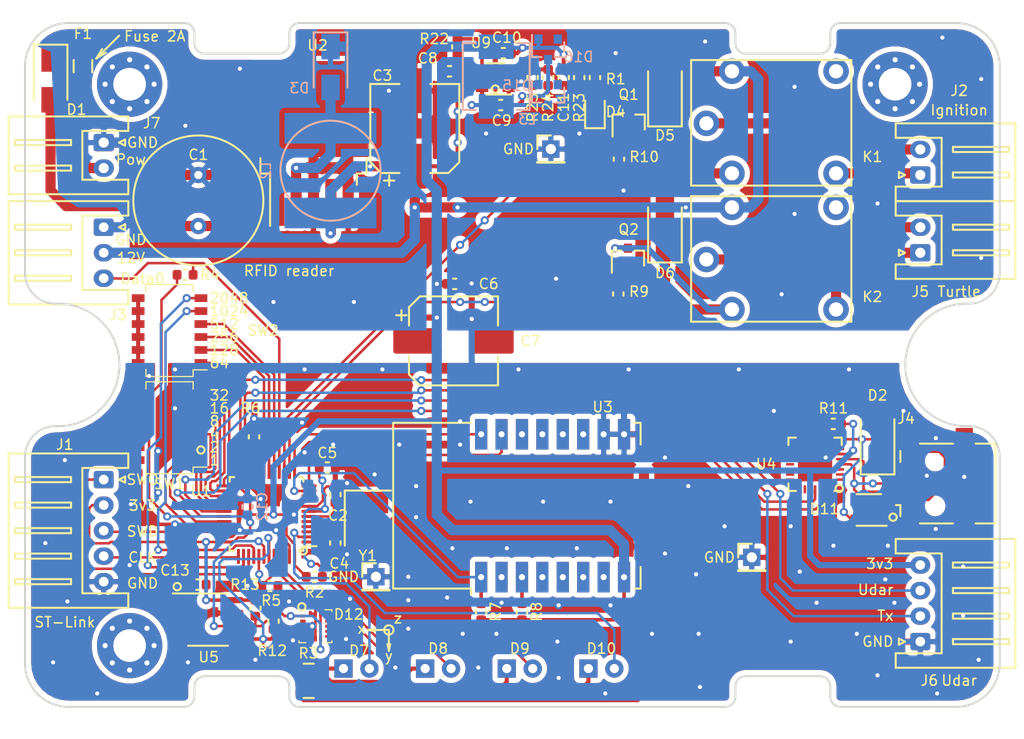
<source format=kicad_pcb>
(kicad_pcb (version 20171130) (host pcbnew "(5.1.8)-1")
  (layers (0 F.Cu signal) (31 B.Cu signal) (34 B.Paste user hide) (35 F.Paste user hide) (36 B.SilkS user) (37 F.SilkS user) (38 B.Mask user) (39 F.Mask user hide) (44 Edge.Cuts user))
  (net 0 "")
  (net 1 GND)
  (net 2 "Net-(C1-Pad1)")
  (net 3 +12V)
  (net 4 "Net-(C4-Pad1)")
  (net 5 /Rst)
  (net 6 +3V3)
  (net 7 "Net-(C9-Pad2)")
  (net 8 "Net-(C9-Pad1)")
  (net 9 /Fb)
  (net 10 "Net-(D1-Pad2)")
  (net 11 +5V)
  (net 12 "Net-(D2-Pad2)")
  (net 13 "Net-(D3-Pad1)")
  (net 14 "Net-(D4-Pad2)")
  (net 15 /Led1)
  (net 16 "Net-(D7-Pad1)")
  (net 17 /Led2)
  (net 18 "Net-(D8-Pad1)")
  (net 19 /Led3)
  (net 20 "Net-(D9-Pad1)")
  (net 21 /Led4)
  (net 22 "Net-(D10-Pad1)")
  (net 23 "Net-(D11-Pad2)")
  (net 24 "Net-(F1-Pad2)")
  (net 25 /Data0)
  (net 26 /Ig_NO1)
  (net 27 /Ig_NO2)
  (net 28 /Tr_NO2)
  (net 29 /Tr_NO1)
  (net 30 "Net-(Q1-Pad1)")
  (net 31 "Net-(Q2-Pad1)")
  (net 32 /SCL)
  (net 33 /SDA)
  (net 34 /Rst_wf)
  (net 35 "Net-(R8-Pad1)")
  (net 36 "Net-(R23-Pad2)")
  (net 37 /TXD)
  (net 38 /RXD)
  (net 39 "Net-(C2-Pad1)")
  (net 40 "Net-(D5-Pad2)")
  (net 41 "Net-(D6-Pad2)")
  (net 42 "Net-(D11-Pad3)")
  (net 43 /CLK)
  (net 44 /SWD)
  (net 45 /SWO)
  (net 46 "Net-(R5-Pad1)")
  (net 47 "Net-(R6-Pad1)")
  (net 48 "Net-(R11-Pad2)")
  (net 49 "Net-(R22-Pad2)")
  (net 50 /bit7)
  (net 51 /bit6)
  (net 52 /bit5)
  (net 53 /bit4)
  (net 54 /bit3)
  (net 55 /bit2)
  (net 56 /bit1)
  (net 57 /bit0)
  (net 58 /TX_W)
  (net 59 /RX_W)
  (net 60 /Tr)
  (net 61 /Ig)
  (net 62 /Udar)
  (net 63 /Tx_ud)
  (net 64 /bit9)
  (net 65 /bit8)
  (net 66 "Net-(J4-Pad4)")
  (net 67 "Net-(K1-Pad4)")
  (net 68 "Net-(K2-Pad4)")
  (net 69 /bit11)
  (net 70 /bit10)
  (net 71 "Net-(U1-Pad10)")
  (net 72 "Net-(U1-Pad4)")
  (net 73 "Net-(U1-Pad3)")
  (net 74 "Net-(U1-Pad1)")
  (net 75 "Net-(U3-Pad2)")
  (net 76 "Net-(U3-Pad4)")
  (net 77 "Net-(U3-Pad5)")
  (net 78 "Net-(U3-Pad6)")
  (net 79 "Net-(U3-Pad7)")
  (net 80 "Net-(U3-Pad9)")
  (net 81 "Net-(U3-Pad10)")
  (net 82 "Net-(U3-Pad11)")
  (net 83 "Net-(U3-Pad12)")
  (net 84 "Net-(U3-Pad13)")
  (net 85 "Net-(U3-Pad14)")
  (net 86 "Net-(U3-Pad17)")
  (net 87 "Net-(U3-Pad18)")
  (net 88 "Net-(U3-Pad19)")
  (net 89 "Net-(U3-Pad20)")
  (net 90 "Net-(U4-Pad28)")
  (net 91 "Net-(U4-Pad27)")
  (net 92 "Net-(U4-Pad24)")
  (net 93 "Net-(U4-Pad23)")
  (net 94 "Net-(U4-Pad22)")
  (net 95 "Net-(U4-Pad21)")
  (net 96 "Net-(U4-Pad20)")
  (net 97 "Net-(U4-Pad19)")
  (net 98 "Net-(U4-Pad18)")
  (net 99 "Net-(U4-Pad17)")
  (net 100 "Net-(U4-Pad16)")
  (net 101 "Net-(U4-Pad15)")
  (net 102 "Net-(U4-Pad14)")
  (net 103 "Net-(U4-Pad13)")
  (net 104 "Net-(U4-Pad12)")
  (net 105 "Net-(U4-Pad11)")
  (net 106 "Net-(U4-Pad10)")
  (net 107 "Net-(U4-Pad2)")
  (net 108 "Net-(U4-Pad1)")
  (net 109 "Net-(D12-Pad11)")
  (net 110 "Net-(D12-Pad9)")
  (module MountingHole:MountingHole_3.2mm_M3_Pad_Via (layer F.Cu) (at 27.525 23.4)
    (fp_text reference REF** hide)
    (fp_text value MountingHole_3.2mm_M3_Pad_Via)
    (pad 1 thru_hole circle (at 1.697056 -1.697056) (size 0.8 0.8) (drill 0.5) (layers *.Cu *.Mask))
    (pad 1 thru_hole circle (at 0 -2.4) (size 0.8 0.8) (drill 0.5) (layers *.Cu *.Mask))
    (pad 1 thru_hole circle (at -1.697056 -1.697056) (size 0.8 0.8) (drill 0.5) (layers *.Cu *.Mask))
    (pad 1 thru_hole circle (at -2.4 0) (size 0.8 0.8) (drill 0.5) (layers *.Cu *.Mask))
    (pad 1 thru_hole circle (at -1.697056 1.697056) (size 0.8 0.8) (drill 0.5) (layers *.Cu *.Mask))
    (pad 1 thru_hole circle (at 0 2.4) (size 0.8 0.8) (drill 0.5) (layers *.Cu *.Mask))
    (pad 1 thru_hole circle (at 1.697056 1.697056) (size 0.8 0.8) (drill 0.5) (layers *.Cu *.Mask))
    (pad 1 thru_hole circle (at 2.4 0) (size 0.8 0.8) (drill 0.5) (layers *.Cu *.Mask))
    (pad 1 thru_hole circle (at 0 0) (size 6.4 6.4) (drill 3.2) (layers *.Cu *.Mask))
  )
  (module Package_LGA:LGA-16_3x3mm_P0.5mm_LayoutBorder3x5y (layer F.Cu) (at 45.731 76.502)
    (fp_text reference D12 (at 3.257 -1.159) (layer F.SilkS))
    (fp_text value LIS3DHTR)
    (pad 16 smd roundrect (at -0.5 -1.225) (size 0.3 0.55) (layers F.Cu F.Paste F.Mask) (net 1 GND))
    (pad 15 smd roundrect (at 0 -1.225) (size 0.3 0.55) (layers F.Cu F.Paste F.Mask) (net 1 GND))
    (pad 14 smd roundrect (at 0.5 -1.225) (size 0.3 0.55) (layers F.Cu F.Paste F.Mask) (net 6 +3V3))
    (pad 13 smd roundrect (at 1.225 -1) (size 0.55 0.3) (layers F.Cu F.Paste F.Mask) (net 1 GND))
    (pad 12 smd roundrect (at 1.225 -0.5) (size 0.55 0.3) (layers F.Cu F.Paste F.Mask) (net 1 GND))
    (pad 11 smd roundrect (at 1.225 0) (size 0.55 0.3) (layers F.Cu F.Paste F.Mask) (net 109 "Net-(D12-Pad11)"))
    (pad 10 smd roundrect (at 1.225 0.5) (size 0.55 0.3) (layers F.Cu F.Paste F.Mask) (net 1 GND))
    (pad 9 smd roundrect (at 1.225 1) (size 0.55 0.3) (layers F.Cu F.Paste F.Mask) (net 110 "Net-(D12-Pad9)"))
    (pad 8 smd roundrect (at 0.5 1.225) (size 0.3 0.55) (layers F.Cu F.Paste F.Mask) (net 6 +3V3))
    (pad 7 smd roundrect (at 0 1.225) (size 0.3 0.55) (layers F.Cu F.Paste F.Mask) (net 1 GND))
    (pad 6 smd roundrect (at -0.5 1.225) (size 0.3 0.55) (layers F.Cu F.Paste F.Mask) (net 33 /SDA))
    (pad 5 smd roundrect (at -1.225 1) (size 0.55 0.3) (layers F.Cu F.Paste F.Mask) (net 1 GND))
    (pad 4 smd roundrect (at -1.225 0.5) (size 0.55 0.3) (layers F.Cu F.Paste F.Mask) (net 32 /SCL))
    (pad 3 smd roundrect (at -1.225 0) (size 0.55 0.3) (layers F.Cu F.Paste F.Mask) (net 1 GND))
    (pad 2 smd roundrect (at -1.225 -0.5) (size 0.55 0.3) (layers F.Cu F.Paste F.Mask) (net 1 GND))
    (pad 1 smd roundrect (at -1.225 -1) (size 0.55 0.3) (layers F.Cu F.Paste F.Mask) (net 6 +3V3))
  )
  (module Button_Switch_SMD:SW_DIP_SPSTx06_Slide_Omron_A6H-6101_W6.15mm_P1.27mm (layer F.Cu) (at 31.435 47.53 180)
    (fp_text reference SW2 (at -9.171 0) (layer F.SilkS))
    (fp_text value SW_DIP_x06)
    (pad 12 smd rect (at 3.075 -3.175 180) (size 1.25 0.76) (layers F.Cu F.Paste F.Mask) (net 1 GND))
    (pad 6 smd rect (at -3.075 3.175 180) (size 1.25 0.76) (layers F.Cu F.Paste F.Mask) (net 69 /bit11))
    (pad 11 smd rect (at 3.075 -1.905 180) (size 1.25 0.76) (layers F.Cu F.Paste F.Mask) (net 1 GND))
    (pad 5 smd rect (at -3.075 1.905 180) (size 1.25 0.76) (layers F.Cu F.Paste F.Mask) (net 70 /bit10))
    (pad 10 smd rect (at 3.075 -0.635 180) (size 1.25 0.76) (layers F.Cu F.Paste F.Mask) (net 1 GND))
    (pad 4 smd rect (at -3.075 0.635 180) (size 1.25 0.76) (layers F.Cu F.Paste F.Mask) (net 64 /bit9))
    (pad 9 smd rect (at 3.075 0.635 180) (size 1.25 0.76) (layers F.Cu F.Paste F.Mask) (net 1 GND))
    (pad 3 smd rect (at -3.075 -0.635 180) (size 1.25 0.76) (layers F.Cu F.Paste F.Mask) (net 65 /bit8))
    (pad 8 smd rect (at 3.075 1.905 180) (size 1.25 0.76) (layers F.Cu F.Paste F.Mask) (net 1 GND))
    (pad 2 smd rect (at -3.075 -1.905 180) (size 1.25 0.76) (layers F.Cu F.Paste F.Mask) (net 50 /bit7))
    (pad 7 smd rect (at 3.075 3.175 180) (size 1.25 0.76) (layers F.Cu F.Paste F.Mask) (net 1 GND))
    (pad 1 smd rect (at -3.075 -3.175 180) (size 1.25 0.76) (layers F.Cu F.Paste F.Mask) (net 51 /bit6))
  )
  (module Button_Switch_SMD:SW_DIP_SPSTx06_Slide_Omron_A6H-6101_W6.15mm_P1.27mm (layer F.Cu) (at 31.435 57.055 180)
    (fp_text reference SW1 (at 0 -5.505) (layer F.SilkS))
    (fp_text value SW_DIP_x06)
    (pad 12 smd rect (at 3.075 -3.175 180) (size 1.25 0.76) (layers F.Cu F.Paste F.Mask) (net 1 GND))
    (pad 6 smd rect (at -3.075 3.175 180) (size 1.25 0.76) (layers F.Cu F.Paste F.Mask) (net 52 /bit5))
    (pad 11 smd rect (at 3.075 -1.905 180) (size 1.25 0.76) (layers F.Cu F.Paste F.Mask) (net 1 GND))
    (pad 5 smd rect (at -3.075 1.905 180) (size 1.25 0.76) (layers F.Cu F.Paste F.Mask) (net 53 /bit4))
    (pad 10 smd rect (at 3.075 -0.635 180) (size 1.25 0.76) (layers F.Cu F.Paste F.Mask) (net 1 GND))
    (pad 4 smd rect (at -3.075 0.635 180) (size 1.25 0.76) (layers F.Cu F.Paste F.Mask) (net 54 /bit3))
    (pad 9 smd rect (at 3.075 0.635 180) (size 1.25 0.76) (layers F.Cu F.Paste F.Mask) (net 1 GND))
    (pad 3 smd rect (at -3.075 -0.635 180) (size 1.25 0.76) (layers F.Cu F.Paste F.Mask) (net 55 /bit2))
    (pad 8 smd rect (at 3.075 1.905 180) (size 1.25 0.76) (layers F.Cu F.Paste F.Mask) (net 1 GND))
    (pad 2 smd rect (at -3.075 -1.905 180) (size 1.25 0.76) (layers F.Cu F.Paste F.Mask) (net 56 /bit1))
    (pad 7 smd rect (at 3.075 3.175 180) (size 1.25 0.76) (layers F.Cu F.Paste F.Mask) (net 1 GND))
    (pad 1 smd rect (at -3.075 -3.175 180) (size 1.25 0.76) (layers F.Cu F.Paste F.Mask) (net 57 /bit0))
  )
  (module Capacitor_THT:C_Radial_D12.5mm_H20.0mm_P5.00mm (layer F.Cu) (at 34.256 37.29 90)
    (fp_text reference C1 (at 6.985 0 180) (layer F.SilkS))
    (fp_text value 100uF)
    (pad 2 thru_hole circle (at 5 0 90) (size 1.6 1.6) (drill 0.8) (layers *.Cu *.Mask) (net 1 GND))
    (pad 1 thru_hole circle (at 0 0 90) (size 1.6 1.6) (drill 0.8) (layers *.Cu *.Mask) (net 2 "Net-(C1-Pad1)"))
  )
  (module UBD:D_SMA (layer F.Cu) (at 19.778 22.924 270)
    (fp_text reference D1 (at 2.953 -2.54 180) (layer F.SilkS))
    (fp_text value "Диод Шоттки")
    (pad 2 smd rect (at -2 0 270) (size 2.5 1.8) (layers F.Cu F.Paste F.Mask) (net 10 "Net-(D1-Pad2)"))
    (pad 1 smd rect (at 2 0 270) (size 2.5 1.8) (layers F.Cu F.Paste F.Mask) (net 2 "Net-(C1-Pad1)"))
  )
  (module UBD:D_SMA (layer F.Cu) (at 79.976 37.465 90)
    (fp_text reference D6 (at -4.413 0 180) (layer F.SilkS))
    (fp_text value "Диод Шоттки")
    (pad 2 smd rect (at -2 0 90) (size 2.5 1.8) (layers F.Cu F.Paste F.Mask) (net 41 "Net-(D6-Pad2)"))
    (pad 1 smd rect (at 2 0 90) (size 2.5 1.8) (layers F.Cu F.Paste F.Mask) (net 3 +12V))
  )
  (module UBD:D_SMA (layer F.Cu) (at 79.976 24.13 90)
    (fp_text reference D5 (at -4.286 0 180) (layer F.SilkS))
    (fp_text value "Диод Шоттки")
    (pad 2 smd rect (at -2 0 90) (size 2.5 1.8) (layers F.Cu F.Paste F.Mask) (net 40 "Net-(D5-Pad2)"))
    (pad 1 smd rect (at 2 0 90) (size 2.5 1.8) (layers F.Cu F.Paste F.Mask) (net 3 +12V))
  )
  (module UBD:D_SMA (layer B.Cu) (at 47.21 21.717 270)
    (fp_text reference D3 (at 2.064 3.048) (layer B.SilkS) (effects (justify mirror)))
    (fp_text value "Диод Шоттки")
    (pad 2 smd rect (at -2 0 270) (size 2.5 1.8) (layers B.Cu B.Paste B.Mask) (net 1 GND))
    (pad 1 smd rect (at 2 0 270) (size 2.5 1.8) (layers B.Cu B.Paste B.Mask) (net 13 "Net-(D3-Pad1)"))
  )
  (module UBD:D_SMA (layer F.Cu) (at 100.804 58.23 90)
    (fp_text reference D2 (at 4.35 0 180) (layer F.SilkS))
    (fp_text value "Диод Шоттки")
    (pad 2 smd rect (at -2 0 90) (size 2.5 1.8) (layers F.Cu F.Paste F.Mask) (net 12 "Net-(D2-Pad2)"))
    (pad 1 smd rect (at 2 0 90) (size 2.5 1.8) (layers F.Cu F.Paste F.Mask) (net 11 +5V))
  )
  (module UBD:ESP-12E (layer F.Cu) (at 65.468146 64.694038 90)
    (fp_text reference U3 (at 9.671038 8.411854 180) (layer F.SilkS))
    (fp_text value ESP-12F)
    (pad 1 thru_hole rect (at -7 -3.5 90) (size 3 1.2) (drill 0.6) (layers *.Cu *.Mask) (net 34 /Rst_wf))
    (pad 2 thru_hole rect (at -7 -1.5 90) (size 3 1.2) (drill 0.6) (layers *.Cu *.Mask) (net 75 "Net-(U3-Pad2)"))
    (pad 3 thru_hole rect (at -7 0.5 90) (size 3 1.2) (drill 0.6) (layers *.Cu *.Mask) (net 35 "Net-(R8-Pad1)"))
    (pad 4 thru_hole rect (at -7 2.5 90) (size 3 1.2) (drill 0.6) (layers *.Cu *.Mask) (net 76 "Net-(U3-Pad4)"))
    (pad 5 thru_hole rect (at -7 4.5 90) (size 3 1.2) (drill 0.6) (layers *.Cu *.Mask) (net 77 "Net-(U3-Pad5)"))
    (pad 6 thru_hole rect (at -7 6.5 90) (size 3 1.2) (drill 0.6) (layers *.Cu *.Mask) (net 78 "Net-(U3-Pad6)"))
    (pad 7 thru_hole rect (at -7 8.5 90) (size 3 1.2) (drill 0.6) (layers *.Cu *.Mask) (net 79 "Net-(U3-Pad7)"))
    (pad 8 thru_hole rect (at -7 10.5 90) (size 3 1.2) (drill 0.6) (layers *.Cu *.Mask) (net 6 +3V3))
    (pad 9 smd rect (at -5 12.45 90) (size 1 1) (layers F.Cu F.Paste F.Mask) (net 80 "Net-(U3-Pad9)"))
    (pad 10 smd rect (at -3 12.45 90) (size 1 1) (layers F.Cu F.Paste F.Mask) (net 81 "Net-(U3-Pad10)"))
    (pad 11 smd rect (at -1 12.45 90) (size 1 1) (layers F.Cu F.Paste F.Mask) (net 82 "Net-(U3-Pad11)"))
    (pad 12 smd rect (at 1 12.45 90) (size 1 1) (layers F.Cu F.Paste F.Mask) (net 83 "Net-(U3-Pad12)"))
    (pad 13 smd rect (at 3 12.45 90) (size 1 1) (layers F.Cu F.Paste F.Mask) (net 84 "Net-(U3-Pad13)"))
    (pad 14 smd rect (at 5 12.45 90) (size 1 1) (layers F.Cu F.Paste F.Mask) (net 85 "Net-(U3-Pad14)"))
    (pad 15 thru_hole rect (at 7 10.5 90) (size 3 1.2) (drill 0.6) (layers *.Cu *.Mask) (net 1 GND))
    (pad 16 thru_hole rect (at 7 8.5 90) (size 3 1.2) (drill 0.6) (layers *.Cu *.Mask) (net 1 GND))
    (pad 17 thru_hole rect (at 7 6.5 90) (size 3 1.2) (drill 0.6) (layers *.Cu *.Mask) (net 86 "Net-(U3-Pad17)"))
    (pad 18 thru_hole rect (at 7 4.5 90) (size 3 1.2) (drill 0.6) (layers *.Cu *.Mask) (net 87 "Net-(U3-Pad18)"))
    (pad 19 thru_hole rect (at 7 2.5 90) (size 3 1.2) (drill 0.6) (layers *.Cu *.Mask) (net 88 "Net-(U3-Pad19)"))
    (pad 20 thru_hole rect (at 7 0.5 90) (size 3 1.2) (drill 0.6) (layers *.Cu *.Mask) (net 89 "Net-(U3-Pad20)"))
    (pad 21 thru_hole rect (at 7 -1.5 90) (size 3 1.2) (drill 0.6) (layers *.Cu *.Mask) (net 59 /RX_W))
    (pad 22 thru_hole rect (at 7 -3.5 90) (size 3 1.2) (drill 0.6) (layers *.Cu *.Mask) (net 58 /TX_W))
  )
  (module Connector_PinHeader_2.54mm:PinHeader_1x01_P2.54mm_Vertical (layer F.Cu) (at 51.655 71.66)
    (fp_text reference GND (at -3.175 0) (layer F.SilkS))
    (fp_text value PinHeader_1x01_P2.54mm_Vertical)
    (pad 1 thru_hole rect (at 0 0) (size 1.7 1.7) (drill 1) (layers *.Cu *.Mask) (net 1 GND))
  )
  (module Connector_PinHeader_2.54mm:PinHeader_1x01_P2.54mm_Vertical (layer F.Cu) (at 88.485 69.755)
    (fp_text reference GND (at -3.175 0) (layer F.SilkS))
    (fp_text value PinHeader_1x01_P2.54mm_Vertical)
    (pad 1 thru_hole rect (at 0 0) (size 1.7 1.7) (drill 1) (layers *.Cu *.Mask) (net 1 GND))
  )
  (module Connector_PinHeader_2.54mm:PinHeader_1x01_P2.54mm_Vertical (layer F.Cu) (at 68.8 29.75)
    (fp_text reference GND (at -3.175 0) (layer F.SilkS))
    (fp_text value PinHeader_1x01_P2.54mm_Vertical)
    (pad 1 thru_hole rect (at 0 0) (size 1.7 1.7) (drill 1) (layers *.Cu *.Mask) (net 1 GND))
  )
  (module Capacitor_SMD:C_0603_1608Metric (layer F.Cu) (at 34.2305 72.422 180)
    (fp_text reference C13 (at 2.2605 1.397) (layer F.SilkS))
    (fp_text value 1uF)
    (pad 2 smd roundrect (at 0.7875 0 180) (size 0.875 0.95) (layers F.Cu F.Paste F.Mask) (net 1 GND))
    (pad 1 smd roundrect (at -0.7875 0 180) (size 0.875 0.95) (layers F.Cu F.Paste F.Mask) (net 6 +3V3))
  )
  (module Capacitor_SMD:C_0603_1608Metric (layer B.Cu) (at 39.082 64.802 90)
    (fp_text reference C12 (at 0 1.43 90) (layer B.SilkS) (effects (justify mirror)))
    (fp_text value 1uF)
    (pad 2 smd roundrect (at 0.7875 0 90) (size 0.875 0.95) (layers B.Cu B.Paste B.Mask) (net 1 GND))
    (pad 1 smd roundrect (at -0.7875 0 90) (size 0.875 0.95) (layers B.Cu B.Paste B.Mask) (net 6 +3V3))
  )
  (module Capacitor_SMD:CP_Elec_8x10.5 (layer F.Cu) (at 59.258 48.546)
    (fp_text reference C7 (at 7.51 0) (layer F.SilkS))
    (fp_text value 220uF)
    (pad 2 smd roundrect (at 3.7 0) (size 4.4 2.5) (layers F.Cu F.Paste F.Mask) (roundrect_rratio 0.1) (net 1 GND))
    (pad 1 smd roundrect (at -3.7 0) (size 4.4 2.5) (layers F.Cu F.Paste F.Mask) (roundrect_rratio 0.1) (net 6 +3V3))
  )
  (module UBD:SDR_1006 (layer B.Cu) (at 47.21 31.868 270)
    (fp_text reference L2 (at 0 6.35 90) (layer B.SilkS) (effects (justify mirror)))
    (fp_text value 1500uH)
    (pad 1 smd rect (at -4.15 0 270) (size 3 9) (layers B.Cu B.Paste B.Mask) (net 13 "Net-(D3-Pad1)"))
    (pad 2 smd rect (at 4.15 0 270) (size 3 9) (layers B.Cu B.Paste B.Mask) (net 3 +12V))
  )
  (module Resistor_SMD:R_0603_1608Metric (layer F.Cu) (at 39.717 57.946407 90)
    (fp_text reference R6 (at 2.8195 -0.343849 180) (layer F.SilkS))
    (fp_text value 10k)
    (pad 2 smd roundrect (at 0.7875 0 90) (size 0.875 0.95) (layers F.Cu F.Paste F.Mask) (net 1 GND))
    (pad 1 smd roundrect (at -0.7875 0 90) (size 0.875 0.95) (layers F.Cu F.Paste F.Mask) (net 47 "Net-(R6-Pad1)"))
  )
  (module Resistor_SMD:R_0603_1608Metric (layer F.Cu) (at 71.57669 22.743978 270)
    (fp_text reference R23 (at 2.9465 0 90) (layer F.SilkS))
    (fp_text value 1.6k)
    (pad 2 smd roundrect (at 0.7875 0 270) (size 0.875 0.95) (layers F.Cu F.Paste F.Mask) (net 36 "Net-(R23-Pad2)"))
    (pad 1 smd roundrect (at -0.7875 0 270) (size 0.875 0.95) (layers F.Cu F.Paste F.Mask) (net 6 +3V3))
  )
  (module Connector_JST:JST_XH_S4B-XH-A_1x04_P2.50mm_Horizontal (layer F.Cu) (at 104.995 78.01 90)
    (fp_text reference J6 (at -3.81 0.889 180) (layer F.SilkS))
    (fp_text value Удар)
    (pad 4 thru_hole oval (at 7.5 0 90) (size 1.7 1.95) (drill 0.95) (layers *.Cu *.Mask) (net 6 +3V3))
    (pad 3 thru_hole oval (at 5 0 90) (size 1.7 1.95) (drill 0.95) (layers *.Cu *.Mask) (net 62 /Udar))
    (pad 2 thru_hole oval (at 2.5 0 90) (size 1.7 1.95) (drill 0.95) (layers *.Cu *.Mask) (net 63 /Tx_ud))
    (pad 1 thru_hole roundrect (at 0 0 90) (size 1.7 1.95) (drill 0.95) (layers *.Cu *.Mask) (roundrect_rratio 0.147059) (net 1 GND))
  )
  (module Connector_JST:JST_XH_S2B-XH-A_1x02_P2.50mm_Horizontal (layer F.Cu) (at 104.995 39.91 90)
    (fp_text reference J5 (at -3.81 0 180) (layer F.SilkS))
    (fp_text value Turtle)
    (pad 2 thru_hole oval (at 2.5 0 90) (size 1.7 2) (drill 1) (layers *.Cu *.Mask) (net 29 /Tr_NO1))
    (pad 1 thru_hole roundrect (at 0 0 90) (size 1.7 2) (drill 1) (layers *.Cu *.Mask) (roundrect_rratio 0.147059) (net 28 /Tr_NO2))
  )
  (module Connector_JST:JST_XH_S2B-XH-A_1x02_P2.50mm_Horizontal (layer F.Cu) (at 104.995 32.29 90)
    (fp_text reference J2 (at 8.255 3.81 180) (layer F.SilkS))
    (fp_text value Ignition)
    (pad 2 thru_hole oval (at 2.5 0 90) (size 1.7 2) (drill 1) (layers *.Cu *.Mask) (net 26 /Ig_NO1))
    (pad 1 thru_hole roundrect (at 0 0 90) (size 1.7 2) (drill 1) (layers *.Cu *.Mask) (roundrect_rratio 0.147059) (net 27 /Ig_NO2))
  )
  (module Resistor_SMD:R_0603_1608Metric (layer F.Cu) (at 59.638692 19.7425 90)
    (fp_text reference R22 (at 0.7875 -2.268692 180) (layer F.SilkS))
    (fp_text value 100k)
    (pad 2 smd roundrect (at 0.7875 0 90) (size 0.875 0.95) (layers F.Cu F.Paste F.Mask) (net 49 "Net-(R22-Pad2)"))
    (pad 1 smd roundrect (at -0.7875 0 90) (size 0.875 0.95) (layers F.Cu F.Paste F.Mask) (net 3 +12V))
  )
  (module Connector_JST:JST_XH_S2B-XH-A_1x02_P2.50mm_Horizontal (layer F.Cu) (at 24.985 29.115 270)
    (fp_text reference J7 (at -1.905 -4.699) (layer F.SilkS))
    (fp_text value Питание)
    (pad 2 thru_hole oval (at 2.5 0 270) (size 1.7 2) (drill 1) (layers *.Cu *.Mask) (net 24 "Net-(F1-Pad2)"))
    (pad 1 thru_hole roundrect (at 0 0 270) (size 1.7 2) (drill 1) (layers *.Cu *.Mask) (roundrect_rratio 0.147059) (net 1 GND))
  )
  (module Connector_JST:JST_XH_S3B-XH-A_1x03_P2.50mm_Horizontal (layer F.Cu) (at 24.984999 37.41 270)
    (fp_text reference J3 (at 8.596 -1.397001 180) (layer F.SilkS))
    (fp_text value Считыватель)
    (pad 3 thru_hole oval (at 5 0 270) (size 1.7 1.95) (drill 0.95) (layers *.Cu *.Mask) (net 25 /Data0))
    (pad 2 thru_hole oval (at 2.5 0 270) (size 1.7 1.95) (drill 0.95) (layers *.Cu *.Mask) (net 3 +12V))
    (pad 1 thru_hole roundrect (at 0 0 270) (size 1.7 1.95) (drill 0.95) (layers *.Cu *.Mask) (roundrect_rratio 0.147059) (net 1 GND))
  )
  (module Connector_JST:JST_XH_S5B-XH-A_1x05_P2.50mm_Horizontal (layer F.Cu) (at 24.985 62.135 270)
    (fp_text reference J1 (at -3.429 3.81 180) (layer F.SilkS))
    (fp_text value ST-Link)
    (pad 5 thru_hole oval (at 10 0 270) (size 1.7 1.95) (drill 0.95) (layers *.Cu *.Mask) (net 1 GND))
    (pad 4 thru_hole oval (at 7.5 0 270) (size 1.7 1.95) (drill 0.95) (layers *.Cu *.Mask) (net 43 /CLK))
    (pad 3 thru_hole oval (at 5 0 270) (size 1.7 1.95) (drill 0.95) (layers *.Cu *.Mask) (net 44 /SWD))
    (pad 2 thru_hole oval (at 2.5 0 270) (size 1.7 1.95) (drill 0.95) (layers *.Cu *.Mask) (net 6 +3V3))
    (pad 1 thru_hole roundrect (at 0 0 270) (size 1.7 1.95) (drill 0.95) (layers *.Cu *.Mask) (roundrect_rratio 0.147059) (net 45 /SWO))
  )
  (module UBD:Crystal_SMD_3225-2Pin_3.2x2.5mm_HandSoldering (layer F.Cu) (at 50.85585 65.907848 270)
    (fp_text reference Y1 (at 3.683 0 180) (layer F.SilkS))
    (fp_text value 8.0MHz)
    (pad 2 smd rect (at 1.651 0 270) (size 2.1 4) (layers F.Cu F.Paste F.Mask) (net 4 "Net-(C4-Pad1)"))
    (pad 1 smd rect (at -1.524 0 270) (size 2.1 4) (layers F.Cu F.Paste F.Mask) (net 39 "Net-(C2-Pad1)"))
  )
  (module Package_TO_SOT_SMD:TSOT-23-6 (layer F.Cu) (at 63.36169 22.89648 180)
    (fp_text reference U9 (at 1.41969 3.56048) (layer F.SilkS))
    (fp_text value LM2734Y)
    (pad 6 smd rect (at 1.31 -0.95 180) (size 1.22 0.65) (layers F.Cu F.Paste F.Mask) (net 8 "Net-(C9-Pad1)"))
    (pad 5 smd rect (at 1.31 0 180) (size 1.22 0.65) (layers F.Cu F.Paste F.Mask) (net 3 +12V))
    (pad 4 smd rect (at 1.31 0.95 180) (size 1.22 0.65) (layers F.Cu F.Paste F.Mask) (net 49 "Net-(R22-Pad2)"))
    (pad 3 smd rect (at -1.31 0.95 180) (size 1.22 0.65) (layers F.Cu F.Paste F.Mask) (net 9 /Fb))
    (pad 2 smd rect (at -1.31 0 180) (size 1.22 0.65) (layers F.Cu F.Paste F.Mask) (net 1 GND))
    (pad 1 smd rect (at -1.31 -0.95 180) (size 1.22 0.65) (layers F.Cu F.Paste F.Mask) (net 7 "Net-(C9-Pad2)"))
  )
  (module Package_SO:SOIC-8_3.9x4.9mm_P1.27mm (layer F.Cu) (at 35.207 75.851)
    (fp_text reference U5 (at 0.065 3.683) (layer F.SilkS))
    (fp_text value AT24CS256)
    (pad 8 smd roundrect (at 2.475 -1.905) (size 1.95 0.6) (layers F.Cu F.Paste F.Mask) (net 6 +3V3))
    (pad 7 smd roundrect (at 2.475 -0.635) (size 1.95 0.6) (layers F.Cu F.Paste F.Mask) (net 1 GND))
    (pad 6 smd roundrect (at 2.475 0.635) (size 1.95 0.6) (layers F.Cu F.Paste F.Mask) (net 32 /SCL))
    (pad 5 smd roundrect (at 2.475 1.905) (size 1.95 0.6) (layers F.Cu F.Paste F.Mask) (net 33 /SDA))
    (pad 4 smd roundrect (at -2.475 1.905) (size 1.95 0.6) (layers F.Cu F.Paste F.Mask) (net 1 GND))
    (pad 3 smd roundrect (at -2.475 0.635) (size 1.95 0.6) (layers F.Cu F.Paste F.Mask) (net 1 GND))
    (pad 2 smd roundrect (at -2.475 -0.635) (size 1.95 0.6) (layers F.Cu F.Paste F.Mask) (net 1 GND))
    (pad 1 smd roundrect (at -2.475 -1.905) (size 1.95 0.6) (layers F.Cu F.Paste F.Mask) (net 1 GND))
  )
  (module Package_DFN_QFN:QFN-28-1EP_5x5mm_P0.5mm_EP3.35x3.35mm (layer F.Cu) (at 94.685003 60.633999 180)
    (fp_text reference U4 (at 4.803003 0.022999) (layer F.SilkS))
    (fp_text value CP2102)
    (pad 28 smd roundrect (at -1.5 -2.45 180) (size 0.25 0.8) (layers F.Cu F.Paste F.Mask) (net 90 "Net-(U4-Pad28)"))
    (pad 27 smd roundrect (at -1 -2.45 180) (size 0.25 0.8) (layers F.Cu F.Paste F.Mask) (net 91 "Net-(U4-Pad27)"))
    (pad 26 smd roundrect (at -0.5 -2.45 180) (size 0.25 0.8) (layers F.Cu F.Paste F.Mask) (net 37 /TXD))
    (pad 25 smd roundrect (at 0 -2.45 180) (size 0.25 0.8) (layers F.Cu F.Paste F.Mask) (net 38 /RXD))
    (pad 24 smd roundrect (at 0.5 -2.45 180) (size 0.25 0.8) (layers F.Cu F.Paste F.Mask) (net 92 "Net-(U4-Pad24)"))
    (pad 23 smd roundrect (at 1 -2.45 180) (size 0.25 0.8) (layers F.Cu F.Paste F.Mask) (net 93 "Net-(U4-Pad23)"))
    (pad 22 smd roundrect (at 1.5 -2.45 180) (size 0.25 0.8) (layers F.Cu F.Paste F.Mask) (net 94 "Net-(U4-Pad22)"))
    (pad 21 smd roundrect (at 2.45 -1.5 180) (size 0.8 0.25) (layers F.Cu F.Paste F.Mask) (net 95 "Net-(U4-Pad21)"))
    (pad 20 smd roundrect (at 2.45 -1 180) (size 0.8 0.25) (layers F.Cu F.Paste F.Mask) (net 96 "Net-(U4-Pad20)"))
    (pad 19 smd roundrect (at 2.45 -0.5 180) (size 0.8 0.25) (layers F.Cu F.Paste F.Mask) (net 97 "Net-(U4-Pad19)"))
    (pad 18 smd roundrect (at 2.45 0 180) (size 0.8 0.25) (layers F.Cu F.Paste F.Mask) (net 98 "Net-(U4-Pad18)"))
    (pad 17 smd roundrect (at 2.45 0.5 180) (size 0.8 0.25) (layers F.Cu F.Paste F.Mask) (net 99 "Net-(U4-Pad17)"))
    (pad 16 smd roundrect (at 2.45 1 180) (size 0.8 0.25) (layers F.Cu F.Paste F.Mask) (net 100 "Net-(U4-Pad16)"))
    (pad 15 smd roundrect (at 2.45 1.5 180) (size 0.8 0.25) (layers F.Cu F.Paste F.Mask) (net 101 "Net-(U4-Pad15)"))
    (pad 14 smd roundrect (at 1.5 2.45 180) (size 0.25 0.8) (layers F.Cu F.Paste F.Mask) (net 102 "Net-(U4-Pad14)"))
    (pad 13 smd roundrect (at 1 2.45 180) (size 0.25 0.8) (layers F.Cu F.Paste F.Mask) (net 103 "Net-(U4-Pad13)"))
    (pad 12 smd roundrect (at 0.5 2.45 180) (size 0.25 0.8) (layers F.Cu F.Paste F.Mask) (net 104 "Net-(U4-Pad12)"))
    (pad 11 smd roundrect (at 0 2.45 180) (size 0.25 0.8) (layers F.Cu F.Paste F.Mask) (net 105 "Net-(U4-Pad11)"))
    (pad 10 smd roundrect (at -0.5 2.45 180) (size 0.25 0.8) (layers F.Cu F.Paste F.Mask) (net 106 "Net-(U4-Pad10)"))
    (pad 9 smd roundrect (at -1 2.45 180) (size 0.25 0.8) (layers F.Cu F.Paste F.Mask) (net 48 "Net-(R11-Pad2)"))
    (pad 8 smd roundrect (at -1.5 2.45 180) (size 0.25 0.8) (layers F.Cu F.Paste F.Mask) (net 11 +5V))
    (pad 7 smd roundrect (at -2.45 1.5 180) (size 0.8 0.25) (layers F.Cu F.Paste F.Mask) (net 11 +5V))
    (pad 6 smd roundrect (at -2.45 1 180) (size 0.8 0.25) (layers F.Cu F.Paste F.Mask) (net 6 +3V3))
    (pad 5 smd roundrect (at -2.45 0.5 180) (size 0.8 0.25) (layers F.Cu F.Paste F.Mask) (net 23 "Net-(D11-Pad2)"))
    (pad 4 smd roundrect (at -2.45 0 180) (size 0.8 0.25) (layers F.Cu F.Paste F.Mask) (net 42 "Net-(D11-Pad3)"))
    (pad 3 smd roundrect (at -2.45 -0.5 180) (size 0.8 0.25) (layers F.Cu F.Paste F.Mask) (net 1 GND))
    (pad 2 smd roundrect (at -2.45 -1 180) (size 0.8 0.25) (layers F.Cu F.Paste F.Mask) (net 107 "Net-(U4-Pad2)"))
    (pad 1 smd roundrect (at -2.45 -1.5 180) (size 0.8 0.25) (layers F.Cu F.Paste F.Mask) (net 108 "Net-(U4-Pad1)"))
    (pad 29 smd roundrect (at 0 0 180) (size 3.35 3.35) (layers F.Cu F.Mask) (roundrect_rratio 0.074627) (net 1 GND))
  )
  (module Package_TO_SOT_SMD:TO-263-5_TabPin3 (layer F.Cu) (at 45.54 29.2 90)
    (fp_text reference U2 (at 9.61 0.4 180) (layer F.SilkS))
    (fp_text value LM2576HVS-12)
    (pad 3 smd rect (at 3.375 0 90) (size 9.4 10.8) (layers F.Cu F.Mask) (net 1 GND))
    (pad 5 smd rect (at -5.775 3.4 90) (size 4.6 1.1) (layers F.Cu F.Paste F.Mask) (net 1 GND))
    (pad 4 smd rect (at -5.775 1.7 90) (size 4.6 1.1) (layers F.Cu F.Paste F.Mask) (net 3 +12V))
    (pad 3 smd rect (at -5.775 0 90) (size 4.6 1.1) (layers F.Cu F.Paste F.Mask) (net 1 GND))
    (pad 2 smd rect (at -5.775 -1.7 90) (size 4.6 1.1) (layers F.Cu F.Paste F.Mask) (net 13 "Net-(D3-Pad1)"))
    (pad 1 smd rect (at -5.775 -3.4 90) (size 4.6 1.1) (layers F.Cu F.Paste F.Mask) (net 2 "Net-(C1-Pad1)"))
  )
  (module Package_QFP:LQFP-48_7x7mm_P0.5mm (layer F.Cu) (at 40.937849 65.498346 180)
    (fp_text reference U1 (at 6.427849 2.220346) (layer F.SilkS))
    (fp_text value STM32F103C8Tx)
    (pad 48 smd roundrect (at -2.75 -4.1625 180) (size 0.3 1.475) (layers F.Cu F.Paste F.Mask) (net 6 +3V3))
    (pad 47 smd roundrect (at -2.25 -4.1625 180) (size 0.3 1.475) (layers F.Cu F.Paste F.Mask) (net 1 GND))
    (pad 46 smd roundrect (at -1.75 -4.1625 180) (size 0.3 1.475) (layers F.Cu F.Paste F.Mask) (net 19 /Led3))
    (pad 45 smd roundrect (at -1.25 -4.1625 180) (size 0.3 1.475) (layers F.Cu F.Paste F.Mask) (net 17 /Led2))
    (pad 44 smd roundrect (at -0.75 -4.1625 180) (size 0.3 1.475) (layers F.Cu F.Paste F.Mask) (net 46 "Net-(R5-Pad1)"))
    (pad 43 smd roundrect (at -0.25 -4.1625 180) (size 0.3 1.475) (layers F.Cu F.Paste F.Mask) (net 33 /SDA))
    (pad 42 smd roundrect (at 0.25 -4.1625 180) (size 0.3 1.475) (layers F.Cu F.Paste F.Mask) (net 32 /SCL))
    (pad 41 smd roundrect (at 0.75 -4.1625 180) (size 0.3 1.475) (layers F.Cu F.Paste F.Mask) (net 15 /Led1))
    (pad 40 smd roundrect (at 1.25 -4.1625 180) (size 0.3 1.475) (layers F.Cu F.Paste F.Mask) (net 70 /bit10))
    (pad 39 smd roundrect (at 1.75 -4.1625 180) (size 0.3 1.475) (layers F.Cu F.Paste F.Mask) (net 45 /SWO))
    (pad 38 smd roundrect (at 2.25 -4.1625 180) (size 0.3 1.475) (layers F.Cu F.Paste F.Mask) (net 69 /bit11))
    (pad 37 smd roundrect (at 2.75 -4.1625 180) (size 0.3 1.475) (layers F.Cu F.Paste F.Mask) (net 43 /CLK))
    (pad 36 smd roundrect (at 4.1625 -2.75 180) (size 1.475 0.3) (layers F.Cu F.Paste F.Mask) (net 6 +3V3))
    (pad 35 smd roundrect (at 4.1625 -2.25 180) (size 1.475 0.3) (layers F.Cu F.Paste F.Mask) (net 1 GND))
    (pad 34 smd roundrect (at 4.1625 -1.75 180) (size 1.475 0.3) (layers F.Cu F.Paste F.Mask) (net 44 /SWD))
    (pad 33 smd roundrect (at 4.1625 -1.25 180) (size 1.475 0.3) (layers F.Cu F.Paste F.Mask) (net 56 /bit1))
    (pad 32 smd roundrect (at 4.1625 -0.75 180) (size 1.475 0.3) (layers F.Cu F.Paste F.Mask) (net 57 /bit0))
    (pad 31 smd roundrect (at 4.1625 -0.25 180) (size 1.475 0.3) (layers F.Cu F.Paste F.Mask) (net 37 /TXD))
    (pad 30 smd roundrect (at 4.1625 0.25 180) (size 1.475 0.3) (layers F.Cu F.Paste F.Mask) (net 38 /RXD))
    (pad 29 smd roundrect (at 4.1625 0.75 180) (size 1.475 0.3) (layers F.Cu F.Paste F.Mask) (net 55 /bit2))
    (pad 28 smd roundrect (at 4.1625 1.25 180) (size 1.475 0.3) (layers F.Cu F.Paste F.Mask) (net 54 /bit3))
    (pad 27 smd roundrect (at 4.1625 1.75 180) (size 1.475 0.3) (layers F.Cu F.Paste F.Mask) (net 53 /bit4))
    (pad 26 smd roundrect (at 4.1625 2.25 180) (size 1.475 0.3) (layers F.Cu F.Paste F.Mask) (net 52 /bit5))
    (pad 25 smd roundrect (at 4.1625 2.75 180) (size 1.475 0.3) (layers F.Cu F.Paste F.Mask) (net 51 /bit6))
    (pad 24 smd roundrect (at 2.75 4.1625 180) (size 0.3 1.475) (layers F.Cu F.Paste F.Mask) (net 6 +3V3))
    (pad 23 smd roundrect (at 2.25 4.1625 180) (size 0.3 1.475) (layers F.Cu F.Paste F.Mask) (net 1 GND))
    (pad 22 smd roundrect (at 1.75 4.1625 180) (size 0.3 1.475) (layers F.Cu F.Paste F.Mask) (net 62 /Udar))
    (pad 21 smd roundrect (at 1.25 4.1625 180) (size 0.3 1.475) (layers F.Cu F.Paste F.Mask) (net 63 /Tx_ud))
    (pad 20 smd roundrect (at 0.75 4.1625 180) (size 0.3 1.475) (layers F.Cu F.Paste F.Mask) (net 47 "Net-(R6-Pad1)"))
    (pad 19 smd roundrect (at 0.25 4.1625 180) (size 0.3 1.475) (layers F.Cu F.Paste F.Mask) (net 50 /bit7))
    (pad 18 smd roundrect (at -0.25 4.1625 180) (size 0.3 1.475) (layers F.Cu F.Paste F.Mask) (net 65 /bit8))
    (pad 17 smd roundrect (at -0.75 4.1625 180) (size 0.3 1.475) (layers F.Cu F.Paste F.Mask) (net 64 /bit9))
    (pad 16 smd roundrect (at -1.25 4.1625 180) (size 0.3 1.475) (layers F.Cu F.Paste F.Mask) (net 25 /Data0))
    (pad 15 smd roundrect (at -1.75 4.1625 180) (size 0.3 1.475) (layers F.Cu F.Paste F.Mask) (net 61 /Ig))
    (pad 14 smd roundrect (at -2.25 4.1625 180) (size 0.3 1.475) (layers F.Cu F.Paste F.Mask) (net 60 /Tr))
    (pad 13 smd roundrect (at -2.75 4.1625 180) (size 0.3 1.475) (layers F.Cu F.Paste F.Mask) (net 58 /TX_W))
    (pad 12 smd roundrect (at -4.1625 2.75 180) (size 1.475 0.3) (layers F.Cu F.Paste F.Mask) (net 59 /RX_W))
    (pad 11 smd roundrect (at -4.1625 2.25 180) (size 1.475 0.3) (layers F.Cu F.Paste F.Mask) (net 34 /Rst_wf))
    (pad 10 smd roundrect (at -4.1625 1.75 180) (size 1.475 0.3) (layers F.Cu F.Paste F.Mask) (net 71 "Net-(U1-Pad10)"))
    (pad 9 smd roundrect (at -4.1625 1.25 180) (size 1.475 0.3) (layers F.Cu F.Paste F.Mask) (net 6 +3V3))
    (pad 8 smd roundrect (at -4.1625 0.75 180) (size 1.475 0.3) (layers F.Cu F.Paste F.Mask) (net 1 GND))
    (pad 7 smd roundrect (at -4.1625 0.25 180) (size 1.475 0.3) (layers F.Cu F.Paste F.Mask) (net 5 /Rst))
    (pad 6 smd roundrect (at -4.1625 -0.25 180) (size 1.475 0.3) (layers F.Cu F.Paste F.Mask) (net 39 "Net-(C2-Pad1)"))
    (pad 5 smd roundrect (at -4.1625 -0.75 180) (size 1.475 0.3) (layers F.Cu F.Paste F.Mask) (net 4 "Net-(C4-Pad1)"))
    (pad 4 smd roundrect (at -4.1625 -1.25 180) (size 1.475 0.3) (layers F.Cu F.Paste F.Mask) (net 72 "Net-(U1-Pad4)"))
    (pad 3 smd roundrect (at -4.1625 -1.75 180) (size 1.475 0.3) (layers F.Cu F.Paste F.Mask) (net 73 "Net-(U1-Pad3)"))
    (pad 2 smd roundrect (at -4.1625 -2.25 180) (size 1.475 0.3) (layers F.Cu F.Paste F.Mask) (net 21 /Led4))
    (pad 1 smd roundrect (at -4.1625 -2.75 180) (size 1.475 0.3) (layers F.Cu F.Paste F.Mask) (net 74 "Net-(U1-Pad1)"))
  )
  (module Resistor_SMD:R_0603_1608Metric (layer F.Cu) (at 67.00469 22.73398 90)
    (fp_text reference R25 (at -2.9465 0 90) (layer F.SilkS))
    (fp_text value 10k)
    (pad 2 smd roundrect (at 0.7875 0 90) (size 0.875 0.95) (layers F.Cu F.Paste F.Mask) (net 9 /Fb))
    (pad 1 smd roundrect (at -0.7875 0 90) (size 0.875 0.95) (layers F.Cu F.Paste F.Mask) (net 1 GND))
  )
  (module Resistor_SMD:R_0603_1608Metric (layer F.Cu) (at 68.528689 22.733982 270)
    (fp_text reference R24 (at 2.9465 0 90) (layer F.SilkS))
    (fp_text value 30k)
    (pad 2 smd roundrect (at 0.7875 0 270) (size 0.875 0.95) (layers F.Cu F.Paste F.Mask) (net 36 "Net-(R23-Pad2)"))
    (pad 1 smd roundrect (at -0.7875 0 270) (size 0.875 0.95) (layers F.Cu F.Paste F.Mask) (net 9 /Fb))
  )
  (module Resistor_SMD:R_0603_1608Metric (layer F.Cu) (at 39.844 74.7335 90)
    (fp_text reference R13 (at 2.3115 -1.016) (layer F.SilkS))
    (fp_text value 10k)
    (pad 2 smd roundrect (at 0.7875 0 90) (size 0.875 0.95) (layers F.Cu F.Paste F.Mask) (net 6 +3V3))
    (pad 1 smd roundrect (at -0.7875 0 90) (size 0.875 0.95) (layers F.Cu F.Paste F.Mask) (net 32 /SCL))
  )
  (module Resistor_SMD:R_0603_1608Metric (layer F.Cu) (at 41.622 76.0035 90)
    (fp_text reference R12 (at -2.8955 -0.127 180) (layer F.SilkS))
    (fp_text value 10k)
    (pad 2 smd roundrect (at 0.7875 0 90) (size 0.875 0.95) (layers F.Cu F.Paste F.Mask) (net 6 +3V3))
    (pad 1 smd roundrect (at -0.7875 0 90) (size 0.875 0.95) (layers F.Cu F.Paste F.Mask) (net 33 /SDA))
  )
  (module Resistor_SMD:R_0603_1608Metric (layer F.Cu) (at 96.4725 56.674001 180)
    (fp_text reference R11 (at -0.0135 1.524) (layer F.SilkS))
    (fp_text value 10k)
    (pad 2 smd roundrect (at 0.7875 0 180) (size 0.875 0.95) (layers F.Cu F.Paste F.Mask) (net 48 "Net-(R11-Pad2)"))
    (pad 1 smd roundrect (at -0.7875 0 180) (size 0.875 0.95) (layers F.Cu F.Paste F.Mask) (net 6 +3V3))
  )
  (module Resistor_SMD:R_0603_1608Metric (layer F.Cu) (at 75.47 30.7405 270)
    (fp_text reference R10 (at -0.2285 -2.474 180) (layer F.SilkS))
    (fp_text value 360)
    (pad 2 smd roundrect (at 0.7875 0 270) (size 0.875 0.95) (layers F.Cu F.Paste F.Mask) (net 61 /Ig))
    (pad 1 smd roundrect (at -0.7875 0 270) (size 0.875 0.95) (layers F.Cu F.Paste F.Mask) (net 30 "Net-(Q1-Pad1)"))
  )
  (module Resistor_SMD:R_0603_1608Metric (layer F.Cu) (at 75.404 43.9485 90)
    (fp_text reference R9 (at 0.2285 2.032 180) (layer F.SilkS))
    (fp_text value 360)
    (pad 2 smd roundrect (at 0.7875 0 90) (size 0.875 0.95) (layers F.Cu F.Paste F.Mask) (net 31 "Net-(Q2-Pad1)"))
    (pad 1 smd roundrect (at -0.7875 0 90) (size 0.875 0.95) (layers F.Cu F.Paste F.Mask) (net 60 /Tr))
  )
  (module Resistor_SMD:R_0603_1608Metric (layer F.Cu) (at 65.968147 75.082542 270)
    (fp_text reference R8 (at 0 -1.43 90) (layer F.SilkS))
    (fp_text value 10k)
    (pad 2 smd roundrect (at 0.7875 0 270) (size 0.875 0.95) (layers F.Cu F.Paste F.Mask) (net 6 +3V3))
    (pad 1 smd roundrect (at -0.7875 0 270) (size 0.875 0.95) (layers F.Cu F.Paste F.Mask) (net 35 "Net-(R8-Pad1)"))
  )
  (module Resistor_SMD:R_0603_1608Metric (layer F.Cu) (at 61.968143 75.082538 270)
    (fp_text reference R7 (at 0 -1.43 90) (layer F.SilkS))
    (fp_text value 10k)
    (pad 2 smd roundrect (at 0.7875 0 270) (size 0.875 0.95) (layers F.Cu F.Paste F.Mask) (net 6 +3V3))
    (pad 1 smd roundrect (at -0.7875 0 270) (size 0.875 0.95) (layers F.Cu F.Paste F.Mask) (net 34 /Rst_wf))
  )
  (module Resistor_SMD:R_0603_1608Metric (layer F.Cu) (at 41.2665 72.549)
    (fp_text reference R5 (at 0.1255 1.434149) (layer F.SilkS))
    (fp_text value 10k)
    (pad 2 smd roundrect (at 0.7875 0) (size 0.875 0.95) (layers F.Cu F.Paste F.Mask) (net 1 GND))
    (pad 1 smd roundrect (at -0.7875 0) (size 0.875 0.95) (layers F.Cu F.Paste F.Mask) (net 46 "Net-(R5-Pad1)"))
  )
  (module Resistor_SMD:R_0603_1608Metric (layer F.Cu) (at 32.9605 42.069)
    (fp_text reference R4 (at 2.4385 0) (layer F.SilkS))
    (fp_text value 10k)
    (pad 2 smd roundrect (at 0.7875 0) (size 0.875 0.95) (layers F.Cu F.Paste F.Mask) (net 25 /Data0))
    (pad 1 smd roundrect (at -0.7875 0) (size 0.875 0.95) (layers F.Cu F.Paste F.Mask) (net 6 +3V3))
  )
  (module Resistor_SMD:R_Array_Convex_4x0603 (layer F.Cu) (at 45.062 81.849 180)
    (fp_text reference R3 (at 0.011 2.696) (layer F.SilkS))
    (fp_text value 330)
    (pad 5 smd rect (at 0.9 1.2 180) (size 0.8 0.5) (layers F.Cu F.Paste F.Mask) (net 1 GND))
    (pad 6 smd rect (at 0.9 0.4 180) (size 0.8 0.4) (layers F.Cu F.Paste F.Mask) (net 1 GND))
    (pad 8 smd rect (at 0.9 -1.2 180) (size 0.8 0.5) (layers F.Cu F.Paste F.Mask) (net 1 GND))
    (pad 7 smd rect (at 0.9 -0.4 180) (size 0.8 0.4) (layers F.Cu F.Paste F.Mask) (net 1 GND))
    (pad 4 smd rect (at -0.9 1.2 180) (size 0.8 0.5) (layers F.Cu F.Paste F.Mask) (net 16 "Net-(D7-Pad1)"))
    (pad 2 smd rect (at -0.9 -0.4 180) (size 0.8 0.4) (layers F.Cu F.Paste F.Mask) (net 20 "Net-(D9-Pad1)"))
    (pad 3 smd rect (at -0.9 0.4 180) (size 0.8 0.4) (layers F.Cu F.Paste F.Mask) (net 18 "Net-(D8-Pad1)"))
    (pad 1 smd rect (at -0.9 -1.2 180) (size 0.8 0.5) (layers F.Cu F.Paste F.Mask) (net 22 "Net-(D10-Pad1)"))
  )
  (module Resistor_SMD:R_0603_1608Metric (layer F.Cu) (at 45.62335 71.66)
    (fp_text reference R2 (at 0.025502 1.524001) (layer F.SilkS))
    (fp_text value 10k)
    (pad 2 smd roundrect (at 0.7875 0) (size 0.875 0.95) (layers F.Cu F.Paste F.Mask) (net 5 /Rst))
    (pad 1 smd roundrect (at -0.7875 0) (size 0.875 0.95) (layers F.Cu F.Paste F.Mask) (net 6 +3V3))
  )
  (module Resistor_SMD:R_0603_1608Metric (layer F.Cu) (at 73.118 22.743982 90)
    (fp_text reference R1 (at -0.148018 2.032 180) (layer F.SilkS))
    (fp_text value 360)
    (pad 2 smd roundrect (at 0.7875 0 90) (size 0.875 0.95) (layers F.Cu F.Paste F.Mask) (net 6 +3V3))
    (pad 1 smd roundrect (at -0.7875 0 90) (size 0.875 0.95) (layers F.Cu F.Paste F.Mask) (net 14 "Net-(D4-Pad2)"))
  )
  (module UBD:SOT-23 (layer F.Cu) (at 76.354 40.465 90)
    (fp_text reference Q2 (at 2.841 0.066) (layer F.SilkS))
    (fp_text value BC817)
    (pad 1 smd rect (at -1 -0.95 90) (size 0.9 0.8) (layers F.Cu F.Paste F.Mask) (net 31 "Net-(Q2-Pad1)"))
    (pad 2 smd rect (at -1 0.95 90) (size 0.9 0.8) (layers F.Cu F.Paste F.Mask) (net 1 GND))
    (pad 3 smd rect (at 1 0 90) (size 0.9 0.8) (layers F.Cu F.Paste F.Mask) (net 41 "Net-(D6-Pad2)"))
  )
  (module UBD:SOT-23 (layer F.Cu) (at 76.42 27.13 90)
    (fp_text reference Q1 (at 2.714 0 180) (layer F.SilkS))
    (fp_text value BC817)
    (pad 1 smd rect (at -1 -0.95 90) (size 0.9 0.8) (layers F.Cu F.Paste F.Mask) (net 30 "Net-(Q1-Pad1)"))
    (pad 2 smd rect (at -1 0.95 90) (size 0.9 0.8) (layers F.Cu F.Paste F.Mask) (net 1 GND))
    (pad 3 smd rect (at 1 0 90) (size 0.9 0.8) (layers F.Cu F.Paste F.Mask) (net 40 "Net-(D5-Pad2)"))
  )
  (module UBD:L_Vishay_IHLP-2525 (layer B.Cu) (at 63.448691 22.642482 90)
    (fp_text reference L3 (at -4.191001 3.047999 180) (layer B.SilkS) (effects (justify mirror)))
    (fp_text value 10uH)
    (pad 1 smd rect (at -2.921 0 90) (size 2.413 3.429) (layers B.Cu B.Paste B.Mask) (net 8 "Net-(C9-Pad1)"))
    (pad 2 smd rect (at 2.921 0 90) (size 2.413 3.429) (layers B.Cu B.Paste B.Mask) (net 6 +3V3))
  )
  (module UBD:Relay_NRP-18 (layer F.Cu) (at 85.94 35.465)
    (fp_text reference K2 (at 14.356 8.763) (layer F.SilkS))
    (fp_text value NRP-18)
    (pad 1 thru_hole circle (at -1.9 5.1) (size 2.5 2.5) (drill 1.4) (layers *.Cu *.Mask) (net 29 /Tr_NO1))
    (pad 2 thru_hole circle (at 0.6 0) (size 2.5 2.5) (drill 1.4) (layers *.Cu *.Mask) (net 3 +12V))
    (pad 5 thru_hole circle (at 0.6 10) (size 2.5 2.5) (drill 1.4) (layers *.Cu *.Mask) (net 41 "Net-(D6-Pad2)"))
    (pad 3 thru_hole circle (at 10.8 10) (size 2.5 2.5) (drill 1.4) (layers *.Cu *.Mask) (net 28 /Tr_NO2))
    (pad 4 thru_hole circle (at 10.8 0) (size 2.5 2.5) (drill 1.4) (layers *.Cu *.Mask) (net 68 "Net-(K2-Pad4)"))
  )
  (module UBD:Relay_NRP-18 (layer F.Cu) (at 85.94 22.13)
    (fp_text reference K1 (at 14.356 8.382) (layer F.SilkS))
    (fp_text value NRP-18)
    (pad 1 thru_hole circle (at -1.9 5.1) (size 2.5 2.5) (drill 1.4) (layers *.Cu *.Mask) (net 26 /Ig_NO1))
    (pad 2 thru_hole circle (at 0.6 0) (size 2.5 2.5) (drill 1.4) (layers *.Cu *.Mask) (net 3 +12V))
    (pad 5 thru_hole circle (at 0.6 10) (size 2.5 2.5) (drill 1.4) (layers *.Cu *.Mask) (net 40 "Net-(D5-Pad2)"))
    (pad 3 thru_hole circle (at 10.8 10) (size 2.5 2.5) (drill 1.4) (layers *.Cu *.Mask) (net 27 /Ig_NO2))
    (pad 4 thru_hole circle (at 10.8 0) (size 2.5 2.5) (drill 1.4) (layers *.Cu *.Mask) (net 67 "Net-(K1-Pad4)"))
  )
  (module Connector_USB:USB_Mini-B_Lumberg_2486_01_Horizontal (layer F.Cu) (at 106.452 62.521 90)
    (fp_text reference J4 (at 6.355 -2.854 180) (layer F.SilkS))
    (fp_text value USB_B_Micro)
    (pad "" np_thru_hole circle (at 2.2 0 90) (size 1 1) (drill 1) (layers *.Cu *.Mask))
    (pad "" np_thru_hole circle (at -2.2 0 90) (size 1 1) (drill 1) (layers *.Cu *.Mask))
    (pad 6 smd rect (at 4.45 2.85 90) (size 2 1.7) (layers F.Cu F.Paste F.Mask) (net 1 GND))
    (pad 6 smd rect (at 4.45 -2.6 90) (size 2 1.7) (layers F.Cu F.Paste F.Mask) (net 1 GND))
    (pad 6 smd rect (at -4.45 2.85 90) (size 2 1.7) (layers F.Cu F.Paste F.Mask) (net 1 GND))
    (pad 6 smd rect (at -4.45 -2.6 90) (size 2 1.7) (layers F.Cu F.Paste F.Mask) (net 1 GND))
    (pad 5 smd rect (at 1.6 -2.7 90) (size 0.5 2) (layers F.Cu F.Paste F.Mask) (net 1 GND))
    (pad 4 smd rect (at 0.8 -2.7 90) (size 0.5 2) (layers F.Cu F.Paste F.Mask) (net 66 "Net-(J4-Pad4)"))
    (pad 3 smd rect (at 0 -2.7 90) (size 0.5 2) (layers F.Cu F.Paste F.Mask) (net 42 "Net-(D11-Pad3)"))
    (pad 2 smd rect (at -0.8 -2.7 90) (size 0.5 2) (layers F.Cu F.Paste F.Mask) (net 23 "Net-(D11-Pad2)"))
    (pad 1 smd rect (at -1.6 -2.7 90) (size 0.5 2) (layers F.Cu F.Paste F.Mask) (net 12 "Net-(D2-Pad2)"))
  )
  (module Resistor_SMD:R_1206_3216Metric (layer F.Cu) (at 22.953 21.625 270)
    (fp_text reference F1 (at -3.175 0 180) (layer F.SilkS))
    (fp_text value Fuse)
    (pad 1 smd roundrect (at -1.4 0 270) (size 1.25 1.75) (layers F.Cu F.Paste F.Mask) (roundrect_rratio 0.2) (net 10 "Net-(D1-Pad2)"))
    (pad 2 smd roundrect (at 1.4 0 270) (size 1.25 1.75) (layers F.Cu F.Paste F.Mask) (roundrect_rratio 0.2) (net 24 "Net-(F1-Pad2)"))
  )
  (module Diode_SMD:D_SOT-23_ANK (layer B.Cu) (at 68.52869 19.975479 270)
    (fp_text reference D16 (at 0.746 -2.987001) (layer B.SilkS) (effects (justify mirror)))
    (fp_text value "Диод Шоттки")
    (pad 1 smd rect (at 1 0 270) (size 0.9 0.8) (layers B.Cu B.Paste B.Mask) (net 7 "Net-(C9-Pad2)"))
    (pad "" smd rect (at -1 -0.95 270) (size 0.9 0.8) (layers B.Cu B.Paste B.Mask))
    (pad 2 smd rect (at -1 0.95 270) (size 0.9 0.8) (layers B.Cu B.Paste B.Mask) (net 6 +3V3))
  )
  (module Diode_SMD:D_SOT-23_ANK (layer B.Cu) (at 68.52869 24.43648 270)
    (fp_text reference D15 (at -0.905 3.048 180) (layer B.SilkS) (effects (justify mirror)))
    (fp_text value "Диод Шоттки")
    (pad 1 smd rect (at 1 0 270) (size 0.9 0.8) (layers B.Cu B.Paste B.Mask) (net 8 "Net-(C9-Pad1)"))
    (pad "" smd rect (at -1 -0.95 270) (size 0.9 0.8) (layers B.Cu B.Paste B.Mask))
    (pad 2 smd rect (at -1 0.95 270) (size 0.9 0.8) (layers B.Cu B.Paste B.Mask) (net 1 GND))
  )
  (module Package_TO_SOT_SMD:SOT-143 (layer F.Cu) (at 99.952368 65.11 180)
    (fp_text reference D11 (at 4.355368 0.101853) (layer F.SilkS))
    (fp_text value SP0503)
    (pad 4 smd rect (at 1.1 -0.95 90) (size 1 1.4) (layers F.Cu F.Paste F.Mask) (net 11 +5V))
    (pad 3 smd rect (at 1.1 0.95 90) (size 1 1.4) (layers F.Cu F.Paste F.Mask) (net 42 "Net-(D11-Pad3)"))
    (pad 2 smd rect (at -1.1 0.95 90) (size 1 1.4) (layers F.Cu F.Paste F.Mask) (net 23 "Net-(D11-Pad2)"))
    (pad 1 smd rect (at -1.1 -0.77 90) (size 1.2 1.4) (layers F.Cu F.Paste F.Mask) (net 1 GND))
  )
  (module UBD:LED_D3.0mm_Horizontal_O1.27mm_Z2.0mm (layer F.Cu) (at 72.48 80.649)
    (fp_text reference D10 (at 1.27 -1.96) (layer F.SilkS))
    (fp_text value "Светодиод синий")
    (pad 1 thru_hole rect (at 0 0) (size 1.8 1.8) (drill 0.9) (layers *.Cu *.Mask) (net 22 "Net-(D10-Pad1)"))
    (pad 2 thru_hole circle (at 2.54 0) (size 1.8 1.8) (drill 0.9) (layers *.Cu *.Mask) (net 21 /Led4))
  )
  (module UBD:LED_D3.0mm_Horizontal_O1.27mm_Z2.0mm (layer F.Cu) (at 64.48 80.649)
    (fp_text reference D9 (at 1.27 -1.96) (layer F.SilkS))
    (fp_text value "Светодиод зелёный")
    (pad 1 thru_hole rect (at 0 0) (size 1.8 1.8) (drill 0.9) (layers *.Cu *.Mask) (net 20 "Net-(D9-Pad1)"))
    (pad 2 thru_hole circle (at 2.54 0) (size 1.8 1.8) (drill 0.9) (layers *.Cu *.Mask) (net 19 /Led3))
  )
  (module UBD:LED_D3.0mm_Horizontal_O1.27mm_Z2.0mm (layer F.Cu) (at 56.48 80.649)
    (fp_text reference D8 (at 1.27 -1.96) (layer F.SilkS))
    (fp_text value "Светодиод жёлтый")
    (pad 1 thru_hole rect (at 0 0) (size 1.8 1.8) (drill 0.9) (layers *.Cu *.Mask) (net 18 "Net-(D8-Pad1)"))
    (pad 2 thru_hole circle (at 2.54 0) (size 1.8 1.8) (drill 0.9) (layers *.Cu *.Mask) (net 17 /Led2))
  )
  (module UBD:LED_D3.0mm_Horizontal_O1.27mm_Z2.0mm (layer F.Cu) (at 48.48 80.649)
    (fp_text reference D7 (at 1.524 -1.75) (layer F.SilkS))
    (fp_text value "Светодиод красный")
    (pad 1 thru_hole rect (at 0 0) (size 1.8 1.8) (drill 0.9) (layers *.Cu *.Mask) (net 16 "Net-(D7-Pad1)"))
    (pad 2 thru_hole circle (at 2.54 0) (size 1.8 1.8) (drill 0.9) (layers *.Cu *.Mask) (net 15 /Led1))
  )
  (module LED_SMD:LED_0805_2012Metric (layer F.Cu) (at 73.118 26.0185 90)
    (fp_text reference D4 (at -0.0785 2.032 180) (layer F.SilkS))
    (fp_text value LED)
    (pad 2 smd roundrect (at 0.9375 0 90) (size 0.975 1.4) (layers F.Cu F.Paste F.Mask) (net 14 "Net-(D4-Pad2)"))
    (pad 1 smd roundrect (at -0.9375 0 90) (size 0.975 1.4) (layers F.Cu F.Paste F.Mask) (net 1 GND))
  )
  (module Capacitor_SMD:C_0603_1608Metric (layer F.Cu) (at 70.05269 22.73398 90)
    (fp_text reference C11 (at -2.946498 0 90) (layer F.SilkS))
    (fp_text value 1000pF)
    (pad 2 smd roundrect (at 0.7875 0 90) (size 0.875 0.95) (layers F.Cu F.Paste F.Mask) (net 6 +3V3))
    (pad 1 smd roundrect (at -0.7875 0 90) (size 0.875 0.95) (layers F.Cu F.Paste F.Mask) (net 9 /Fb))
  )
  (module Capacitor_SMD:C_0603_1608Metric (layer F.Cu) (at 64.141064 20.353813)
    (fp_text reference C10 (at 0.340936 -1.525813 180) (layer F.SilkS))
    (fp_text value 22uF)
    (pad 2 smd roundrect (at 0.7875 0) (size 0.875 0.95) (layers F.Cu F.Paste F.Mask) (net 6 +3V3))
    (pad 1 smd roundrect (at -0.7875 0) (size 0.875 0.95) (layers F.Cu F.Paste F.Mask) (net 1 GND))
  )
  (module Capacitor_SMD:C_0603_1608Metric (layer F.Cu) (at 63.88419 25.43648)
    (fp_text reference C9 (at 0.08981 1.51952) (layer F.SilkS))
    (fp_text value 0.01uF)
    (pad 2 smd roundrect (at 0.7875 0) (size 0.875 0.95) (layers F.Cu F.Paste F.Mask) (net 7 "Net-(C9-Pad2)"))
    (pad 1 smd roundrect (at -0.7875 0) (size 0.875 0.95) (layers F.Cu F.Paste F.Mask) (net 8 "Net-(C9-Pad1)"))
  )
  (module Capacitor_SMD:C_0603_1608Metric (layer F.Cu) (at 58.8685 22.13)
    (fp_text reference C8 (at -2.1335 -1.27) (layer F.SilkS))
    (fp_text value 10uF)
    (pad 2 smd roundrect (at 0.7875 0) (size 0.875 0.95) (layers F.Cu F.Paste F.Mask) (net 3 +12V))
    (pad 1 smd roundrect (at -0.7875 0) (size 0.875 0.95) (layers F.Cu F.Paste F.Mask) (net 1 GND))
  )
  (module Capacitor_SMD:C_0603_1608Metric (layer F.Cu) (at 59.3765 42.958)
    (fp_text reference C6 (at 3.3275 0) (layer F.SilkS))
    (fp_text value 1uF)
    (pad 2 smd roundrect (at 0.7875 0) (size 0.875 0.95) (layers F.Cu F.Paste F.Mask) (net 1 GND))
    (pad 1 smd roundrect (at -0.7875 0) (size 0.875 0.95) (layers F.Cu F.Paste F.Mask) (net 6 +3V3))
  )
  (module Capacitor_SMD:C_0603_1608Metric (layer F.Cu) (at 46.893351 60.95485)
    (fp_text reference C5 (at 0 -1.43) (layer F.SilkS))
    (fp_text value 100n)
    (pad 2 smd roundrect (at 0.7875 0) (size 0.875 0.95) (layers F.Cu F.Paste F.Mask) (net 1 GND))
    (pad 1 smd roundrect (at -0.7875 0) (size 0.875 0.95) (layers F.Cu F.Paste F.Mask) (net 5 /Rst))
  )
  (module Capacitor_SMD:C_0603_1608Metric (layer F.Cu) (at 47.680847 68.346345 270)
    (fp_text reference C4 (at 2.0065 -0.381) (layer F.SilkS))
    (fp_text value 100n)
    (pad 2 smd roundrect (at 0.7875 0 270) (size 0.875 0.95) (layers F.Cu F.Paste F.Mask) (net 1 GND))
    (pad 1 smd roundrect (at -0.7875 0 270) (size 0.875 0.95) (layers F.Cu F.Paste F.Mask) (net 4 "Net-(C4-Pad1)"))
  )
  (module Capacitor_SMD:CP_Elec_8x10.5 (layer F.Cu) (at 55.465 27.735 90)
    (fp_text reference C3 (at 5.189999 -3.175) (layer F.SilkS))
    (fp_text value 220uF)
    (pad 2 smd roundrect (at 3.7 0 90) (size 4.4 2.5) (layers F.Cu F.Paste F.Mask) (roundrect_rratio 0.1) (net 1 GND))
    (pad 1 smd roundrect (at -3.7 0 90) (size 4.4 2.5) (layers F.Cu F.Paste F.Mask) (roundrect_rratio 0.1) (net 3 +12V))
  )
  (module Capacitor_SMD:C_0603_1608Metric (layer F.Cu) (at 47.68085 63.596349 90)
    (fp_text reference C2 (at -2.0575 0.254 180) (layer F.SilkS))
    (fp_text value 100n)
    (pad 2 smd roundrect (at 0.7875 0 90) (size 0.875 0.95) (layers F.Cu F.Paste F.Mask) (net 1 GND))
    (pad 1 smd roundrect (at -0.7875 0 90) (size 0.875 0.95) (layers F.Cu F.Paste F.Mask) (net 39 "Net-(C2-Pad1)"))
  )
  (module MountingHole:MountingHole_3.2mm_M3_Pad_Via (layer F.Cu) (at 102.524999 23.4)
    (fp_text reference REF** hide)
    (fp_text value MountingHole_3.2mm_M3_Pad_Via)
    (pad 1 thru_hole circle (at 1.697056 -1.697056) (size 0.8 0.8) (drill 0.5) (layers *.Cu *.Mask))
    (pad 1 thru_hole circle (at 0 -2.4) (size 0.8 0.8) (drill 0.5) (layers *.Cu *.Mask))
    (pad 1 thru_hole circle (at -1.697056 -1.697056) (size 0.8 0.8) (drill 0.5) (layers *.Cu *.Mask))
    (pad 1 thru_hole circle (at -2.4 0) (size 0.8 0.8) (drill 0.5) (layers *.Cu *.Mask))
    (pad 1 thru_hole circle (at -1.697056 1.697056) (size 0.8 0.8) (drill 0.5) (layers *.Cu *.Mask))
    (pad 1 thru_hole circle (at 0 2.4) (size 0.8 0.8) (drill 0.5) (layers *.Cu *.Mask))
    (pad 1 thru_hole circle (at 1.697056 1.697056) (size 0.8 0.8) (drill 0.5) (layers *.Cu *.Mask))
    (pad 1 thru_hole circle (at 2.4 0) (size 0.8 0.8) (drill 0.5) (layers *.Cu *.Mask))
    (pad 1 thru_hole circle (at 0 0) (size 6.4 6.4) (drill 3.2) (layers *.Cu *.Mask))
  )
  (module MountingHole:MountingHole_3.2mm_M3_Pad_Via (layer F.Cu) (at 27.525 78.4)
    (fp_text reference REF** hide)
    (fp_text value MountingHole_3.2mm_M3_Pad_Via)
    (pad 1 thru_hole circle (at 0 0) (size 6.4 6.4) (drill 3.2) (layers *.Cu *.Mask))
    (pad 1 thru_hole circle (at 2.4 0) (size 0.8 0.8) (drill 0.5) (layers *.Cu *.Mask))
    (pad 1 thru_hole circle (at 1.697056 1.697056) (size 0.8 0.8) (drill 0.5) (layers *.Cu *.Mask))
    (pad 1 thru_hole circle (at 0 2.4) (size 0.8 0.8) (drill 0.5) (layers *.Cu *.Mask))
    (pad 1 thru_hole circle (at -1.697056 1.697056) (size 0.8 0.8) (drill 0.5) (layers *.Cu *.Mask))
    (pad 1 thru_hole circle (at -2.4 0) (size 0.8 0.8) (drill 0.5) (layers *.Cu *.Mask))
    (pad 1 thru_hole circle (at -1.697056 -1.697056) (size 0.8 0.8) (drill 0.5) (layers *.Cu *.Mask))
    (pad 1 thru_hole circle (at 0 -2.4) (size 0.8 0.8) (drill 0.5) (layers *.Cu *.Mask))
    (pad 1 thru_hole circle (at 1.697056 -1.697056) (size 0.8 0.8) (drill 0.5) (layers *.Cu *.Mask))
  )
  (gr_circle (center 44.4 74.6) (end 44.146 74.346) (layer F.SilkS) (width 0.2))
  (gr_text z (at 53.814 75.724) (layer F.SilkS) (effects (font (size 1 1))))
  (gr_text y (at 52.925 79.407) (layer F.SilkS) (effects (font (size 1 1))))
  (gr_text x (at 50.258 76.74) (layer F.SilkS) (effects (font (size 1 1))))
  (gr_circle (center 52.925 76.867) (end 52.671 77.248) (layer F.SilkS) (width 0.2))
  (gr_line (start 51.528 76.994) (end 50.893 76.867) (layer F.SilkS) (width 0.2))
  (gr_line (start 50.893 76.867) (end 51.528 76.74) (layer F.SilkS) (width 0.2))
  (gr_line (start 52.925 76.867) (end 50.893 76.867) (layer F.SilkS) (width 0.2))
  (gr_line (start 53.052 78.264) (end 52.925 78.899) (layer F.SilkS) (width 0.2))
  (gr_line (start 52.798 78.264) (end 53.052 78.264) (layer F.SilkS) (width 0.2))
  (gr_line (start 52.925 78.899) (end 52.798 78.264) (layer F.SilkS) (width 0.2))
  (gr_line (start 52.925 76.867) (end 52.925 78.899) (layer F.SilkS) (width 0.2))
  (gr_text 2048 (at 35.272 44.355) (layer F.SilkS) (effects (font (size 1 1)) (justify left)))
  (gr_text 1024 (at 35.272 45.625) (layer F.SilkS) (effects (font (size 1 1)) (justify left)))
  (gr_circle (center 34.51 59.23579) (end 34.256 58.98179) (layer F.SilkS) (width 0.2))
  (gr_text 512 (at 35.272 46.895) (layer F.SilkS) (effects (font (size 1 1)) (justify left)))
  (gr_text 256 (at 35.272 48.165) (layer F.SilkS) (effects (font (size 1 1)) (justify left)))
  (gr_line (start 20.275 44.9) (end 20.525 44.9) (layer Edge.Cuts) (width 0.2))
  (gr_line (start 108.524999 17.4) (end 97.174999 17.4) (layer Edge.Cuts) (width 0.2))
  (gr_line (start 96.174999 18.4) (end 96.174999 19.4) (layer Edge.Cuts) (width 0.2))
  (gr_line (start 95.174999 20.4) (end 87.874999 20.4) (layer Edge.Cuts) (width 0.2))
  (gr_line (start 109.774999 56.9) (end 109.524999 56.9) (layer Edge.Cuts) (width 0.2))
  (gr_line (start 33.875 19.4) (end 33.875 18.4) (layer Edge.Cuts) (width 0.2))
  (gr_line (start 109.524999 44.9) (end 109.774999 44.9) (layer Edge.Cuts) (width 0.2))
  (gr_line (start 86.875 19.4) (end 86.875 18.4) (layer Edge.Cuts) (width 0.2))
  (gr_line (start 43.175 18.4) (end 43.175 19.4) (layer Edge.Cuts) (width 0.2))
  (gr_line (start 112.774999 80.15) (end 112.774999 59.9) (layer Edge.Cuts) (width 0.2))
  (gr_line (start 85.875 17.4) (end 44.175 17.4) (layer Edge.Cuts) (width 0.2))
  (gr_line (start 17.275 21.65) (end 17.275 41.9) (layer Edge.Cuts) (width 0.2))
  (gr_line (start 96.174999 82.4) (end 96.174999 83.4) (layer Edge.Cuts) (width 0.2))
  (gr_line (start 112.774999 41.9) (end 112.774999 21.65) (layer Edge.Cuts) (width 0.2))
  (gr_line (start 32.875 17.4) (end 21.525 17.4) (layer Edge.Cuts) (width 0.2))
  (gr_line (start 97.174999 84.4) (end 108.524999 84.4) (layer Edge.Cuts) (width 0.2))
  (gr_line (start 86.875 83.4) (end 86.875 82.4) (layer Edge.Cuts) (width 0.2))
  (gr_line (start 44.175 84.4) (end 85.875 84.4) (layer Edge.Cuts) (width 0.2))
  (gr_line (start 43.175 82.4) (end 43.175 83.4) (layer Edge.Cuts) (width 0.2))
  (gr_line (start 33.875 83.4) (end 33.875 82.4) (layer Edge.Cuts) (width 0.2))
  (gr_line (start 34.875 81.4) (end 42.175 81.4) (layer Edge.Cuts) (width 0.2))
  (gr_line (start 87.874999 81.4) (end 95.174999 81.4) (layer Edge.Cuts) (width 0.2))
  (gr_line (start 17.275 59.9) (end 17.275 80.15) (layer Edge.Cuts) (width 0.2))
  (gr_line (start 21.525 84.4) (end 32.875 84.4) (layer Edge.Cuts) (width 0.2))
  (gr_arc (start 20.525 50.9) (end 20.525 56.9) (angle -180) (layer Edge.Cuts) (width 0.2))
  (gr_arc (start 20.275 59.9) (end 20.275 56.9) (angle -90) (layer Edge.Cuts) (width 0.2))
  (gr_arc (start 21.525 80.15) (end 17.275 80.15) (angle -90) (layer Edge.Cuts) (width 0.2))
  (gr_arc (start 97.174999 18.4) (end 97.174999 17.4) (angle -90) (layer Edge.Cuts) (width 0.2))
  (gr_arc (start 109.774999 41.9) (end 109.774999 44.9) (angle -90) (layer Edge.Cuts) (width 0.2))
  (gr_arc (start 85.875 83.4) (end 85.875 84.399999) (angle -90) (layer Edge.Cuts) (width 0.2))
  (gr_arc (start 108.524999 21.65) (end 112.774999 21.65) (angle -90) (layer Edge.Cuts) (width 0.2))
  (gr_arc (start 34.875 19.4) (end 33.875 19.4) (angle -90) (layer Edge.Cuts) (width 0.2))
  (gr_arc (start 34.875 82.4) (end 34.875 81.399999) (angle -90) (layer Edge.Cuts) (width 0.2))
  (gr_arc (start 21.525 21.65) (end 21.525 17.4) (angle -90) (layer Edge.Cuts) (width 0.2))
  (gr_arc (start 44.175 83.4) (end 43.175 83.4) (angle -90) (layer Edge.Cuts) (width 0.2))
  (gr_arc (start 108.524999 80.15) (end 108.524999 84.4) (angle -90) (layer Edge.Cuts) (width 0.2))
  (gr_arc (start 109.774999 59.9) (end 112.774999 59.9) (angle -90) (layer Edge.Cuts) (width 0.2))
  (gr_arc (start 87.874999 19.4) (end 86.875 19.4) (angle -90) (layer Edge.Cuts) (width 0.2))
  (gr_arc (start 109.524999 50.9) (end 109.524999 44.9) (angle -180) (layer Edge.Cuts) (width 0.2))
  (gr_arc (start 95.174999 19.4) (end 95.174999 20.4) (angle -90) (layer Edge.Cuts) (width 0.2))
  (gr_arc (start 32.875 83.4) (end 32.875 84.4) (angle -90) (layer Edge.Cuts) (width 0.2))
  (gr_arc (start 42.175 82.4) (end 43.175 82.4) (angle -90) (layer Edge.Cuts) (width 0.2))
  (gr_arc (start 87.874999 82.4) (end 87.874999 81.4) (angle -90) (layer Edge.Cuts) (width 0.2))
  (gr_arc (start 85.875 18.4) (end 86.875 18.4) (angle -90) (layer Edge.Cuts) (width 0.2))
  (gr_arc (start 44.175 18.4) (end 44.175 17.400001) (angle -90) (layer Edge.Cuts) (width 0.2))
  (gr_arc (start 32.875 18.4) (end 33.875 18.4) (angle -90) (layer Edge.Cuts) (width 0.2))
  (gr_arc (start 95.174999 82.4) (end 96.174999 82.4) (angle -90) (layer Edge.Cuts) (width 0.2))
  (gr_arc (start 42.175 19.4) (end 42.175 20.400001) (angle -90) (layer Edge.Cuts) (width 0.2))
  (gr_arc (start 20.275 41.9) (end 17.275 41.9) (angle -90) (layer Edge.Cuts) (width 0.2))
  (gr_arc (start 97.174999 83.4) (end 96.174999 83.4) (angle -90) (layer Edge.Cuts) (width 0.2))
  (gr_line (start 20.525 56.9) (end 20.275 56.9) (layer Edge.Cuts) (width 0.2))
  (gr_text "Fuse 2A" (at 26.89 18.701) (layer F.SilkS) (effects (font (size 1 1)) (justify left)))
  (gr_line (start 24.252492 20.883112) (end 25.195421 20.299395) (layer F.SilkS) (width 0.2))
  (gr_line (start 24.252492 20.883112) (end 24.836212 19.940184) (layer F.SilkS) (width 0.2))
  (gr_line (start 26.497558 18.638044) (end 24.252492 20.883112) (layer F.SilkS) (width 0.2))
  (gr_text 128 (at 35.272 49.435) (layer F.SilkS) (effects (font (size 1 1)) (justify left)))
  (gr_text 64 (at 35.272 50.705) (layer F.SilkS) (effects (font (size 1 1)) (justify left)))
  (gr_text 32 (at 35.272 53.88) (layer F.SilkS) (effects (font (size 1 1)) (justify left)))
  (gr_text 16 (at 35.272 55.15) (layer F.SilkS) (effects (font (size 1 1)) (justify left)))
  (gr_text 8 (at 35.272 56.42) (layer F.SilkS) (effects (font (size 1 1)) (justify left)))
  (gr_text 4 (at 35.272 57.69) (layer F.SilkS) (effects (font (size 1 1)) (justify left)))
  (gr_text 2 (at 35.272 58.96) (layer F.SilkS) (effects (font (size 1 1)) (justify left)))
  (gr_text 1 (at 35.272 60.23) (layer F.SilkS) (effects (font (size 1 1)) (justify left)))
  (gr_text 3v3 (at 102.455 70.39) (layer F.SilkS) (effects (font (size 1 1)) (justify right)))
  (gr_text Udar (at 102.455 72.93) (layer F.SilkS) (effects (font (size 1 1)) (justify right)))
  (gr_text Tx (at 102.455 75.47) (layer F.SilkS) (effects (font (size 1 1)) (justify right)))
  (gr_text GND (at 102.455 78.01) (layer F.SilkS) (effects (font (size 1 1)) (justify right)))
  (gr_text Udar (at 108.805 81.82) (layer F.SilkS) (effects (font (size 1 1))))
  (gr_text Turtle (at 108.805 43.72) (layer F.SilkS) (effects (font (size 1 1))))
  (gr_text Ignition (at 108.805 25.94) (layer F.SilkS) (effects (font (size 1 1))))
  (gr_text Pow (at 27.652 30.766) (layer F.SilkS) (effects (font (size 1 1))))
  (gr_text GND (at 28.795 29.115) (layer F.SilkS) (effects (font (size 1 1))))
  (gr_text "RFID reader" (at 43.146 41.688) (layer F.SilkS) (effects (font (size 1 1))))
  (gr_text Data0 (at 28.795 42.45) (layer F.SilkS) (effects (font (size 1 1))))
  (gr_text 12V (at 27.652 40.418) (layer F.SilkS) (effects (font (size 1 1))))
  (gr_text GND (at 27.652 38.64) (layer F.SilkS) (effects (font (size 1 1))))
  (gr_text ST-Link (at 21.175 76.105) (layer F.SilkS) (effects (font (size 1 1))))
  (gr_text GND (at 28.795 72.295) (layer F.SilkS) (effects (font (size 1 1))))
  (gr_text CLK (at 28.795 69.755) (layer F.SilkS) (effects (font (size 1 1))))
  (gr_text SWD (at 28.795 67.215) (layer F.SilkS) (effects (font (size 1 1))))
  (gr_text 3v3 (at 28.795 64.675) (layer F.SilkS) (effects (font (size 1 1))))
  (gr_text SWO (at 28.795 62.135) (layer F.SilkS) (effects (font (size 1 1))))
  (gr_circle (center 63.358805 23.86624) (end 63.104805 23.61224) (layer F.SilkS) (width 0.2))
  (gr_circle (center 102.324298 65.819402) (end 102.070298 65.565402) (layer F.SilkS) (width 0.2))
  (gr_circle (center 97.04959 63.006414) (end 96.79559 62.752414) (layer F.SilkS) (width 0.2))
  (gr_circle (center 32.190735 72.623256) (end 31.936735 72.369256) (layer F.SilkS) (width 0.2))
  (gr_circle (center 44.547849 69.108346) (end 44.293849 68.854346) (layer F.SilkS) (width 0.2))
  (gr_line (start 42.175 20.4) (end 34.875 20.4) (layer Edge.Cuts) (width 0.2))
  (via (at 85.818 66.707) (size 0.8) (drill 0.4) (layers F.Cu B.Cu) (net 1))
  (via (at 95.724 59.976) (size 0.8) (drill 0.4) (layers F.Cu B.Cu) (net 1))
  (via (at 48.823852 62.478848) (size 0.8) (drill 0.4) (layers F.Cu B.Cu) (net 1))
  (segment (start 47.55385 62.808849) (end 48.493847 62.808849) (width 0.25) (layer F.Cu) (net 1))
  (segment (start 48.493847 62.808849) (end 48.823852 62.478848) (width 0.25) (layer F.Cu) (net 1))
  (via (at 48.823847 69.463853) (size 0.8) (drill 0.4) (layers F.Cu B.Cu) (net 1))
  (segment (start 47.553848 69.133849) (end 48.493849 69.133848) (width 0.25) (layer F.Cu) (net 1))
  (segment (start 48.493849 69.133848) (end 48.823847 69.463853) (width 0.25) (layer F.Cu) (net 1))
  (segment (start 48.823847 69.463853) (end 48.823852 62.478848) (width 0.25) (layer B.Cu) (net 1))
  (segment (start 45.90355 64.748351) (end 46.537848 64.114051) (width 0.25) (layer F.Cu) (net 1))
  (segment (start 45.100348 64.748349) (end 45.90355 64.748351) (width 0.25) (layer F.Cu) (net 1))
  (segment (start 46.537848 64.114051) (end 46.53785 63.11385) (width 0.25) (layer F.Cu) (net 1))
  (segment (start 46.842849 62.808848) (end 47.68085 62.808847) (width 0.25) (layer F.Cu) (net 1))
  (segment (start 46.53785 63.11385) (end 46.842849 62.808848) (width 0.25) (layer F.Cu) (net 1))
  (segment (start 47.680844 60.95485) (end 47.68085 62.808847) (width 0.25) (layer F.Cu) (net 1))
  (segment (start 95.185 61.134) (end 94.685003 60.633999) (width 0.25) (layer F.Cu) (net 1))
  (segment (start 97.134998 61.134) (end 95.185 61.134) (width 0.25) (layer F.Cu) (net 1))
  (segment (start 45.54 34.975) (end 45.54 25.825) (width 1) (layer F.Cu) (net 1))
  (segment (start 48.94 29.225) (end 45.54 25.825) (width 1) (layer F.Cu) (net 1))
  (segment (start 48.94 34.975) (end 48.94 29.225) (width 1) (layer F.Cu) (net 1))
  (segment (start 24.984999 37.41) (end 26.85 37.41) (width 1) (layer B.Cu) (net 1))
  (segment (start 26.85 37.41) (end 27.525 36.735) (width 1) (layer B.Cu) (net 1))
  (segment (start 27.525 36.735) (end 27.525 29.75) (width 1) (layer B.Cu) (net 1))
  (segment (start 26.89 29.115) (end 24.985 29.115) (width 1) (layer B.Cu) (net 1))
  (segment (start 27.525 29.75) (end 26.89 29.115) (width 1) (layer B.Cu) (net 1))
  (segment (start 47.33 24.035) (end 45.54 25.825) (width 1) (layer F.Cu) (net 1))
  (segment (start 54.195 24.035) (end 51.655 24.035) (width 1) (layer F.Cu) (net 1))
  (segment (start 52.925 24.035) (end 47.33 24.035) (width 1) (layer F.Cu) (net 1))
  (via (at 52.925 24.035) (size 0.8) (drill 0.4) (layers F.Cu B.Cu) (net 1))
  (segment (start 65.681688 22.89648) (end 65.89869 23.113483) (width 0.4) (layer F.Cu) (net 1))
  (segment (start 64.67169 22.89648) (end 65.681688 22.89648) (width 0.4) (layer F.Cu) (net 1))
  (segment (start 66.32669 23.52148) (end 67.00469 23.521478) (width 0.4) (layer F.Cu) (net 1))
  (segment (start 66.31669 23.53148) (end 66.32669 23.52148) (width 0.4) (layer F.Cu) (net 1))
  (segment (start 65.89869 23.113483) (end 66.31669 23.53148) (width 0.4) (layer F.Cu) (net 1))
  (via (at 65.89869 23.113483) (size 0.8) (drill 0.4) (layers F.Cu B.Cu) (net 1))
  (segment (start 67.493689 23.521479) (end 67.57869 23.436482) (width 0.4) (layer B.Cu) (net 1))
  (segment (start 65.89869 23.113483) (end 66.306691 23.52148) (width 0.4) (layer B.Cu) (net 1))
  (segment (start 66.306691 23.52148) (end 67.493689 23.521479) (width 0.4) (layer B.Cu) (net 1))
  (segment (start 63.96952 22.89648) (end 64.67169 22.89648) (width 0.4) (layer F.Cu) (net 1))
  (segment (start 63.681494 22.89648) (end 63.96952 22.89648) (width 0.4) (layer F.Cu) (net 1))
  (segment (start 63.356903 22.571889) (end 63.681494 22.89648) (width 0.4) (layer F.Cu) (net 1))
  (segment (start 63.356903 20.832152) (end 63.356903 22.571889) (width 0.4) (layer F.Cu) (net 1))
  (segment (start 63.353564 20.828813) (end 63.356903 20.832152) (width 0.4) (layer F.Cu) (net 1))
  (segment (start 63.353564 20.353813) (end 63.353564 20.828813) (width 0.4) (layer F.Cu) (net 1))
  (segment (start 77.37 41.399) (end 77.304 41.465) (width 0.6) (layer F.Cu) (net 1))
  (segment (start 77.37 28.13) (end 77.37 41.399) (width 0.6) (layer F.Cu) (net 1))
  (segment (start 77.37 28.08) (end 76.370001 27.080001) (width 0.6) (layer F.Cu) (net 1))
  (segment (start 77.37 28.13) (end 77.37 28.08) (width 0.6) (layer F.Cu) (net 1))
  (segment (start 76.370001 27.080001) (end 69.691999 27.080001) (width 0.6) (layer F.Cu) (net 1))
  (segment (start 69.691999 27.080001) (end 61.817999 27.080001) (width 0.6) (layer F.Cu) (net 1))
  (via (at 38.32 67.088) (size 0.8) (drill 0.4) (layers F.Cu B.Cu) (net 1))
  (via (at 40.352 64.04) (size 0.8) (drill 0.4) (layers F.Cu B.Cu) (net 1))
  (segment (start 40.352 63.803199) (end 40.352 64.04) (width 0.25) (layer F.Cu) (net 1))
  (segment (start 38.687849 61.335846) (end 38.687849 62.139048) (width 0.25) (layer F.Cu) (net 1))
  (segment (start 38.687849 62.139048) (end 40.352 63.803199) (width 0.25) (layer F.Cu) (net 1))
  (segment (start 40.352 64.04) (end 40.352 67.088) (width 0.25) (layer B.Cu) (net 1))
  (via (at 41.876 67.088) (size 0.8) (drill 0.4) (layers F.Cu B.Cu) (net 1))
  (segment (start 43.187849 68.612) (end 43.187849 69.660846) (width 0.25) (layer F.Cu) (net 1))
  (segment (start 41.876 67.088) (end 43.187849 68.612) (width 0.25) (layer F.Cu) (net 1))
  (via (at 43.617 65.564) (size 0.8) (drill 0.4) (layers F.Cu B.Cu) (net 1))
  (segment (start 43.617 65.428493) (end 43.617 65.564) (width 0.25) (layer F.Cu) (net 1))
  (segment (start 45.100349 64.748346) (end 44.297147 64.748346) (width 0.25) (layer F.Cu) (net 1))
  (segment (start 44.297147 64.748346) (end 43.617 65.428493) (width 0.25) (layer F.Cu) (net 1))
  (segment (start 43.4 65.564) (end 41.876 67.088) (width 0.25) (layer B.Cu) (net 1))
  (segment (start 43.617 65.564) (end 43.4 65.564) (width 0.25) (layer B.Cu) (net 1))
  (segment (start 75.968141 57.694039) (end 73.968144 57.694036) (width 0.35) (layer F.Cu) (net 1))
  (segment (start 109.302 58.071) (end 106.519 58.071) (width 0.35) (layer F.Cu) (net 1))
  (segment (start 105.052 66.971) (end 106.509 66.971) (width 0.35) (layer F.Cu) (net 1))
  (segment (start 103.852 66.971) (end 105.052 66.971) (width 0.35) (layer F.Cu) (net 1))
  (segment (start 109.302 66.971) (end 109.302 65.621) (width 0.35) (layer F.Cu) (net 1))
  (segment (start 103.752 58.171) (end 103.852 58.071) (width 0.35) (layer F.Cu) (net 1))
  (via (at 105.63 61.754) (size 0.8) (drill 0.4) (layers F.Cu B.Cu) (net 1))
  (segment (start 103.752 60.921) (end 104.797 60.921) (width 0.25) (layer F.Cu) (net 1))
  (segment (start 104.797 60.921) (end 105.63 61.754) (width 0.25) (layer F.Cu) (net 1))
  (via (at 109.302 61.87) (size 0.8) (drill 0.4) (layers F.Cu B.Cu) (net 1))
  (segment (start 109.186 61.754) (end 109.302 61.87) (width 0.25) (layer B.Cu) (net 1))
  (segment (start 105.63 61.754) (end 109.186 61.754) (width 0.25) (layer B.Cu) (net 1))
  (segment (start 109.302 65.621) (end 109.302 61.87) (width 0.35) (layer F.Cu) (net 1))
  (segment (start 109.302 61.87) (end 109.302 58.071) (width 0.35) (layer F.Cu) (net 1))
  (segment (start 101.052368 65.927853) (end 101.052368 66.971) (width 0.25) (layer F.Cu) (net 1))
  (segment (start 32.732 73.946) (end 32.732 77.756) (width 0.35) (layer F.Cu) (net 1))
  (segment (start 37.682 75.216) (end 32.732 75.216) (width 0.35) (layer F.Cu) (net 1))
  (segment (start 61.817999 27.080001) (end 61.050001 27.080001) (width 0.6) (layer F.Cu) (net 1))
  (segment (start 61.0436 54.2516) (end 61.688 54.896) (width 0.6) (layer B.Cu) (net 1))
  (segment (start 61.688 54.896) (end 75.404 54.896) (width 0.6) (layer B.Cu) (net 1))
  (segment (start 75.968146 55.460146) (end 75.968146 57.694038) (width 0.6) (layer B.Cu) (net 1))
  (segment (start 75.404 54.896) (end 75.968146 55.460146) (width 0.6) (layer B.Cu) (net 1))
  (segment (start 61.0436 51.7304) (end 61.0436 54.2516) (width 0.6) (layer B.Cu) (net 1))
  (via (at 61.0436 46.3964) (size 0.8) (drill 0.4) (layers F.Cu B.Cu) (net 1))
  (segment (start 62.3324 46.3964) (end 61.0436 46.3964) (width 0.6) (layer F.Cu) (net 1))
  (segment (start 62.958 48.546) (end 62.958 47.022) (width 0.6) (layer F.Cu) (net 1))
  (segment (start 62.958 47.022) (end 62.3324 46.3964) (width 0.6) (layer F.Cu) (net 1))
  (segment (start 60.926 42.958) (end 61.0436 42.8404) (width 0.6) (layer F.Cu) (net 1))
  (segment (start 60.164 42.958) (end 60.926 42.958) (width 0.6) (layer F.Cu) (net 1))
  (segment (start 40.3265 64.0145) (end 40.352 64.04) (width 0.35) (layer B.Cu) (net 1))
  (segment (start 39.082 64.0145) (end 40.3265 64.0145) (width 0.35) (layer B.Cu) (net 1))
  (via (at 38.32 21.876) (size 0.8) (drill 0.4) (layers F.Cu B.Cu) (net 1))
  (via (at 32.986 27.464) (size 0.8) (drill 0.4) (layers F.Cu B.Cu) (net 1))
  (via (at 27.525 70.517) (size 0.8) (drill 0.4) (layers F.Cu B.Cu) (net 1))
  (via (at 59.91 56.42) (size 0.8) (drill 0.4) (layers F.Cu B.Cu) (net 1))
  (via (at 59.91 58.706) (size 0.8) (drill 0.4) (layers F.Cu B.Cu) (net 1))
  (via (at 31.97 55.15) (size 0.8) (drill 0.4) (layers F.Cu B.Cu) (net 1))
  (via (at 74.642 64.294) (size 0.8) (drill 0.4) (layers F.Cu B.Cu) (net 1))
  (via (at 60.926 64.294) (size 0.8) (drill 0.4) (layers F.Cu B.Cu) (net 1))
  (via (at 55.592 62.77) (size 0.8) (drill 0.4) (layers F.Cu B.Cu) (net 1))
  (via (at 55.592 65.818) (size 0.8) (drill 0.4) (layers F.Cu B.Cu) (net 1))
  (via (at 54.83 71.66) (size 0.8) (drill 0.4) (layers F.Cu B.Cu) (net 1))
  (via (at 20.032 80.042) (size 0.8) (drill 0.4) (layers F.Cu B.Cu) (net 1))
  (via (at 24.35 83.09) (size 0.8) (drill 0.4) (layers F.Cu B.Cu) (net 1))
  (via (at 19.27 68.358) (size 0.8) (drill 0.4) (layers F.Cu B.Cu) (net 1))
  (via (at 83.278 77.248) (size 0.8) (drill 0.4) (layers F.Cu B.Cu) (net 1))
  (via (at 98.772 77.248) (size 0.8) (drill 0.4) (layers F.Cu B.Cu) (net 1))
  (via (at 92.295 66.707) (size 0.8) (drill 0.4) (layers F.Cu B.Cu) (net 1))
  (via (at 90.644 55.404) (size 0.8) (drill 0.4) (layers F.Cu B.Cu) (net 1))
  (via (at 110.71 79.788) (size 0.8) (drill 0.4) (layers F.Cu B.Cu) (net 1))
  (via (at 106.646 83.09) (size 0.8) (drill 0.4) (layers F.Cu B.Cu) (net 1))
  (via (at 41.622 44.736) (size 0.8) (drill 0.4) (layers F.Cu B.Cu) (net 1))
  (via (at 49.496 44.736) (size 0.8) (drill 0.4) (layers F.Cu B.Cu) (net 1))
  (via (at 62.45 28.226) (size 0.8) (drill 0.4) (layers F.Cu B.Cu) (net 1))
  (via (at 71.594 28.226) (size 0.8) (drill 0.4) (layers F.Cu B.Cu) (net 1))
  (via (at 75.15 20.352) (size 0.8) (drill 0.4) (layers F.Cu B.Cu) (net 1))
  (via (at 83.913 19.209) (size 0.8) (drill 0.4) (layers F.Cu B.Cu) (net 1))
  (via (at 110.964 22.892) (size 0.8) (drill 0.4) (layers F.Cu B.Cu) (net 1))
  (via (at 107.154 18.828) (size 0.8) (drill 0.4) (layers F.Cu B.Cu) (net 1))
  (via (at 110.964 40.418) (size 0.8) (drill 0.4) (layers F.Cu B.Cu) (net 1))
  (via (at 92.676 36.1) (size 0.8) (drill 0.4) (layers F.Cu B.Cu) (net 1))
  (via (at 91.406 43.974) (size 0.8) (drill 0.4) (layers F.Cu B.Cu) (net 1))
  (via (at 92.676 23.654) (size 0.8) (drill 0.4) (layers F.Cu B.Cu) (net 1))
  (via (at 100.804 35.084) (size 0.8) (drill 0.4) (layers F.Cu B.Cu) (net 1))
  (via (at 69.308 42.45) (size 0.8) (drill 0.4) (layers F.Cu B.Cu) (net 1))
  (via (at 75.912 33.814) (size 0.8) (drill 0.4) (layers F.Cu B.Cu) (net 1))
  (via (at 79.976 59.976) (size 0.8) (drill 0.4) (layers F.Cu B.Cu) (net 1))
  (segment (start 77.168146 57.694038) (end 75.968146 57.694038) (width 0.6) (layer F.Cu) (net 1))
  (segment (start 80.488038 57.694038) (end 77.168146 57.694038) (width 0.6) (layer F.Cu) (net 1))
  (segment (start 83.024 60.23) (end 80.488038 57.694038) (width 0.6) (layer F.Cu) (net 1))
  (segment (start 83.024 74.708) (end 83.024 71.406) (width 0.6) (layer F.Cu) (net 1))
  (segment (start 86.326 78.01) (end 83.024 74.708) (width 0.6) (layer F.Cu) (net 1))
  (segment (start 104.995 78.01) (end 92.295 78.01) (width 0.6) (layer F.Cu) (net 1))
  (segment (start 28.127 72.135) (end 24.985 72.135) (width 0.35) (layer F.Cu) (net 1))
  (segment (start 32.732 73.946) (end 29.938 73.946) (width 0.35) (layer F.Cu) (net 1))
  (segment (start 29.938 73.946) (end 28.127 72.135) (width 0.35) (layer F.Cu) (net 1))
  (segment (start 44.162 80.649) (end 44.162 83.049) (width 0.4) (layer F.Cu) (net 1))
  (segment (start 79.976 60.541685) (end 79.976 59.976) (width 0.4) (layer F.Cu) (net 1))
  (segment (start 44.162 83.344) (end 44.56703 83.74903) (width 0.4) (layer F.Cu) (net 1))
  (segment (start 44.162 83.049) (end 44.162 83.344) (width 0.4) (layer F.Cu) (net 1))
  (segment (start 44.56703 83.74903) (end 77.28497 83.74903) (width 0.4) (layer F.Cu) (net 1))
  (segment (start 79.976 81.058) (end 79.976 69.374) (width 0.4) (layer F.Cu) (net 1))
  (segment (start 77.28497 83.74903) (end 79.976 81.058) (width 0.4) (layer F.Cu) (net 1))
  (via (at 39.717 56.166) (size 0.8) (drill 0.4) (layers F.Cu B.Cu) (net 1))
  (segment (start 39.717 57.158907) (end 39.717 56.166) (width 0.25) (layer F.Cu) (net 1))
  (segment (start 40.352 56.801) (end 39.717 56.166) (width 0.25) (layer B.Cu) (net 1))
  (segment (start 40.352 64.04) (end 40.352 56.801) (width 0.25) (layer B.Cu) (net 1))
  (segment (start 57.785157 24.035) (end 54.195 24.035) (width 0.35) (layer F.Cu) (net 1))
  (segment (start 58.081 22.13) (end 58.081 23.739157) (width 0.35) (layer F.Cu) (net 1))
  (segment (start 58.081 23.739157) (end 57.785157 24.035) (width 0.35) (layer F.Cu) (net 1))
  (segment (start 55.465 25.305) (end 54.195 24.035) (width 0.6) (layer F.Cu) (net 1))
  (segment (start 61.050001 27.080001) (end 55.465 27.080001) (width 0.6) (layer F.Cu) (net 1))
  (segment (start 55.465 27.080001) (end 55.465 25.305) (width 0.6) (layer F.Cu) (net 1))
  (segment (start 24.985 29.115) (end 28.795 29.115) (width 1) (layer F.Cu) (net 1))
  (segment (start 31.97 32.29) (end 34.256 32.29) (width 1) (layer F.Cu) (net 1))
  (segment (start 28.795 29.115) (end 31.97 32.29) (width 1) (layer F.Cu) (net 1))
  (segment (start 39.14 25.825) (end 45.54 25.825) (width 1) (layer F.Cu) (net 1))
  (segment (start 38.066 26.899) (end 39.14 25.825) (width 1) (layer F.Cu) (net 1))
  (segment (start 34.256 32.29) (end 36.542 32.29) (width 1) (layer F.Cu) (net 1))
  (segment (start 38.066 30.766) (end 38.066 26.899) (width 1) (layer F.Cu) (net 1))
  (segment (start 36.542 32.29) (end 38.066 30.766) (width 1) (layer F.Cu) (net 1))
  (via (at 31.97 66.523346) (size 0.8) (drill 0.4) (layers F.Cu B.Cu) (net 1))
  (segment (start 37.755346 66.523346) (end 38.32 67.088) (width 0.35) (layer B.Cu) (net 1))
  (segment (start 31.97 66.523346) (end 37.755346 66.523346) (width 0.35) (layer B.Cu) (net 1))
  (segment (start 27.652 66.326) (end 27.652 64.548) (width 0.35) (layer F.Cu) (net 1))
  (segment (start 27.849346 66.523346) (end 27.652 66.326) (width 0.35) (layer F.Cu) (net 1))
  (segment (start 31.97 66.523346) (end 27.849346 66.523346) (width 0.35) (layer F.Cu) (net 1))
  (via (at 44.67 51.34) (size 0.8) (drill 0.4) (layers F.Cu B.Cu) (net 1))
  (via (at 52.29 51.34) (size 0.8) (drill 0.4) (layers F.Cu B.Cu) (net 1))
  (segment (start 65.625 51.34) (end 76.42 51.34) (width 0.35) (layer B.Cu) (net 1))
  (via (at 65.625 51.34) (size 0.8) (drill 0.4) (layers F.Cu B.Cu) (net 1))
  (via (at 76.42 51.34) (size 0.8) (drill 0.4) (layers F.Cu B.Cu) (net 1))
  (via (at 87.215 51.34) (size 0.8) (drill 0.4) (layers F.Cu B.Cu) (net 1))
  (via (at 98.01 51.34) (size 0.8) (drill 0.4) (layers F.Cu B.Cu) (net 1))
  (segment (start 91.66 59.976) (end 95.724 59.976) (width 0.35) (layer B.Cu) (net 1))
  (segment (start 83.4144 51.7304) (end 91.66 59.976) (width 0.35) (layer B.Cu) (net 1))
  (segment (start 79.976 59.976) (end 79.976 51.34) (width 0.35) (layer B.Cu) (net 1))
  (segment (start 83.021534 51.34) (end 83.213267 51.531733) (width 0.35) (layer B.Cu) (net 1))
  (segment (start 76.42 51.34) (end 83.021534 51.34) (width 0.35) (layer B.Cu) (net 1))
  (segment (start 83.015128 51.336024) (end 83.213267 51.531733) (width 0.35) (layer B.Cu) (net 1))
  (segment (start 83.213267 51.531733) (end 83.4144 51.7304) (width 0.35) (layer B.Cu) (net 1))
  (segment (start 61.18 51.34) (end 61.0436 51.2036) (width 0.35) (layer B.Cu) (net 1))
  (segment (start 65.625 51.34) (end 61.18 51.34) (width 0.35) (layer B.Cu) (net 1))
  (segment (start 61.0436 46.3964) (end 61.0436 51.2036) (width 0.6) (layer B.Cu) (net 1))
  (segment (start 61.0436 51.2036) (end 61.0436 51.7304) (width 0.6) (layer B.Cu) (net 1))
  (via (at 21.175 60.23) (size 0.8) (drill 0.4) (layers F.Cu B.Cu) (net 1))
  (via (at 27.652 64.548) (size 0.8) (drill 0.4) (layers F.Cu B.Cu) (net 1))
  (via (at 31.97 51.34) (size 0.8) (drill 0.4) (layers F.Cu B.Cu) (net 1))
  (via (at 29.43 51.975) (size 0.8) (drill 0.4) (layers F.Cu B.Cu) (net 1))
  (via (at 54.83 76.74) (size 0.8) (drill 0.4) (layers F.Cu B.Cu) (net 1))
  (via (at 69.435 78.01) (size 0.8) (drill 0.4) (layers F.Cu B.Cu) (net 1))
  (via (at 83.405 82.455) (size 0.8) (drill 0.4) (layers F.Cu B.Cu) (net 1))
  (segment (start 83.024 71.406) (end 83.024 60.23) (width 0.6) (layer F.Cu) (net 1))
  (via (at 83.024 71.406) (size 0.8) (drill 0.4) (layers F.Cu B.Cu) (net 1))
  (segment (start 92.295 78.01) (end 86.326 78.01) (width 0.6) (layer F.Cu) (net 1))
  (via (at 92.295 78.01) (size 0.8) (drill 0.4) (layers F.Cu B.Cu) (net 1))
  (via (at 102.455 74.2) (size 0.8) (drill 0.4) (layers F.Cu B.Cu) (net 1))
  (via (at 94.835 74.2) (size 0.8) (drill 0.4) (layers F.Cu B.Cu) (net 1))
  (via (at 101.566 71.914) (size 0.8) (drill 0.4) (layers F.Cu B.Cu) (net 1))
  (via (at 93.184 71.152) (size 0.8) (drill 0.4) (layers F.Cu B.Cu) (net 1))
  (via (at 82.262 62.77) (size 0.8) (drill 0.4) (layers F.Cu B.Cu) (net 1))
  (via (at 96.486 68.612) (size 0.8) (drill 0.4) (layers F.Cu B.Cu) (net 1))
  (via (at 101.82 68.612) (size 0.8) (drill 0.4) (layers F.Cu B.Cu) (net 1))
  (segment (start 106.509 66.971) (end 109.302 66.971) (width 0.35) (layer F.Cu) (net 1))
  (via (at 106.509 66.971) (size 0.8) (drill 0.4) (layers F.Cu B.Cu) (net 1))
  (via (at 109.186 70.644) (size 0.8) (drill 0.4) (layers F.Cu B.Cu) (net 1))
  (via (at 109.186 75.47) (size 0.8) (drill 0.4) (layers F.Cu B.Cu) (net 1))
  (via (at 100.804 81.312) (size 0.8) (drill 0.4) (layers F.Cu B.Cu) (net 1))
  (via (at 103.344 55.404) (size 0.8) (drill 0.4) (layers F.Cu B.Cu) (net 1))
  (segment (start 106.519 58.071) (end 103.852 58.071) (width 0.35) (layer F.Cu) (net 1))
  (via (at 106.519 58.071) (size 0.8) (drill 0.4) (layers F.Cu B.Cu) (net 1))
  (via (at 68.038 64.294) (size 0.8) (drill 0.4) (layers F.Cu B.Cu) (net 1))
  (via (at 78.706 77.248) (size 0.8) (drill 0.4) (layers F.Cu B.Cu) (net 1))
  (via (at 61.688 80.55) (size 0.8) (drill 0.4) (layers F.Cu B.Cu) (net 1))
  (via (at 53.56 80.55) (size 0.8) (drill 0.4) (layers F.Cu B.Cu) (net 1))
  (via (at 74.642 74.454) (size 0.8) (drill 0.4) (layers F.Cu B.Cu) (net 1))
  (via (at 69.562 74.454) (size 0.8) (drill 0.4) (layers F.Cu B.Cu) (net 1))
  (via (at 63.974 74.2) (size 0.8) (drill 0.4) (layers F.Cu B.Cu) (net 1))
  (via (at 58.64 73.692) (size 0.8) (drill 0.4) (layers F.Cu B.Cu) (net 1))
  (via (at 60.164 77.248) (size 0.8) (drill 0.4) (layers F.Cu B.Cu) (net 1))
  (via (at 63.466 77.248) (size 0.8) (drill 0.4) (layers F.Cu B.Cu) (net 1))
  (via (at 69.562 81.566) (size 0.8) (drill 0.4) (layers F.Cu B.Cu) (net 1))
  (via (at 74.134 83.09) (size 0.8) (drill 0.4) (layers F.Cu B.Cu) (net 1))
  (via (at 71.34 68.866) (size 0.8) (drill 0.4) (layers F.Cu B.Cu) (net 1))
  (via (at 64.482 68.866) (size 0.8) (drill 0.4) (layers F.Cu B.Cu) (net 1))
  (via (at 59.148 68.866) (size 0.8) (drill 0.4) (layers F.Cu B.Cu) (net 1))
  (segment (start 79.976 69.374) (end 79.976 60.541685) (width 0.4) (layer F.Cu) (net 1))
  (via (at 79.976 69.374) (size 0.8) (drill 0.4) (layers F.Cu B.Cu) (net 1))
  (via (at 33.24 80.042) (size 0.8) (drill 0.4) (layers F.Cu B.Cu) (net 1))
  (via (at 39.844 79.788) (size 0.8) (drill 0.4) (layers F.Cu B.Cu) (net 1))
  (via (at 43.146 74.073) (size 0.8) (drill 0.4) (layers F.Cu B.Cu) (net 1))
  (via (at 48.734 77.756) (size 0.8) (drill 0.4) (layers F.Cu B.Cu) (net 1))
  (via (at 39.082 72.549) (size 0.8) (drill 0.4) (layers F.Cu B.Cu) (net 1))
  (via (at 49.115 73.819) (size 0.8) (drill 0.4) (layers F.Cu B.Cu) (net 1))
  (via (at 54.83 73.946) (size 0.8) (drill 0.4) (layers F.Cu B.Cu) (net 1))
  (via (at 47.464 58.706) (size 0.8) (drill 0.4) (layers F.Cu B.Cu) (net 1))
  (via (at 53.941 58.706) (size 0.8) (drill 0.4) (layers F.Cu B.Cu) (net 1))
  (via (at 51.528 61.627) (size 0.8) (drill 0.4) (layers F.Cu B.Cu) (net 1))
  (via (at 44.67 59.468) (size 0.8) (drill 0.4) (layers F.Cu B.Cu) (net 1))
  (via (at 44.416 56.547) (size 0.8) (drill 0.4) (layers F.Cu B.Cu) (net 1))
  (via (at 30.319 63.405) (size 0.8) (drill 0.4) (layers F.Cu B.Cu) (net 1))
  (via (at 30.319 59.341) (size 0.8) (drill 0.4) (layers F.Cu B.Cu) (net 1))
  (via (at 21.429 74.073) (size 0.8) (drill 0.4) (layers F.Cu B.Cu) (net 1))
  (segment (start 51.655 19.717) (end 47.337 19.717) (width 1) (layer B.Cu) (net 1))
  (segment (start 52.925 24.035) (end 52.925 20.987) (width 1) (layer B.Cu) (net 1))
  (segment (start 52.925 20.987) (end 51.655 19.717) (width 1) (layer B.Cu) (net 1))
  (via (at 61.033816 42.91773) (size 0.8) (drill 0.4) (layers F.Cu B.Cu) (net 1))
  (via (at 61.0436 46.3964) (size 0.8) (drill 0.4) (layers F.Cu B.Cu) (net 1))
  (segment (start 61.050001 36.860532) (end 61.050001 27.080001) (width 0.6) (layer F.Cu) (net 1))
  (segment (start 61.0436 46.3964) (end 61.050001 36.860532) (width 0.6) (layer F.Cu) (net 1))
  (segment (start 32.808 72.422) (end 33.443 72.422) (width 0.35) (layer F.Cu) (net 1))
  (segment (start 32.56 72.67) (end 32.808 72.422) (width 0.35) (layer F.Cu) (net 1))
  (segment (start 32.732 73.946) (end 32.56 73.774) (width 0.35) (layer F.Cu) (net 1))
  (segment (start 32.56 73.774) (end 32.56 72.67) (width 0.35) (layer F.Cu) (net 1))
  (segment (start 38.352 67.12) (end 38.32 67.088) (width 0.25) (layer B.Cu) (net 1))
  (segment (start 40.352 67.088) (end 40.32 67.12) (width 0.25) (layer B.Cu) (net 1))
  (segment (start 40.32 67.12) (end 38.352 67.12) (width 0.25) (layer B.Cu) (net 1))
  (segment (start 41.876 67.088) (end 41.848 67.06) (width 0.25) (layer B.Cu) (net 1))
  (segment (start 40.38 67.06) (end 40.352 67.088) (width 0.25) (layer B.Cu) (net 1))
  (segment (start 41.848 67.06) (end 40.38 67.06) (width 0.25) (layer B.Cu) (net 1))
  (segment (start 101.195 66.971) (end 103.852 66.971) (width 0.25) (layer F.Cu) (net 1))
  (segment (start 94.686981 60.633999) (end 96.71 62.657018) (width 0.25) (layer F.Cu) (net 1))
  (segment (start 94.685003 60.633999) (end 94.686981 60.633999) (width 0.25) (layer F.Cu) (net 1))
  (segment (start 96.71 66.042) (end 97.639 66.971) (width 0.25) (layer F.Cu) (net 1))
  (segment (start 96.71 62.657018) (end 96.71 66.042) (width 0.25) (layer F.Cu) (net 1))
  (segment (start 97.639 66.971) (end 101.195 66.971) (width 0.25) (layer F.Cu) (net 1))
  (segment (start 28.36 44.355) (end 28.36 60.23) (width 0.4) (layer F.Cu) (net 1))
  (segment (start 37.603541 67.723356) (end 38.238897 67.088) (width 0.25) (layer F.Cu) (net 1))
  (segment (start 38.238897 67.088) (end 38.32 67.088) (width 0.25) (layer F.Cu) (net 1))
  (segment (start 36.800339 67.723356) (end 37.603541 67.723356) (width 0.25) (layer F.Cu) (net 1))
  (segment (start 36.775349 67.748346) (end 36.800339 67.723356) (width 0.25) (layer F.Cu) (net 1))
  (segment (start 31.241 72.135) (end 24.985 72.135) (width 0.25) (layer B.Cu) (net 1))
  (segment (start 31.589 71.787) (end 31.241 72.135) (width 0.25) (layer B.Cu) (net 1))
  (segment (start 31.589 67.977) (end 31.589 71.787) (width 0.25) (layer B.Cu) (net 1))
  (segment (start 38.32 67.088) (end 32.478 67.088) (width 0.25) (layer B.Cu) (net 1))
  (segment (start 32.478 67.088) (end 31.589 67.977) (width 0.25) (layer B.Cu) (net 1))
  (segment (start 42.511 74.073) (end 43.146 74.073) (width 0.25) (layer F.Cu) (net 1))
  (segment (start 42.054 72.549) (end 42.054 73.616) (width 0.25) (layer F.Cu) (net 1))
  (segment (start 42.054 73.616) (end 42.511 74.073) (width 0.25) (layer F.Cu) (net 1))
  (segment (start 45.731 75.277) (end 45.231 75.277) (width 0.25) (layer F.Cu) (net 1))
  (segment (start 45.731 77.727) (end 45.731 75.277) (width 0.25) (layer F.Cu) (net 1))
  (segment (start 46.956 75.502) (end 46.956 76.002) (width 0.25) (layer F.Cu) (net 1))
  (segment (start 47.231 76.002) (end 46.956 76.002) (width 0.25) (layer F.Cu) (net 1))
  (segment (start 47.456 77.002) (end 47.718 76.74) (width 0.25) (layer F.Cu) (net 1))
  (segment (start 47.488 76.002) (end 47.231 76.002) (width 0.25) (layer F.Cu) (net 1))
  (segment (start 47.718 76.74) (end 47.718 76.232) (width 0.25) (layer F.Cu) (net 1))
  (segment (start 46.956 77.002) (end 47.456 77.002) (width 0.25) (layer F.Cu) (net 1))
  (segment (start 47.718 76.232) (end 47.488 76.002) (width 0.25) (layer F.Cu) (net 1))
  (segment (start 44.506 76.502) (end 44.506 76.002) (width 0.25) (layer F.Cu) (net 1))
  (segment (start 44.506 76.502) (end 45.416 76.502) (width 0.25) (layer F.Cu) (net 1))
  (segment (start 46.956 75.502) (end 46.956 74.454) (width 0.25) (layer F.Cu) (net 1))
  (segment (start 45.432 74.073) (end 43.146 74.073) (width 0.25) (layer F.Cu) (net 1))
  (segment (start 46.956 74.454) (end 46.575 74.073) (width 0.25) (layer F.Cu) (net 1))
  (segment (start 45.731 74.155) (end 45.813 74.073) (width 0.25) (layer F.Cu) (net 1))
  (segment (start 45.731 75.277) (end 45.731 74.155) (width 0.25) (layer F.Cu) (net 1))
  (segment (start 46.575 74.073) (end 45.813 74.073) (width 0.25) (layer F.Cu) (net 1))
  (segment (start 45.813 74.073) (end 45.432 74.073) (width 0.25) (layer F.Cu) (net 1))
  (segment (start 45.416 76.502) (end 45.731 76.502) (width 0.25) (layer F.Cu) (net 1))
  (via (at 45.416 76.502) (size 0.8) (drill 0.4) (layers F.Cu B.Cu) (net 1))
  (via (at 43.527 77.883) (size 0.8) (drill 0.4) (layers F.Cu B.Cu) (net 1))
  (segment (start 43.908 77.502) (end 43.527 77.883) (width 0.25) (layer F.Cu) (net 1))
  (segment (start 44.506 77.502) (end 43.908 77.502) (width 0.25) (layer F.Cu) (net 1))
  (segment (start 45.416 77.137) (end 45.416 76.502) (width 0.25) (layer B.Cu) (net 1))
  (segment (start 43.527 77.883) (end 44.67 77.883) (width 0.25) (layer B.Cu) (net 1))
  (segment (start 44.67 77.883) (end 45.416 77.137) (width 0.25) (layer B.Cu) (net 1))
  (segment (start 21.302 35.338) (end 27.906 35.338) (width 1) (layer F.Cu) (net 2))
  (segment (start 29.858 37.29) (end 34.256 37.29) (width 1) (layer F.Cu) (net 2))
  (segment (start 19.778 24.924) (end 19.778 33.814) (width 1) (layer F.Cu) (net 2))
  (segment (start 27.906 35.338) (end 29.858 37.29) (width 1) (layer F.Cu) (net 2))
  (segment (start 19.778 33.814) (end 21.302 35.338) (width 1) (layer F.Cu) (net 2))
  (segment (start 34.256 37.29) (end 37.384 37.29) (width 1) (layer F.Cu) (net 2))
  (segment (start 39.699 34.975) (end 42.14 34.975) (width 1) (layer F.Cu) (net 2))
  (segment (start 37.384 37.29) (end 39.699 34.975) (width 1) (layer F.Cu) (net 2))
  (via (at 47.21 38.005) (size 0.8) (drill 0.4) (layers F.Cu B.Cu) (net 3))
  (segment (start 47.24 34.975) (end 47.24 37.975) (width 1) (layer F.Cu) (net 3))
  (segment (start 47.24 37.975) (end 47.21 38.005) (width 1) (layer F.Cu) (net 3))
  (via (at 51.088184 31.446185) (size 0.8) (drill 0.4) (layers F.Cu B.Cu) (net 3))
  (via (at 55.465 35.465) (size 0.8) (drill 0.4) (layers F.Cu B.Cu) (net 3))
  (segment (start 55.465 35.465) (end 55.465 31.435) (width 1) (layer F.Cu) (net 3))
  (segment (start 88.358 22.13) (end 86.54 22.13) (width 1) (layer B.Cu) (net 3))
  (segment (start 89.12 22.892) (end 88.358 22.13) (width 1) (layer B.Cu) (net 3))
  (segment (start 89.12 34.652766) (end 89.12 22.892) (width 1) (layer B.Cu) (net 3))
  (segment (start 86.54 35.465) (end 88.307766 35.465) (width 1) (layer B.Cu) (net 3))
  (segment (start 88.307766 35.465) (end 89.12 34.652766) (width 1) (layer B.Cu) (net 3))
  (segment (start 86.54 35.465) (end 82.008 35.465) (width 1) (layer F.Cu) (net 3))
  (segment (start 79.976 22.13) (end 86.54 22.13) (width 1) (layer F.Cu) (net 3))
  (segment (start 86.54 35.465) (end 59.656 35.465) (width 1) (layer B.Cu) (net 3))
  (segment (start 59.656 26.067) (end 59.656 25.997685) (width 0.35) (layer B.Cu) (net 3))
  (segment (start 59.638692 25.414692) (end 59.638692 23.53148) (width 0.35) (layer F.Cu) (net 3))
  (via (at 59.656 26.067) (size 0.8) (drill 0.4) (layers F.Cu B.Cu) (net 3))
  (segment (start 59.656 26.067) (end 59.638692 25.414692) (width 0.35) (layer F.Cu) (net 3))
  (segment (start 59.648692 21.94648) (end 59.638692 21.95648) (width 0.35) (layer F.Cu) (net 3))
  (segment (start 59.638692 22.112692) (end 59.656 22.13) (width 0.35) (layer F.Cu) (net 3))
  (segment (start 59.638692 20.53) (end 59.638692 22.112692) (width 0.35) (layer F.Cu) (net 3))
  (segment (start 59.656 23.514172) (end 59.656 22.13) (width 0.35) (layer F.Cu) (net 3))
  (segment (start 59.638692 23.53148) (end 59.656 23.514172) (width 0.35) (layer F.Cu) (net 3))
  (segment (start 60.545 22.13) (end 59.656 22.13) (width 0.35) (layer F.Cu) (net 3))
  (segment (start 62.05169 22.89648) (end 61.31148 22.89648) (width 0.35) (layer F.Cu) (net 3))
  (segment (start 61.31148 22.89648) (end 60.545 22.13) (width 0.35) (layer F.Cu) (net 3))
  (segment (start 55.465 38.64) (end 55.465 35.465) (width 1) (layer B.Cu) (net 3))
  (segment (start 24.984999 39.91) (end 54.195 39.91) (width 1) (layer B.Cu) (net 3))
  (segment (start 54.195 39.91) (end 55.465 38.64) (width 1) (layer B.Cu) (net 3))
  (segment (start 47.21 35.04) (end 47.21 38.005) (width 1) (layer B.Cu) (net 3))
  (segment (start 47.21 33.814) (end 47.21 35.04) (width 1) (layer B.Cu) (net 3))
  (segment (start 51.088184 31.446185) (end 49.577815 31.446185) (width 1) (layer B.Cu) (net 3))
  (segment (start 49.577815 31.446185) (end 47.21 33.814) (width 1) (layer B.Cu) (net 3))
  (segment (start 51.099369 31.435) (end 51.088184 31.446185) (width 1) (layer F.Cu) (net 3))
  (segment (start 55.465 31.435) (end 51.099369 31.435) (width 1) (layer F.Cu) (net 3))
  (via (at 59.656 35.465) (size 0.8) (drill 0.4) (layers F.Cu B.Cu) (net 3))
  (segment (start 55.465 35.465) (end 59.656 35.465) (width 1) (layer F.Cu) (net 3))
  (via (at 59.656 29.115) (size 0.8) (drill 0.4) (layers F.Cu B.Cu) (net 3))
  (segment (start 59.656 29.115) (end 59.656 26.067) (width 0.4) (layer B.Cu) (net 3))
  (segment (start 59.656 30.639) (end 59.656 29.115) (width 0.4) (layer F.Cu) (net 3))
  (segment (start 55.465 31.435) (end 58.86 31.435) (width 0.4) (layer F.Cu) (net 3))
  (segment (start 58.86 31.435) (end 59.656 30.639) (width 0.4) (layer F.Cu) (net 3))
  (segment (start 82.008 35.465) (end 79.976 35.465) (width 1) (layer F.Cu) (net 3))
  (via (at 82.008 35.465) (size 0.8) (drill 0.4) (layers F.Cu B.Cu) (net 3))
  (segment (start 50.855851 67.558847) (end 47.55385 67.558844) (width 0.25) (layer F.Cu) (net 4))
  (segment (start 45.837849 66.248348) (end 45.100349 66.248349) (width 0.25) (layer F.Cu) (net 4))
  (segment (start 47.132352 66.248354) (end 45.837849 66.248348) (width 0.25) (layer F.Cu) (net 4))
  (segment (start 47.55385 67.558844) (end 47.55385 66.669848) (width 0.25) (layer F.Cu) (net 4))
  (segment (start 47.55385 66.669848) (end 47.132352 66.248354) (width 0.25) (layer F.Cu) (net 4))
  (via (at 46.664847 65.018847) (size 0.8) (drill 0.4) (layers F.Cu B.Cu) (net 5))
  (segment (start 45.100349 65.24835) (end 46.435349 65.248347) (width 0.25) (layer F.Cu) (net 5))
  (segment (start 46.435349 65.248347) (end 46.664847 65.018847) (width 0.25) (layer F.Cu) (net 5))
  (via (at 46.410848 62.224849) (size 0.8) (drill 0.4) (layers F.Cu B.Cu) (net 5))
  (segment (start 46.105852 60.95485) (end 46.105846 61.919852) (width 0.25) (layer F.Cu) (net 5))
  (segment (start 46.105846 61.919852) (end 46.410848 62.224849) (width 0.25) (layer F.Cu) (net 5))
  (segment (start 46.410848 62.224849) (end 46.410849 63.367848) (width 0.25) (layer B.Cu) (net 5))
  (segment (start 46.664849 63.621852) (end 46.664847 65.018847) (width 0.25) (layer B.Cu) (net 5))
  (segment (start 46.410849 63.367848) (end 46.664849 63.621852) (width 0.25) (layer B.Cu) (net 5))
  (segment (start 45.305 70.39) (end 44.67 69.755) (width 0.25) (layer B.Cu) (net 5))
  (segment (start 44.67 69.755) (end 44.67 65.3757) (width 0.25) (layer B.Cu) (net 5))
  (segment (start 44.67 65.3757) (end 45.026853 65.018847) (width 0.25) (layer B.Cu) (net 5))
  (via (at 45.305 70.39) (size 0.8) (drill 0.4) (layers F.Cu B.Cu) (net 5))
  (segment (start 45.026853 65.018847) (end 46.664847 65.018847) (width 0.25) (layer B.Cu) (net 5))
  (segment (start 46.410849 71.659999) (end 46.41085 71.66) (width 0.25) (layer F.Cu) (net 5))
  (segment (start 46.410849 70.860849) (end 46.410849 71.659999) (width 0.25) (layer F.Cu) (net 5))
  (segment (start 45.305 70.39) (end 45.94 70.39) (width 0.25) (layer F.Cu) (net 5))
  (segment (start 45.94 70.39) (end 46.410849 70.860849) (width 0.25) (layer F.Cu) (net 5))
  (via (at 46.226146 78.768623) (size 0.8) (drill 0.4) (layers F.Cu B.Cu) (net 6))
  (segment (start 97.534999 59.634003) (end 97.135 59.634002) (width 0.25) (layer F.Cu) (net 6))
  (segment (start 70.06269 21.95648) (end 70.052692 21.94648) (width 0.4) (layer F.Cu) (net 6))
  (segment (start 71.57669 21.956478) (end 70.06269 21.956478) (width 0.4) (layer F.Cu) (net 6))
  (via (at 70.052691 20.48348) (size 0.8) (drill 0.4) (layers F.Cu B.Cu) (net 6))
  (segment (start 70.052692 21.94648) (end 70.052691 20.48348) (width 0.4) (layer F.Cu) (net 6))
  (segment (start 64.36069 19.72148) (end 63.44869 19.721478) (width 0.4) (layer B.Cu) (net 6))
  (segment (start 64.46469 19.825481) (end 64.36069 19.72148) (width 0.4) (layer B.Cu) (net 6))
  (segment (start 70.052691 20.48348) (end 69.394693 19.825482) (width 0.4) (layer B.Cu) (net 6))
  (segment (start 67.578691 19.825481) (end 67.662689 19.825479) (width 0.4) (layer B.Cu) (net 6))
  (segment (start 67.57869 18.975482) (end 67.578691 19.825481) (width 0.4) (layer B.Cu) (net 6))
  (segment (start 69.394693 19.825482) (end 67.662689 19.825479) (width 0.4) (layer B.Cu) (net 6))
  (via (at 66.024519 19.825481) (size 0.8) (drill 0.4) (layers F.Cu B.Cu) (net 6))
  (segment (start 65.496187 20.353813) (end 66.024519 19.825481) (width 0.4) (layer F.Cu) (net 6))
  (segment (start 64.928564 20.353813) (end 65.496187 20.353813) (width 0.4) (layer F.Cu) (net 6))
  (segment (start 67.662689 19.825479) (end 66.024519 19.825481) (width 0.4) (layer B.Cu) (net 6))
  (segment (start 66.024519 19.825481) (end 64.46469 19.825481) (width 0.4) (layer B.Cu) (net 6))
  (segment (start 73.117996 21.956478) (end 73.118 21.956482) (width 0.4) (layer F.Cu) (net 6))
  (segment (start 71.57669 21.956478) (end 73.117996 21.956478) (width 0.4) (layer F.Cu) (net 6))
  (segment (start 23.868707 64.635) (end 24.985 64.635) (width 0.25) (layer F.Cu) (net 6))
  (segment (start 25.658369 68.248346) (end 25.52996 68.376755) (width 0.25) (layer F.Cu) (net 6))
  (segment (start 25.52996 68.376755) (end 24.048159 68.376755) (width 0.25) (layer F.Cu) (net 6))
  (segment (start 24.048159 68.376755) (end 23.557392 67.885988) (width 0.25) (layer F.Cu) (net 6))
  (segment (start 23.557392 67.885988) (end 23.557392 64.946315) (width 0.25) (layer F.Cu) (net 6))
  (segment (start 23.557392 64.946315) (end 23.868707 64.635) (width 0.25) (layer F.Cu) (net 6))
  (segment (start 38.212839 61.360839) (end 38.212839 62.794439) (width 0.25) (layer F.Cu) (net 6))
  (segment (start 38.187849 61.335849) (end 38.212839 61.360839) (width 0.25) (layer F.Cu) (net 6))
  (segment (start 38.212839 62.794439) (end 39.336 63.9176) (width 0.25) (layer F.Cu) (net 6))
  (segment (start 39.336 63.9176) (end 39.336 65.564) (width 0.25) (layer F.Cu) (net 6))
  (segment (start 62.443148 75.870031) (end 61.968144 75.870039) (width 0.35) (layer F.Cu) (net 6))
  (segment (start 75.37415 75.870035) (end 62.443148 75.870031) (width 0.35) (layer F.Cu) (net 6))
  (segment (start 75.968145 71.694039) (end 75.968147 75.276039) (width 0.35) (layer F.Cu) (net 6))
  (segment (start 75.968147 75.276039) (end 75.37415 75.870035) (width 0.35) (layer F.Cu) (net 6))
  (segment (start 41.622 74.480429) (end 41.622 75.216) (width 0.35) (layer F.Cu) (net 6))
  (segment (start 37.682 73.946) (end 41.087571 73.946) (width 0.35) (layer F.Cu) (net 6))
  (segment (start 41.087571 73.946) (end 41.622 74.480429) (width 0.35) (layer F.Cu) (net 6))
  (via (at 41.622 65.564) (size 0.8) (drill 0.4) (layers F.Cu B.Cu) (net 6))
  (segment (start 39.336 65.564) (end 41.622 65.564) (width 0.25) (layer F.Cu) (net 6))
  (segment (start 41.622 65.564) (end 42.892 65.564) (width 0.25) (layer F.Cu) (net 6))
  (via (at 98.415234 59.271174) (size 0.8) (drill 0.4) (layers F.Cu B.Cu) (net 6))
  (segment (start 57.624 59.722) (end 57.624 61.246) (width 1) (layer B.Cu) (net 6))
  (segment (start 98.052409 59.633999) (end 98.415234 59.271174) (width 0.25) (layer F.Cu) (net 6))
  (segment (start 97.135003 59.633999) (end 98.052409 59.633999) (width 0.25) (layer F.Cu) (net 6))
  (via (at 98.418923 56.672155) (size 0.8) (drill 0.4) (layers F.Cu B.Cu) (net 6))
  (segment (start 98.415234 59.271174) (end 98.415234 56.675844) (width 0.25) (layer B.Cu) (net 6))
  (segment (start 98.415234 56.675844) (end 98.418923 56.672155) (width 0.25) (layer B.Cu) (net 6))
  (segment (start 98.417077 56.674001) (end 98.418923 56.672155) (width 0.25) (layer F.Cu) (net 6))
  (segment (start 97.26 56.674001) (end 98.417077 56.674001) (width 0.25) (layer F.Cu) (net 6))
  (segment (start 57.689 49.627) (end 57.624 49.562) (width 0.6) (layer B.Cu) (net 6))
  (segment (start 57.624 42.958) (end 57.624 46.26) (width 1) (layer B.Cu) (net 6))
  (via (at 57.624 42.958) (size 0.8) (drill 0.4) (layers F.Cu B.Cu) (net 6))
  (segment (start 57.624 46.26) (end 57.624 49.562) (width 1) (layer B.Cu) (net 6))
  (via (at 57.624 46.26) (size 0.8) (drill 0.4) (layers F.Cu B.Cu) (net 6))
  (segment (start 56.1 46.26) (end 57.624 46.26) (width 0.6) (layer F.Cu) (net 6))
  (segment (start 55.558 48.546) (end 55.558 46.802) (width 0.6) (layer F.Cu) (net 6))
  (segment (start 55.558 46.802) (end 56.1 46.26) (width 0.6) (layer F.Cu) (net 6))
  (segment (start 58.589 42.958) (end 57.624 42.958) (width 0.6) (layer F.Cu) (net 6))
  (via (at 39.336 66.326) (size 0.8) (drill 0.4) (layers F.Cu B.Cu) (net 6))
  (segment (start 39.082 66.072) (end 39.336 66.326) (width 0.35) (layer B.Cu) (net 6))
  (segment (start 39.082 65.5895) (end 39.082 66.072) (width 0.35) (layer B.Cu) (net 6))
  (segment (start 39.336 65.564) (end 39.336 66.326) (width 0.25) (layer F.Cu) (net 6))
  (via (at 31.208 65.748346) (size 0.8) (drill 0.4) (layers F.Cu B.Cu) (net 6))
  (segment (start 38.758346 65.748346) (end 39.336 66.326) (width 0.25) (layer B.Cu) (net 6))
  (segment (start 31.208 65.748346) (end 38.758346 65.748346) (width 0.25) (layer B.Cu) (net 6))
  (segment (start 57.624 61.246) (end 94.2 61.246) (width 0.6) (layer B.Cu) (net 6))
  (segment (start 94.2 69.628) (end 94.2 61.246) (width 0.6) (layer B.Cu) (net 6))
  (segment (start 104.995 70.51) (end 95.082 70.51) (width 0.6) (layer B.Cu) (net 6))
  (segment (start 95.082 70.51) (end 94.2 69.628) (width 0.6) (layer B.Cu) (net 6))
  (segment (start 45.100348 64.248353) (end 43.176822 64.248353) (width 0.25) (layer F.Cu) (net 6))
  (segment (start 42.892 64.533175) (end 42.892 67.578515) (width 0.25) (layer F.Cu) (net 6))
  (segment (start 43.176822 64.248353) (end 42.892 64.533175) (width 0.25) (layer F.Cu) (net 6))
  (segment (start 42.892 67.578515) (end 43.517934 68.305675) (width 0.25) (layer F.Cu) (net 6))
  (segment (start 43.517934 68.305675) (end 43.687851 68.475592) (width 0.25) (layer F.Cu) (net 6))
  (segment (start 43.687851 68.475592) (end 43.687851 68.923346) (width 0.25) (layer F.Cu) (net 6))
  (via (at 35.018 73.946) (size 0.8) (drill 0.4) (layers F.Cu B.Cu) (net 6))
  (segment (start 37.682 73.946) (end 35.018 73.946) (width 0.35) (layer F.Cu) (net 6))
  (via (at 35.011719 68.245992) (size 0.8) (drill 0.4) (layers F.Cu B.Cu) (net 6))
  (segment (start 35.018 68.252273) (end 35.011719 68.245992) (width 0.35) (layer B.Cu) (net 6))
  (segment (start 35.018 73.946) (end 35.018 68.252273) (width 0.35) (layer B.Cu) (net 6))
  (segment (start 36.775349 68.248346) (end 35.011719 68.245992) (width 0.25) (layer F.Cu) (net 6))
  (segment (start 35.011719 68.245992) (end 25.658369 68.248346) (width 0.25) (layer F.Cu) (net 6))
  (segment (start 35.018 73.946) (end 35.018 72.422) (width 0.35) (layer F.Cu) (net 6))
  (segment (start 43.687849 70.511999) (end 44.83585 71.66) (width 0.25) (layer F.Cu) (net 6))
  (segment (start 43.687849 69.660846) (end 43.687849 70.511999) (width 0.25) (layer F.Cu) (net 6))
  (segment (start 92.422 61.246) (end 96.486 61.246) (width 0.6) (layer B.Cu) (net 6))
  (segment (start 96.486 61.246) (end 98.415234 59.271174) (width 0.6) (layer B.Cu) (net 6))
  (segment (start 56.633689 20.834311) (end 57.746518 19.721482) (width 1) (layer B.Cu) (net 6))
  (segment (start 57.746518 19.721482) (end 63.448691 19.721482) (width 1) (layer B.Cu) (net 6))
  (segment (start 57.624 33.814) (end 56.633689 32.823689) (width 1) (layer B.Cu) (net 6))
  (segment (start 56.633689 32.823689) (end 56.633689 20.834311) (width 1) (layer B.Cu) (net 6))
  (segment (start 57.624 49.562) (end 57.624 59.722) (width 1) (layer B.Cu) (net 6))
  (segment (start 46.067 56.42) (end 41.622 60.865) (width 0.6) (layer B.Cu) (net 6))
  (segment (start 41.622 60.865) (end 41.622 65.564) (width 0.6) (layer B.Cu) (net 6))
  (segment (start 57.624 59.722) (end 57.624 56.42) (width 0.6) (layer B.Cu) (net 6))
  (segment (start 57.624 56.42) (end 46.067 56.42) (width 0.6) (layer B.Cu) (net 6))
  (segment (start 75.968146 68.470292) (end 75.968146 71.694038) (width 1) (layer B.Cu) (net 6))
  (segment (start 74.585854 67.088) (end 75.968146 68.470292) (width 1) (layer B.Cu) (net 6))
  (segment (start 59.148 67.088) (end 74.585854 67.088) (width 1) (layer B.Cu) (net 6))
  (segment (start 57.624 61.246) (end 57.624 65.564) (width 1) (layer B.Cu) (net 6))
  (segment (start 57.624 65.564) (end 59.148 67.088) (width 1) (layer B.Cu) (net 6))
  (segment (start 57.624 33.814) (end 57.624 42.958) (width 1) (layer B.Cu) (net 6))
  (segment (start 36.969234 68.248347) (end 36.775346 68.248347) (width 0.25) (layer F.Cu) (net 6))
  (segment (start 36.976631 68.255744) (end 36.969234 68.248347) (width 0.25) (layer F.Cu) (net 6))
  (segment (start 37.009019 68.223356) (end 36.976631 68.255744) (width 0.25) (layer F.Cu) (net 6))
  (segment (start 38.150306 67.813001) (end 37.789941 68.173366) (width 0.25) (layer F.Cu) (net 6))
  (segment (start 37.653531 68.173366) (end 37.603541 68.223356) (width 0.25) (layer F.Cu) (net 6))
  (segment (start 39.336 67.215) (end 38.737999 67.813001) (width 0.25) (layer F.Cu) (net 6))
  (segment (start 38.737999 67.813001) (end 38.150306 67.813001) (width 0.25) (layer F.Cu) (net 6))
  (segment (start 37.789941 68.173366) (end 37.653531 68.173366) (width 0.25) (layer F.Cu) (net 6))
  (segment (start 39.336 66.326) (end 39.336 67.215) (width 0.25) (layer F.Cu) (net 6))
  (segment (start 37.603541 68.223356) (end 37.009019 68.223356) (width 0.25) (layer F.Cu) (net 6))
  (segment (start 29.43 63.970346) (end 31.208 65.748346) (width 0.25) (layer F.Cu) (net 6))
  (segment (start 29.43 53.88) (end 29.43 63.970346) (width 0.25) (layer F.Cu) (net 6))
  (segment (start 30.649 52.661) (end 29.43 53.88) (width 0.25) (layer F.Cu) (net 6))
  (segment (start 32.173 43.009) (end 32.173 42.069) (width 0.25) (layer F.Cu) (net 6))
  (segment (start 30.649 44.533) (end 32.173 43.009) (width 0.25) (layer F.Cu) (net 6))
  (segment (start 30.649 44.533) (end 30.649 52.661) (width 0.25) (layer F.Cu) (net 6))
  (segment (start 46.231 75.277) (end 46.231 77.727) (width 0.25) (layer F.Cu) (net 6))
  (segment (start 44.506 75.502) (end 43.305 75.502) (width 0.25) (layer F.Cu) (net 6))
  (segment (start 43.305 75.502) (end 43.305 75.502) (width 0.25) (layer F.Cu) (net 6))
  (via (at 43.305 75.502) (size 0.8) (drill 0.4) (layers F.Cu B.Cu) (net 6))
  (segment (start 46.231 78.682) (end 46.321 78.772) (width 0.25) (layer F.Cu) (net 6))
  (segment (start 46.231 77.727) (end 46.231 78.682) (width 0.25) (layer F.Cu) (net 6))
  (segment (start 46.226146 78.768623) (end 46.226146 76.264146) (width 0.25) (layer B.Cu) (net 6))
  (segment (start 45.464 75.502) (end 43.305 75.502) (width 0.25) (layer B.Cu) (net 6))
  (segment (start 46.226146 76.264146) (end 45.464 75.502) (width 0.25) (layer B.Cu) (net 6))
  (segment (start 42.416 75.216) (end 41.622 75.216) (width 0.25) (layer F.Cu) (net 6))
  (segment (start 43.305 75.502) (end 42.702 75.502) (width 0.25) (layer F.Cu) (net 6))
  (segment (start 42.702 75.502) (end 42.416 75.216) (width 0.25) (layer F.Cu) (net 6))
  (segment (start 64.67169 23.846481) (end 64.671691 25.436481) (width 0.4) (layer F.Cu) (net 7))
  (via (at 65.988691 24.54748) (size 0.8) (drill 0.4) (layers F.Cu B.Cu) (net 7))
  (segment (start 68.037691 24.547479) (end 65.988691 24.54748) (width 0.4) (layer B.Cu) (net 7))
  (segment (start 68.528689 20.97548) (end 68.528692 24.05648) (width 0.4) (layer B.Cu) (net 7))
  (segment (start 68.528692 24.05648) (end 68.037691 24.547479) (width 0.4) (layer B.Cu) (net 7))
  (segment (start 65.607689 25.436481) (end 64.671691 25.436481) (width 0.4) (layer F.Cu) (net 7))
  (segment (start 65.988691 24.54748) (end 65.988692 25.05548) (width 0.4) (layer F.Cu) (net 7))
  (segment (start 65.988692 25.05548) (end 65.607689 25.436481) (width 0.4) (layer F.Cu) (net 7))
  (segment (start 62.051691 23.84648) (end 62.051691 25.43648) (width 0.4) (layer F.Cu) (net 8))
  (segment (start 63.09669 25.43648) (end 62.051691 25.43648) (width 0.4) (layer F.Cu) (net 8))
  (segment (start 62.051691 25.43648) (end 61.03569 25.43648) (width 0.4) (layer F.Cu) (net 8))
  (via (at 61.03569 25.43648) (size 0.8) (drill 0.4) (layers F.Cu B.Cu) (net 8))
  (segment (start 63.321691 25.43648) (end 63.448689 25.563481) (width 0.4) (layer B.Cu) (net 8))
  (segment (start 61.03569 25.43648) (end 63.321691 25.43648) (width 0.4) (layer B.Cu) (net 8))
  (segment (start 63.575689 25.436479) (end 63.448689 25.563481) (width 0.4) (layer B.Cu) (net 8))
  (segment (start 68.52869 25.43648) (end 63.575689 25.436479) (width 0.4) (layer B.Cu) (net 8))
  (segment (start 64.67169 21.946481) (end 67.00469 21.94648) (width 0.4) (layer F.Cu) (net 9))
  (segment (start 67.00469 21.94648) (end 68.528691 21.946482) (width 0.4) (layer F.Cu) (net 9))
  (segment (start 68.528691 21.997479) (end 70.05269 23.52148) (width 0.4) (layer F.Cu) (net 9))
  (segment (start 68.528691 21.946482) (end 68.528691 21.997479) (width 0.4) (layer F.Cu) (net 9))
  (segment (start 22.445 20.225) (end 19.778 20.225) (width 1) (layer F.Cu) (net 10))
  (segment (start 100.804 57.73) (end 100.804 56.23) (width 0.25) (layer F.Cu) (net 11))
  (segment (start 100.350001 58.183999) (end 100.804 57.73) (width 0.25) (layer F.Cu) (net 11))
  (segment (start 97.135003 59.133999) (end 97.135003 58.183999) (width 0.25) (layer F.Cu) (net 11))
  (via (at 97.502 65.31) (size 0.8) (drill 0.4) (layers F.Cu B.Cu) (net 11))
  (segment (start 98.852368 66.107853) (end 98.299853 66.107853) (width 0.25) (layer F.Cu) (net 11))
  (segment (start 98.299853 66.107853) (end 97.502 65.31) (width 0.25) (layer F.Cu) (net 11))
  (via (at 99.28 58.183999) (size 0.8) (drill 0.4) (layers F.Cu B.Cu) (net 11))
  (segment (start 96.185003 58.183999) (end 98.503999 58.183999) (width 0.25) (layer F.Cu) (net 11))
  (segment (start 98.503999 58.183999) (end 100.350001 58.183999) (width 0.25) (layer F.Cu) (net 11))
  (segment (start 99.28 59.976) (end 99.28 58.183999) (width 0.25) (layer B.Cu) (net 11))
  (segment (start 97.502 65.31) (end 97.502 61.754) (width 0.25) (layer B.Cu) (net 11))
  (segment (start 97.502 61.754) (end 99.28 59.976) (width 0.25) (layer B.Cu) (net 11))
  (segment (start 105.803 64.121) (end 103.752 64.121) (width 0.25) (layer F.Cu) (net 12))
  (segment (start 107.408 62.516) (end 105.803 64.121) (width 0.25) (layer F.Cu) (net 12))
  (segment (start 101.954 60.23) (end 102.776432 59.407568) (width 0.25) (layer F.Cu) (net 12))
  (segment (start 100.804 60.23) (end 101.954 60.23) (width 0.25) (layer F.Cu) (net 12))
  (segment (start 107.408 59.976) (end 107.408 62.516) (width 0.25) (layer F.Cu) (net 12))
  (segment (start 106.839568 59.407568) (end 107.408 59.976) (width 0.25) (layer F.Cu) (net 12))
  (segment (start 102.776432 59.407568) (end 106.839568 59.407568) (width 0.25) (layer F.Cu) (net 12))
  (via (at 43.831301 31.596213) (size 0.8) (drill 0.4) (layers F.Cu B.Cu) (net 13))
  (segment (start 43.84 34.975) (end 43.84 31.604912) (width 1) (layer F.Cu) (net 13))
  (segment (start 43.84 31.604912) (end 43.831301 31.596213) (width 1) (layer F.Cu) (net 13))
  (segment (start 47.21 30.258) (end 47.21 27.718) (width 1) (layer B.Cu) (net 13))
  (segment (start 43.831301 31.596213) (end 45.871787 31.596213) (width 1) (layer B.Cu) (net 13))
  (segment (start 45.871787 31.596213) (end 47.21 30.258) (width 1) (layer B.Cu) (net 13))
  (segment (start 47.21 23.654) (end 47.21 27.718) (width 1) (layer B.Cu) (net 13))
  (segment (start 73.118 23.531482) (end 73.118 25.081) (width 0.4) (layer F.Cu) (net 14))
  (via (at 40.225 71.406) (size 0.8) (drill 0.4) (layers F.Cu B.Cu) (net 15))
  (segment (start 40.187849 71.368849) (end 40.225 71.406) (width 0.25) (layer F.Cu) (net 15))
  (segment (start 40.187849 69.660846) (end 40.187849 71.368849) (width 0.25) (layer F.Cu) (net 15))
  (segment (start 51.02 78.772) (end 51.02 80.649) (width 0.25) (layer B.Cu) (net 15))
  (segment (start 40.225 72.041) (end 40.479 72.295) (width 0.25) (layer B.Cu) (net 15))
  (segment (start 40.479 72.295) (end 48.734 72.295) (width 0.25) (layer B.Cu) (net 15))
  (segment (start 40.225 71.406) (end 40.225 72.041) (width 0.25) (layer B.Cu) (net 15))
  (segment (start 48.734 72.295) (end 51.02 74.581) (width 0.25) (layer B.Cu) (net 15))
  (segment (start 51.02 74.581) (end 51.02 78.772) (width 0.25) (layer B.Cu) (net 15))
  (segment (start 45.962 80.649) (end 48.48 80.649) (width 0.4) (layer F.Cu) (net 16))
  (segment (start 57.397001 79.026001) (end 59.02 80.649) (width 0.25) (layer F.Cu) (net 17))
  (segment (start 42.187849 71.348151) (end 42.199151 71.348151) (width 0.25) (layer F.Cu) (net 17))
  (segment (start 42.199151 71.348151) (end 44.416 73.565) (width 0.25) (layer F.Cu) (net 17))
  (segment (start 52.29 79.026) (end 57.397001 79.026001) (width 0.25) (layer F.Cu) (net 17))
  (segment (start 46.829 73.565) (end 52.29 79.026) (width 0.25) (layer F.Cu) (net 17))
  (segment (start 42.187849 69.660846) (end 42.187849 71.348151) (width 0.25) (layer F.Cu) (net 17))
  (segment (start 44.416 73.565) (end 46.829 73.565) (width 0.25) (layer F.Cu) (net 17))
  (segment (start 55.18 80.649) (end 56.48 80.649) (width 0.4) (layer F.Cu) (net 18))
  (segment (start 47.262001 81.949001) (end 53.879999 81.949001) (width 0.4) (layer F.Cu) (net 18))
  (segment (start 53.879999 81.949001) (end 55.18 80.649) (width 0.4) (layer F.Cu) (net 18))
  (segment (start 46.762 81.449) (end 47.262001 81.949001) (width 0.4) (layer F.Cu) (net 18))
  (segment (start 45.962 81.449) (end 46.762 81.449) (width 0.4) (layer F.Cu) (net 18))
  (segment (start 66.120001 79.749001) (end 67.02 80.649) (width 0.25) (layer F.Cu) (net 19))
  (segment (start 42.687849 69.660846) (end 42.687849 71.074849) (width 0.25) (layer F.Cu) (net 19))
  (segment (start 64.94699 78.57599) (end 66.120001 79.749001) (width 0.25) (layer F.Cu) (net 19))
  (segment (start 44.67 73.057) (end 47.21 73.057) (width 0.25) (layer F.Cu) (net 19))
  (segment (start 42.687849 71.074849) (end 44.67 73.057) (width 0.25) (layer F.Cu) (net 19))
  (segment (start 52.671 78.518) (end 52.925 78.518) (width 0.25) (layer F.Cu) (net 19))
  (segment (start 47.21 73.057) (end 52.671 78.518) (width 0.25) (layer F.Cu) (net 19))
  (segment (start 52.925 78.518) (end 64.94699 78.57599) (width 0.25) (layer F.Cu) (net 19))
  (segment (start 63.879989 82.549011) (end 64.48 81.949) (width 0.4) (layer F.Cu) (net 20))
  (segment (start 64.48 81.949) (end 64.48 80.649) (width 0.4) (layer F.Cu) (net 20))
  (segment (start 47.013469 82.549011) (end 63.879989 82.549011) (width 0.4) (layer F.Cu) (net 20))
  (segment (start 46.713458 82.249) (end 47.013469 82.549011) (width 0.4) (layer F.Cu) (net 20))
  (segment (start 45.962 82.249) (end 46.713458 82.249) (width 0.4) (layer F.Cu) (net 20))
  (via (at 43.654 67.342) (size 0.8) (drill 0.4) (layers F.Cu B.Cu) (net 21))
  (segment (start 44.060346 67.748346) (end 45.100349 67.748346) (width 0.25) (layer F.Cu) (net 21))
  (segment (start 43.654 67.342) (end 44.060346 67.748346) (width 0.25) (layer F.Cu) (net 21))
  (segment (start 74.134 75.978) (end 74.120001 75.964001) (width 0.25) (layer B.Cu) (net 21))
  (segment (start 75.02 76.864) (end 74.134 75.978) (width 0.25) (layer B.Cu) (net 21))
  (segment (start 75.02 80.649) (end 75.02 76.864) (width 0.25) (layer B.Cu) (net 21))
  (segment (start 73.372 75.216) (end 74.134 75.978) (width 0.25) (layer B.Cu) (net 21))
  (segment (start 43.654 71.279) (end 44.162 71.787) (width 0.25) (layer B.Cu) (net 21))
  (segment (start 43.654 67.342) (end 43.654 71.279) (width 0.25) (layer B.Cu) (net 21))
  (segment (start 49.115 71.787) (end 52.544 75.216) (width 0.25) (layer B.Cu) (net 21))
  (segment (start 44.162 71.787) (end 49.115 71.787) (width 0.25) (layer B.Cu) (net 21))
  (segment (start 52.544 75.216) (end 73.372 75.216) (width 0.25) (layer B.Cu) (net 21))
  (segment (start 72.48 81.949) (end 72.48 80.649) (width 0.4) (layer F.Cu) (net 22))
  (segment (start 46.764937 83.149021) (end 71.279979 83.149021) (width 0.4) (layer F.Cu) (net 22))
  (segment (start 71.279979 83.149021) (end 72.48 81.949) (width 0.4) (layer F.Cu) (net 22))
  (segment (start 46.664916 83.049) (end 46.764937 83.149021) (width 0.4) (layer F.Cu) (net 22))
  (segment (start 45.962 83.049) (end 46.664916 83.049) (width 0.4) (layer F.Cu) (net 22))
  (segment (start 99.183999 60.133999) (end 97.135003 60.133999) (width 0.25) (layer F.Cu) (net 23))
  (segment (start 99.432161 60.382161) (end 99.183999 60.133999) (width 0.25) (layer F.Cu) (net 23))
  (segment (start 99.432161 63.061659) (end 99.432161 60.382161) (width 0.25) (layer F.Cu) (net 23))
  (segment (start 99.691502 63.321) (end 99.432161 63.061659) (width 0.25) (layer F.Cu) (net 23))
  (segment (start 103.752 63.321) (end 101.101 63.321) (width 0.25) (layer F.Cu) (net 23))
  (segment (start 101.101 63.321) (end 99.691502 63.321) (width 0.25) (layer F.Cu) (net 23))
  (segment (start 101.101673 63.321673) (end 101.101 63.321) (width 0.25) (layer F.Cu) (net 23))
  (segment (start 101.125236 63.321673) (end 101.101673 63.321673) (width 0.25) (layer F.Cu) (net 23))
  (segment (start 101.052368 64.207853) (end 101.052368 63.394541) (width 0.25) (layer F.Cu) (net 23))
  (segment (start 101.052368 63.394541) (end 101.125236 63.321673) (width 0.25) (layer F.Cu) (net 23))
  (segment (start 22.953 31.02) (end 22.953 23.025) (width 1) (layer F.Cu) (net 24))
  (segment (start 24.985 31.615) (end 23.548 31.615) (width 1) (layer F.Cu) (net 24))
  (segment (start 23.548 31.615) (end 22.953 31.02) (width 1) (layer F.Cu) (net 24))
  (segment (start 27.779 42.45) (end 24.984999 42.41) (width 0.25) (layer F.Cu) (net 25))
  (segment (start 29.303 40.926) (end 27.779 42.45) (width 0.25) (layer F.Cu) (net 25))
  (segment (start 42.187849 48.349849) (end 34.764 40.926) (width 0.25) (layer F.Cu) (net 25))
  (segment (start 42.187849 61.335846) (end 42.187849 48.349849) (width 0.25) (layer F.Cu) (net 25))
  (segment (start 32.224 40.926) (end 29.303 40.926) (width 0.25) (layer F.Cu) (net 25))
  (segment (start 33.748 42.069) (end 33.748 41.594) (width 0.25) (layer F.Cu) (net 25))
  (segment (start 33.748 41.594) (end 33.748 40.926) (width 0.25) (layer F.Cu) (net 25))
  (segment (start 34.764 40.926) (end 33.748 40.926) (width 0.25) (layer F.Cu) (net 25))
  (segment (start 33.748 40.926) (end 32.224 40.926) (width 0.25) (layer F.Cu) (net 25))
  (segment (start 100.082 29.79) (end 104.995 29.79) (width 1) (layer F.Cu) (net 26))
  (segment (start 84.04 27.23) (end 97.522 27.23) (width 1) (layer F.Cu) (net 26))
  (segment (start 97.522 27.23) (end 100.082 29.79) (width 1) (layer F.Cu) (net 26))
  (segment (start 104.835 32.13) (end 104.995 32.29) (width 1) (layer F.Cu) (net 27))
  (segment (start 96.74 32.13) (end 104.835 32.13) (width 1) (layer F.Cu) (net 27))
  (segment (start 99.534 39.91) (end 104.995 39.91) (width 1) (layer F.Cu) (net 28))
  (segment (start 96.74 45.465) (end 96.74 42.704) (width 1) (layer F.Cu) (net 28))
  (segment (start 96.74 42.704) (end 99.534 39.91) (width 1) (layer F.Cu) (net 28))
  (segment (start 102.995 37.41) (end 104.995 37.41) (width 1) (layer F.Cu) (net 29))
  (segment (start 98.478 37.41) (end 102.995 37.41) (width 1) (layer F.Cu) (net 29))
  (segment (start 84.04 40.565) (end 95.323 40.565) (width 1) (layer F.Cu) (net 29))
  (segment (start 95.323 40.565) (end 98.478 37.41) (width 1) (layer F.Cu) (net 29))
  (segment (start 75.47 29.953) (end 75.47 28.13) (width 0.6) (layer F.Cu) (net 30))
  (segment (start 75.404 43.161) (end 75.404 41.465) (width 0.6) (layer F.Cu) (net 31))
  (via (at 40.165315 68.166228) (size 0.8) (drill 0.4) (layers F.Cu B.Cu) (net 32))
  (segment (start 40.687849 69.660846) (end 40.687849 68.688762) (width 0.25) (layer F.Cu) (net 32))
  (segment (start 40.687849 68.688762) (end 40.165315 68.166228) (width 0.25) (layer F.Cu) (net 32))
  (via (at 35.78 76.486) (size 0.8) (drill 0.4) (layers F.Cu B.Cu) (net 32))
  (segment (start 35.78 70.204588) (end 35.78 76.486) (width 0.25) (layer B.Cu) (net 32))
  (segment (start 40.165315 68.166228) (end 37.81836 68.166228) (width 0.25) (layer B.Cu) (net 32))
  (segment (start 37.81836 68.166228) (end 35.78 70.204588) (width 0.25) (layer B.Cu) (net 32))
  (segment (start 35.78 76.486) (end 37.682 76.486) (width 0.25) (layer F.Cu) (net 32))
  (segment (start 39.844 75.521) (end 39.844 76.486) (width 0.25) (layer F.Cu) (net 32))
  (segment (start 39.844 76.486) (end 37.682 76.486) (width 0.25) (layer F.Cu) (net 32))
  (segment (start 40.4155 76.486) (end 39.844 76.486) (width 0.25) (layer F.Cu) (net 32))
  (segment (start 40.895204 76.006296) (end 40.4155 76.486) (width 0.25) (layer F.Cu) (net 32))
  (segment (start 42.285296 76.006296) (end 40.895204 76.006296) (width 0.25) (layer F.Cu) (net 32))
  (segment (start 44.506 77.002) (end 43.281 77.002) (width 0.25) (layer F.Cu) (net 32))
  (segment (start 43.281 77.002) (end 42.285296 76.006296) (width 0.25) (layer F.Cu) (net 32))
  (segment (start 38.657 77.756) (end 37.682 77.756) (width 0.35) (layer F.Cu) (net 33))
  (segment (start 41.622 76.791) (end 41.622 77.502) (width 0.35) (layer F.Cu) (net 33))
  (segment (start 41.622 77.502) (end 41.368 77.756) (width 0.35) (layer F.Cu) (net 33))
  (via (at 41.114 67.85) (size 0.8) (drill 0.4) (layers F.Cu B.Cu) (net 33))
  (segment (start 41.187849 69.660846) (end 41.187849 67.923849) (width 0.25) (layer F.Cu) (net 33))
  (segment (start 41.187849 67.923849) (end 41.114 67.85) (width 0.25) (layer F.Cu) (net 33))
  (via (at 40.606 77.756) (size 0.8) (drill 0.4) (layers F.Cu B.Cu) (net 33))
  (segment (start 40.606 77.756) (end 38.657 77.756) (width 0.35) (layer F.Cu) (net 33))
  (segment (start 41.368 77.756) (end 40.606 77.756) (width 0.35) (layer F.Cu) (net 33))
  (segment (start 41.114 69.374) (end 40.569001 69.918999) (width 0.25) (layer B.Cu) (net 33))
  (segment (start 40.606 76.232) (end 40.606 77.756) (width 0.25) (layer B.Cu) (net 33))
  (segment (start 40.569001 69.918999) (end 36.701999 69.918999) (width 0.25) (layer B.Cu) (net 33))
  (segment (start 41.114 67.85) (end 41.114 69.374) (width 0.25) (layer B.Cu) (net 33))
  (segment (start 36.701999 69.918999) (end 36.324999 70.295999) (width 0.25) (layer B.Cu) (net 33))
  (segment (start 36.324999 70.295999) (end 36.324999 71.950999) (width 0.25) (layer B.Cu) (net 33))
  (segment (start 36.324999 71.950999) (end 40.606 76.232) (width 0.25) (layer B.Cu) (net 33))
  (segment (start 40.606 78.321685) (end 40.606 77.756) (width 0.25) (layer F.Cu) (net 33))
  (segment (start 40.929315 78.645) (end 40.606 78.321685) (width 0.25) (layer F.Cu) (net 33))
  (segment (start 45.051 78.645) (end 40.929315 78.645) (width 0.25) (layer F.Cu) (net 33))
  (segment (start 45.231 78.465) (end 45.051 78.645) (width 0.25) (layer F.Cu) (net 33))
  (segment (start 45.231 77.727) (end 45.231 78.465) (width 0.25) (layer F.Cu) (net 33))
  (via (at 43.654 63.248346) (size 0.8) (drill 0.4) (layers F.Cu B.Cu) (net 34))
  (segment (start 61.968147 71.69404) (end 61.968147 74.29504) (width 0.35) (layer F.Cu) (net 34))
  (segment (start 45.100349 63.248346) (end 43.654 63.248346) (width 0.25) (layer F.Cu) (net 34))
  (segment (start 59.690038 71.694038) (end 61.968146 71.694038) (width 0.25) (layer B.Cu) (net 34))
  (segment (start 49.495848 61.499848) (end 59.690038 71.694038) (width 0.25) (layer B.Cu) (net 34))
  (segment (start 44.162152 61.499848) (end 49.495848 61.499848) (width 0.25) (layer B.Cu) (net 34))
  (segment (start 43.654 63.248346) (end 43.654 62.008) (width 0.25) (layer B.Cu) (net 34))
  (segment (start 43.654 62.008) (end 44.162152 61.499848) (width 0.25) (layer B.Cu) (net 34))
  (segment (start 65.968144 71.69404) (end 65.968145 74.29504) (width 0.35) (layer F.Cu) (net 35))
  (segment (start 71.576692 24.258232) (end 71.57669 23.53148) (width 0.4) (layer F.Cu) (net 36))
  (segment (start 71.287439 24.547482) (end 71.576692 24.258232) (width 0.4) (layer F.Cu) (net 36))
  (segment (start 68.86732 24.54748) (end 71.287439 24.547482) (width 0.4) (layer F.Cu) (net 36))
  (segment (start 68.528691 23.52148) (end 68.52869 24.208853) (width 0.4) (layer F.Cu) (net 36))
  (segment (start 68.52869 24.208853) (end 68.86732 24.54748) (width 0.4) (layer F.Cu) (net 36))
  (via (at 56.1 55.404) (size 0.8) (drill 0.4) (layers F.Cu B.Cu) (net 37))
  (segment (start 95.185003 63.483999) (end 95.185003 63.083999) (width 0.25) (layer F.Cu) (net 37))
  (segment (start 89.501 65.056) (end 94.708 65.056) (width 0.25) (layer F.Cu) (net 37))
  (segment (start 94.708 65.056) (end 95.185003 64.578997) (width 0.25) (layer F.Cu) (net 37))
  (segment (start 56.1 55.404) (end 79.849 55.404) (width 0.25) (layer F.Cu) (net 37))
  (segment (start 79.849 55.404) (end 89.501 65.056) (width 0.25) (layer F.Cu) (net 37))
  (segment (start 95.185003 64.578997) (end 95.185003 63.483999) (width 0.25) (layer F.Cu) (net 37))
  (segment (start 36.037849 65.748346) (end 36.775349 65.748346) (width 0.25) (layer F.Cu) (net 37))
  (segment (start 34.479179 65.748346) (end 36.037849 65.748346) (width 0.25) (layer F.Cu) (net 37))
  (segment (start 32.224 63.493167) (end 34.479179 65.748346) (width 0.25) (layer F.Cu) (net 37))
  (segment (start 32.224 63.405) (end 32.224 63.493167) (width 0.25) (layer F.Cu) (net 37))
  (via (at 32.224 63.405) (size 0.8) (drill 0.4) (layers F.Cu B.Cu) (net 37))
  (segment (start 39.336 55.404) (end 56.1 55.404) (width 0.25) (layer B.Cu) (net 37))
  (segment (start 36.415 58.325) (end 39.336 55.404) (width 0.25) (layer B.Cu) (net 37))
  (segment (start 36.415 62.77) (end 36.415 58.325) (width 0.25) (layer B.Cu) (net 37))
  (segment (start 32.224 63.405) (end 35.78 63.405) (width 0.25) (layer B.Cu) (net 37))
  (segment (start 35.78 63.405) (end 36.415 62.77) (width 0.25) (layer B.Cu) (net 37))
  (via (at 56.1 54.388) (size 0.8) (drill 0.4) (layers F.Cu B.Cu) (net 38))
  (segment (start 94.685003 63.483999) (end 94.685003 63.083999) (width 0.25) (layer F.Cu) (net 38))
  (segment (start 94.685003 64.062997) (end 94.685003 63.483999) (width 0.25) (layer F.Cu) (net 38))
  (segment (start 94.454 64.294) (end 94.685003 64.062997) (width 0.25) (layer F.Cu) (net 38))
  (segment (start 89.755 64.294) (end 89.882 64.294) (width 0.25) (layer F.Cu) (net 38))
  (segment (start 89.882 64.294) (end 94.454 64.294) (width 0.25) (layer F.Cu) (net 38))
  (segment (start 89.697998 64.294) (end 89.882 64.294) (width 0.25) (layer F.Cu) (net 38))
  (segment (start 56.1 54.388) (end 79.791998 54.388) (width 0.25) (layer F.Cu) (net 38))
  (segment (start 79.791998 54.388) (end 89.697998 64.294) (width 0.25) (layer F.Cu) (net 38))
  (segment (start 34.61559 65.248346) (end 36.037849 65.248346) (width 0.25) (layer F.Cu) (net 38))
  (segment (start 36.037849 65.248346) (end 36.775349 65.248346) (width 0.25) (layer F.Cu) (net 38))
  (segment (start 32.986 62.135) (end 32.986 63.618756) (width 0.25) (layer F.Cu) (net 38))
  (segment (start 32.986 63.618756) (end 34.61559 65.248346) (width 0.25) (layer F.Cu) (net 38))
  (via (at 32.986 62.135) (size 0.8) (drill 0.4) (layers F.Cu B.Cu) (net 38))
  (segment (start 55.534315 54.388) (end 56.1 54.388) (width 0.25) (layer B.Cu) (net 38))
  (segment (start 35.145 62.135) (end 35.78 61.5) (width 0.25) (layer B.Cu) (net 38))
  (segment (start 35.78 61.5) (end 35.78 57.69) (width 0.25) (layer B.Cu) (net 38))
  (segment (start 39.082 54.388) (end 55.534315 54.388) (width 0.25) (layer B.Cu) (net 38))
  (segment (start 32.986 62.135) (end 35.145 62.135) (width 0.25) (layer B.Cu) (net 38))
  (segment (start 35.78 57.69) (end 39.082 54.388) (width 0.25) (layer B.Cu) (net 38))
  (segment (start 50.85585 64.383849) (end 47.55385 64.38385) (width 0.25) (layer F.Cu) (net 39))
  (segment (start 45.837848 65.748348) (end 45.10035 65.748349) (width 0.25) (layer F.Cu) (net 39))
  (segment (start 47.119396 65.748349) (end 45.837848 65.748348) (width 0.25) (layer F.Cu) (net 39))
  (segment (start 47.55385 64.38385) (end 47.55385 65.313894) (width 0.25) (layer F.Cu) (net 39))
  (segment (start 47.55385 65.313894) (end 47.119396 65.748349) (width 0.25) (layer F.Cu) (net 39))
  (segment (start 79.976 29.877) (end 79.976 26.13) (width 1) (layer F.Cu) (net 40))
  (segment (start 86.54 32.13) (end 82.229 32.13) (width 1) (layer F.Cu) (net 40))
  (segment (start 82.229 32.13) (end 79.976 29.877) (width 1) (layer F.Cu) (net 40))
  (segment (start 76.42 26.13) (end 79.976 26.13) (width 0.6) (layer F.Cu) (net 40))
  (segment (start 86.54 45.465) (end 82.229 45.465) (width 1) (layer F.Cu) (net 41))
  (segment (start 79.976 43.212) (end 79.976 39.465) (width 1) (layer F.Cu) (net 41))
  (segment (start 82.229 45.465) (end 79.976 43.212) (width 1) (layer F.Cu) (net 41))
  (via (at 75.087 39.465) (size 0.8) (drill 0.4) (layers F.Cu B.Cu) (net 41))
  (segment (start 76.354 39.465) (end 75.087 39.465) (width 0.6) (layer F.Cu) (net 41))
  (segment (start 84.772234 45.465) (end 86.54 45.465) (width 0.6) (layer B.Cu) (net 41))
  (segment (start 84.261 45.465) (end 84.772234 45.465) (width 0.6) (layer B.Cu) (net 41))
  (segment (start 75.087 39.465) (end 78.261 39.465) (width 0.6) (layer B.Cu) (net 41))
  (segment (start 78.261 39.465) (end 84.261 45.465) (width 0.6) (layer B.Cu) (net 41))
  (via (at 98.518 62.516) (size 0.8) (drill 0.4) (layers F.Cu B.Cu) (net 42))
  (via (at 100.347513 62.516) (size 0.8) (drill 0.4) (layers F.Cu B.Cu) (net 42))
  (segment (start 98.518 62.516) (end 100.347513 62.516) (width 0.25) (layer B.Cu) (net 42))
  (segment (start 98.518 60.992) (end 98.518 62.516) (width 0.25) (layer F.Cu) (net 42))
  (segment (start 97.135003 60.633999) (end 98.159999 60.633999) (width 0.25) (layer F.Cu) (net 42))
  (segment (start 98.159999 60.633999) (end 98.518 60.992) (width 0.25) (layer F.Cu) (net 42))
  (segment (start 103.747 62.516) (end 103.752 62.521) (width 0.25) (layer F.Cu) (net 42))
  (segment (start 100.347513 62.516) (end 103.747 62.516) (width 0.25) (layer F.Cu) (net 42))
  (segment (start 98.852368 63.457853) (end 98.518 63.123485) (width 0.25) (layer F.Cu) (net 42))
  (segment (start 98.852368 64.207853) (end 98.852368 63.457853) (width 0.25) (layer F.Cu) (net 42))
  (segment (start 98.518 63.123485) (end 98.518 62.516) (width 0.25) (layer F.Cu) (net 42))
  (segment (start 38.093695 69.755) (end 38.187849 69.660846) (width 0.25) (layer F.Cu) (net 43))
  (segment (start 24.985 69.635) (end 25.105 69.755) (width 0.25) (layer F.Cu) (net 43))
  (segment (start 25.105 69.755) (end 38.093695 69.755) (width 0.25) (layer F.Cu) (net 43))
  (segment (start 25.098346 67.248346) (end 24.985 67.135) (width 0.25) (layer F.Cu) (net 44))
  (segment (start 36.775349 67.248346) (end 25.098346 67.248346) (width 0.25) (layer F.Cu) (net 44))
  (segment (start 23.503012 62.135) (end 24.985 62.135) (width 0.25) (layer F.Cu) (net 45))
  (segment (start 23.107382 70.213226) (end 23.107382 62.53063) (width 0.25) (layer F.Cu) (net 45))
  (segment (start 39.187849 71.046151) (end 38.828 71.406) (width 0.25) (layer F.Cu) (net 45))
  (segment (start 39.187849 69.660846) (end 39.187849 71.046151) (width 0.25) (layer F.Cu) (net 45))
  (segment (start 38.828 71.406) (end 26.89 71.406) (width 0.25) (layer F.Cu) (net 45))
  (segment (start 23.107382 62.53063) (end 23.503012 62.135) (width 0.25) (layer F.Cu) (net 45))
  (segment (start 26.357678 70.873678) (end 23.767834 70.873678) (width 0.25) (layer F.Cu) (net 45))
  (segment (start 26.89 71.406) (end 26.357678 70.873678) (width 0.25) (layer F.Cu) (net 45))
  (segment (start 23.767834 70.873678) (end 23.107382 70.213226) (width 0.25) (layer F.Cu) (net 45))
  (segment (start 41.687849 71.340151) (end 41.687849 69.660846) (width 0.25) (layer F.Cu) (net 46))
  (segment (start 40.479 72.549) (end 41.687849 71.340151) (width 0.25) (layer F.Cu) (net 46))
  (segment (start 40.187849 60.598346) (end 40.187849 61.335846) (width 0.25) (layer F.Cu) (net 47))
  (segment (start 40.187849 60.064439) (end 40.187849 60.598346) (width 0.25) (layer F.Cu) (net 47))
  (segment (start 39.717 59.59359) (end 40.187849 60.064439) (width 0.25) (layer F.Cu) (net 47))
  (segment (start 39.717 58.733907) (end 39.717 59.59359) (width 0.25) (layer F.Cu) (net 47))
  (segment (start 95.685 56.673999) (end 95.685 58.184) (width 0.25) (layer F.Cu) (net 48))
  (segment (start 62.05169 21.94648) (end 62.05169 19.494343) (width 0.35) (layer F.Cu) (net 49))
  (segment (start 61.512347 18.955) (end 59.638692 18.955) (width 0.35) (layer F.Cu) (net 49))
  (segment (start 62.05169 19.494343) (end 61.512347 18.955) (width 0.35) (layer F.Cu) (net 49))
  (segment (start 37.996002 49.435) (end 35.385 49.435) (width 0.25) (layer F.Cu) (net 50))
  (segment (start 35.385 49.435) (end 34.51 49.435) (width 0.25) (layer F.Cu) (net 50))
  (segment (start 40.687849 52.126847) (end 37.996002 49.435) (width 0.25) (layer F.Cu) (net 50))
  (segment (start 40.687849 61.335846) (end 40.687849 52.126847) (width 0.25) (layer F.Cu) (net 50))
  (segment (start 37.285593 52.605593) (end 35.385 50.705) (width 0.25) (layer F.Cu) (net 51))
  (segment (start 37.285593 61.604116) (end 37.285593 52.605593) (width 0.25) (layer F.Cu) (net 51))
  (segment (start 35.385 50.705) (end 34.51 50.705) (width 0.25) (layer F.Cu) (net 51))
  (segment (start 36.775349 62.748346) (end 36.775349 62.11436) (width 0.25) (layer F.Cu) (net 51))
  (segment (start 36.775349 62.11436) (end 37.285593 61.604116) (width 0.25) (layer F.Cu) (net 51))
  (segment (start 35.385 53.88) (end 34.51 53.88) (width 0.25) (layer F.Cu) (net 52))
  (segment (start 36.81003 61.429204) (end 36.81003 55.30503) (width 0.25) (layer F.Cu) (net 52))
  (segment (start 35.954202 62.285032) (end 36.81003 61.429204) (width 0.25) (layer F.Cu) (net 52))
  (segment (start 36.81003 55.30503) (end 35.385 53.88) (width 0.25) (layer F.Cu) (net 52))
  (segment (start 35.430073 63.029275) (end 35.430073 62.484927) (width 0.25) (layer F.Cu) (net 52))
  (segment (start 35.649144 63.248346) (end 35.430073 63.029275) (width 0.25) (layer F.Cu) (net 52))
  (segment (start 35.629967 62.285033) (end 35.954202 62.285032) (width 0.25) (layer F.Cu) (net 52))
  (segment (start 36.775349 63.248346) (end 35.649144 63.248346) (width 0.25) (layer F.Cu) (net 52))
  (segment (start 35.430073 62.484927) (end 35.629967 62.285033) (width 0.25) (layer F.Cu) (net 52))
  (segment (start 35.385 55.15) (end 34.51 55.15) (width 0.25) (layer F.Cu) (net 53))
  (segment (start 36.360021 57.947197) (end 36.360021 56.125021) (width 0.25) (layer F.Cu) (net 53))
  (segment (start 36.360023 57.947199) (end 36.360021 57.947197) (width 0.25) (layer F.Cu) (net 53))
  (segment (start 35.767801 61.835023) (end 36.360023 61.242801) (width 0.25) (layer F.Cu) (net 53))
  (segment (start 35.488346 63.748346) (end 34.97255 63.23255) (width 0.25) (layer F.Cu) (net 53))
  (segment (start 35.288888 61.835023) (end 35.767801 61.835023) (width 0.25) (layer F.Cu) (net 53))
  (segment (start 36.360021 56.125021) (end 35.385 55.15) (width 0.25) (layer F.Cu) (net 53))
  (segment (start 36.775349 63.748346) (end 35.488346 63.748346) (width 0.25) (layer F.Cu) (net 53))
  (segment (start 36.360023 61.242801) (end 36.360023 57.947199) (width 0.25) (layer F.Cu) (net 53))
  (segment (start 34.97255 62.151361) (end 35.288888 61.835023) (width 0.25) (layer F.Cu) (net 53))
  (segment (start 34.97255 63.23255) (end 34.97255 62.151361) (width 0.25) (layer F.Cu) (net 53))
  (segment (start 35.345247 64.248346) (end 34.51 63.413099) (width 0.25) (layer F.Cu) (net 54))
  (segment (start 34.51 61.5) (end 34.624988 61.385012) (width 0.25) (layer F.Cu) (net 54))
  (segment (start 35.91001 56.94501) (end 35.385 56.42) (width 0.25) (layer F.Cu) (net 54))
  (segment (start 34.624988 61.385012) (end 35.581401 61.385012) (width 0.25) (layer F.Cu) (net 54))
  (segment (start 35.385 56.42) (end 34.51 56.42) (width 0.25) (layer F.Cu) (net 54))
  (segment (start 34.51 63.413099) (end 34.51 61.5) (width 0.25) (layer F.Cu) (net 54))
  (segment (start 36.775349 64.248346) (end 35.345247 64.248346) (width 0.25) (layer F.Cu) (net 54))
  (segment (start 35.581401 61.385012) (end 35.91001 61.056403) (width 0.25) (layer F.Cu) (net 54))
  (segment (start 35.91001 61.056403) (end 35.91001 56.94501) (width 0.25) (layer F.Cu) (net 54))
  (segment (start 34.438588 60.935001) (end 35.395001 60.935001) (width 0.25) (layer F.Cu) (net 55))
  (segment (start 35.460001 60.870001) (end 35.460001 57.765001) (width 0.25) (layer F.Cu) (net 55))
  (segment (start 35.460001 57.765001) (end 35.385 57.69) (width 0.25) (layer F.Cu) (net 55))
  (segment (start 34.059989 61.3136) (end 34.438588 60.935001) (width 0.25) (layer F.Cu) (net 55))
  (segment (start 35.208836 64.748346) (end 34.059989 63.599499) (width 0.25) (layer F.Cu) (net 55))
  (segment (start 34.059989 63.599499) (end 34.059989 61.3136) (width 0.25) (layer F.Cu) (net 55))
  (segment (start 36.775349 64.748346) (end 35.208836 64.748346) (width 0.25) (layer F.Cu) (net 55))
  (segment (start 35.385 57.69) (end 34.51 57.69) (width 0.25) (layer F.Cu) (net 55))
  (segment (start 35.395001 60.935001) (end 35.460001 60.870001) (width 0.25) (layer F.Cu) (net 55))
  (segment (start 31.044001 61.550999) (end 33.635 58.96) (width 0.25) (layer F.Cu) (net 56))
  (segment (start 33.635 58.96) (end 34.51 58.96) (width 0.25) (layer F.Cu) (net 56))
  (segment (start 33.285346 66.748346) (end 31.044001 64.507001) (width 0.25) (layer F.Cu) (net 56))
  (segment (start 31.044001 64.507001) (end 31.044001 61.550999) (width 0.25) (layer F.Cu) (net 56))
  (segment (start 36.775349 66.748346) (end 33.285346 66.748346) (width 0.25) (layer F.Cu) (net 56))
  (segment (start 31.498999 62.366001) (end 33.635 60.23) (width 0.25) (layer F.Cu) (net 57))
  (segment (start 31.498999 63.753001) (end 31.498999 62.366001) (width 0.25) (layer F.Cu) (net 57))
  (segment (start 36.775349 66.248346) (end 33.994344 66.248346) (width 0.25) (layer F.Cu) (net 57))
  (segment (start 33.635 60.23) (end 34.51 60.23) (width 0.25) (layer F.Cu) (net 57))
  (segment (start 33.994344 66.248346) (end 31.498999 63.753001) (width 0.25) (layer F.Cu) (net 57))
  (segment (start 43.687849 58.799151) (end 43.687849 61.335846) (width 0.25) (layer F.Cu) (net 58))
  (segment (start 61.968146 57.694038) (end 44.792962 57.694038) (width 0.25) (layer F.Cu) (net 58))
  (segment (start 44.792962 57.694038) (end 43.687849 58.799151) (width 0.25) (layer F.Cu) (net 58))
  (segment (start 45.100349 62.598346) (end 45.100349 62.748346) (width 0.25) (layer F.Cu) (net 59))
  (segment (start 45.100349 60.307651) (end 45.100349 62.598346) (width 0.25) (layer F.Cu) (net 59))
  (segment (start 45.686 59.722) (end 45.100349 60.307651) (width 0.25) (layer F.Cu) (net 59))
  (segment (start 63.690184 59.722) (end 45.686 59.722) (width 0.25) (layer F.Cu) (net 59))
  (segment (start 63.968146 57.694038) (end 63.968146 59.444038) (width 0.25) (layer F.Cu) (net 59))
  (segment (start 63.968146 59.444038) (end 63.690184 59.722) (width 0.25) (layer F.Cu) (net 59))
  (segment (start 55.084 44.736) (end 59.91 44.736) (width 0.25) (layer F.Cu) (net 60))
  (segment (start 74.929 44.736) (end 75.404 44.736) (width 0.25) (layer F.Cu) (net 60))
  (segment (start 43.187849 56.632151) (end 43.187849 61.335846) (width 0.25) (layer F.Cu) (net 60))
  (segment (start 45.686 54.134) (end 43.187849 56.632151) (width 0.25) (layer F.Cu) (net 60))
  (segment (start 45.686 54.134) (end 55.084 44.736) (width 0.25) (layer F.Cu) (net 60))
  (via (at 59.91 44.736) (size 0.8) (drill 0.4) (layers F.Cu B.Cu) (net 60))
  (segment (start 62.323 44.736) (end 74.929 44.736) (width 0.25) (layer F.Cu) (net 60))
  (via (at 62.323 44.736) (size 0.8) (drill 0.4) (layers F.Cu B.Cu) (net 60))
  (segment (start 59.91 44.736) (end 62.323 44.736) (width 0.25) (layer B.Cu) (net 60))
  (segment (start 42.687849 56.361024) (end 42.687849 61.335846) (width 0.25) (layer F.Cu) (net 61))
  (segment (start 75.47 31.528) (end 67.520873 31.528) (width 0.25) (layer F.Cu) (net 61))
  (segment (start 67.520873 31.528) (end 62.318437 36.730437) (width 0.25) (layer F.Cu) (net 61))
  (segment (start 59.905437 39.143437) (end 42.687849 56.361024) (width 0.25) (layer F.Cu) (net 61))
  (via (at 59.905437 39.143437) (size 0.8) (drill 0.4) (layers F.Cu B.Cu) (net 61))
  (via (at 62.318437 36.730437) (size 0.8) (drill 0.4) (layers F.Cu B.Cu) (net 61))
  (segment (start 60.305436 38.743438) (end 62.318437 36.730437) (width 0.25) (layer B.Cu) (net 61))
  (segment (start 59.905437 39.143437) (end 60.305436 38.743438) (width 0.25) (layer B.Cu) (net 61))
  (via (at 56.1 52.387994) (size 0.8) (drill 0.4) (layers F.Cu B.Cu) (net 62))
  (via (at 91.279 63.532) (size 0.8) (drill 0.4) (layers F.Cu B.Cu) (net 62))
  (segment (start 103.77 73.01) (end 104.995 73.01) (width 0.25) (layer B.Cu) (net 62))
  (segment (start 92.502 73.01) (end 103.77 73.01) (width 0.25) (layer B.Cu) (net 62))
  (segment (start 91.279 63.532) (end 91.279 71.787) (width 0.25) (layer B.Cu) (net 62))
  (segment (start 91.279 71.787) (end 92.502 73.01) (width 0.25) (layer B.Cu) (net 62))
  (segment (start 80.134994 52.387994) (end 91.279 63.532) (width 0.25) (layer F.Cu) (net 62))
  (segment (start 56.1 52.387994) (end 80.134994 52.387994) (width 0.25) (layer F.Cu) (net 62))
  (segment (start 39.844 52.356) (end 56.068006 52.356) (width 0.25) (layer B.Cu) (net 62))
  (via (at 39.844 52.356) (size 0.8) (drill 0.4) (layers F.Cu B.Cu) (net 62))
  (segment (start 56.068006 52.356) (end 56.1 52.387994) (width 0.25) (layer B.Cu) (net 62))
  (segment (start 39.187849 60.598346) (end 39.187849 61.335846) (width 0.25) (layer F.Cu) (net 62))
  (segment (start 38.828 52.356) (end 38.377989 52.806011) (width 0.25) (layer F.Cu) (net 62))
  (segment (start 39.844 52.356) (end 38.828 52.356) (width 0.25) (layer F.Cu) (net 62))
  (segment (start 38.377989 59.5274) (end 39.187849 60.33726) (width 0.25) (layer F.Cu) (net 62))
  (segment (start 38.377989 52.806011) (end 38.377989 59.5274) (width 0.25) (layer F.Cu) (net 62))
  (segment (start 39.187849 60.33726) (end 39.187849 60.598346) (width 0.25) (layer F.Cu) (net 62))
  (via (at 56.1 53.387997) (size 0.8) (drill 0.4) (layers F.Cu B.Cu) (net 63))
  (segment (start 56.1 53.387997) (end 79.864997 53.387997) (width 0.25) (layer F.Cu) (net 63))
  (segment (start 79.864997 53.387997) (end 89.051847 62.574847) (width 0.25) (layer F.Cu) (net 63))
  (segment (start 89.051847 62.574847) (end 90.136 63.659) (width 0.25) (layer F.Cu) (net 63))
  (via (at 90.009 63.532) (size 0.8) (drill 0.4) (layers F.Cu B.Cu) (net 63))
  (segment (start 103.77 75.51) (end 104.995 75.51) (width 0.25) (layer B.Cu) (net 63))
  (segment (start 92.589 75.51) (end 103.77 75.51) (width 0.25) (layer B.Cu) (net 63))
  (segment (start 90.009 63.532) (end 90.009 72.93) (width 0.25) (layer B.Cu) (net 63))
  (segment (start 90.009 72.93) (end 92.589 75.51) (width 0.25) (layer B.Cu) (net 63))
  (segment (start 39.844 53.626) (end 44.289 53.626) (width 0.25) (layer B.Cu) (net 63))
  (via (at 39.844 53.626) (size 0.8) (drill 0.4) (layers F.Cu B.Cu) (net 63))
  (segment (start 55.861997 53.626) (end 56.1 53.387997) (width 0.25) (layer B.Cu) (net 63))
  (segment (start 39.687849 60.200849) (end 39.687849 61.335846) (width 0.25) (layer F.Cu) (net 63))
  (segment (start 38.828 59.341) (end 39.687849 60.200849) (width 0.25) (layer F.Cu) (net 63))
  (segment (start 38.828 53.88) (end 38.828 59.341) (width 0.25) (layer F.Cu) (net 63))
  (segment (start 39.844 53.626) (end 39.082 53.626) (width 0.25) (layer F.Cu) (net 63))
  (segment (start 39.082 53.626) (end 38.828 53.88) (width 0.25) (layer F.Cu) (net 63))
  (segment (start 44.289 53.626) (end 55.861997 53.626) (width 0.25) (layer B.Cu) (net 63))
  (segment (start 35.385 46.895) (end 34.51 46.895) (width 0.25) (layer F.Cu) (net 64))
  (segment (start 36.728822 46.895) (end 35.385 46.895) (width 0.25) (layer F.Cu) (net 64))
  (segment (start 41.687849 51.854027) (end 36.728822 46.895) (width 0.25) (layer F.Cu) (net 64))
  (segment (start 41.687849 61.335846) (end 41.687849 51.854027) (width 0.25) (layer F.Cu) (net 64))
  (segment (start 35.385 48.165) (end 34.51 48.165) (width 0.25) (layer F.Cu) (net 65))
  (segment (start 37.362412 48.165) (end 35.385 48.165) (width 0.25) (layer F.Cu) (net 65))
  (segment (start 41.187849 51.990437) (end 37.362412 48.165) (width 0.25) (layer F.Cu) (net 65))
  (segment (start 41.187849 61.335846) (end 41.187849 51.990437) (width 0.25) (layer F.Cu) (net 65))
  (via (at 33.113 44.355) (size 0.8) (drill 0.4) (layers F.Cu B.Cu) (net 69))
  (via (at 29.303 70.517) (size 0.8) (drill 0.4) (layers F.Cu B.Cu) (net 69))
  (segment (start 34.256 44.609) (end 34.51 44.355) (width 0.25) (layer F.Cu) (net 69))
  (segment (start 29.509356 70.723356) (end 29.303 70.517) (width 0.25) (layer F.Cu) (net 69))
  (segment (start 38.428541 70.723356) (end 29.509356 70.723356) (width 0.25) (layer F.Cu) (net 69))
  (segment (start 38.687849 70.464048) (end 38.428541 70.723356) (width 0.25) (layer F.Cu) (net 69))
  (segment (start 38.687849 69.660846) (end 38.687849 70.464048) (width 0.25) (layer F.Cu) (net 69))
  (segment (start 30.7 46.768) (end 33.113 44.355) (width 0.25) (layer B.Cu) (net 69))
  (segment (start 30.593992 57.993006) (end 30.593992 46.874008) (width 0.25) (layer B.Cu) (net 69))
  (segment (start 30.593992 46.874008) (end 30.7 46.768) (width 0.25) (layer B.Cu) (net 69))
  (segment (start 29.303 70.517) (end 29.303 59.283998) (width 0.25) (layer B.Cu) (net 69))
  (segment (start 29.303 59.283998) (end 30.593992 57.993006) (width 0.25) (layer B.Cu) (net 69))
  (segment (start 33.113 44.355) (end 34.51 44.355) (width 0.25) (layer F.Cu) (net 69))
  (segment (start 39.687849 69.660846) (end 39.687849 68.857644) (width 0.25) (layer F.Cu) (net 70))
  (segment (start 39.428541 68.598336) (end 37.947157 68.598336) (width 0.25) (layer F.Cu) (net 70))
  (via (at 30.319 69.03) (size 0.8) (drill 0.4) (layers F.Cu B.Cu) (net 70))
  (segment (start 37.947157 68.598336) (end 37.515493 69.03) (width 0.25) (layer F.Cu) (net 70))
  (segment (start 39.687849 68.857644) (end 39.428541 68.598336) (width 0.25) (layer F.Cu) (net 70))
  (segment (start 37.515493 69.03) (end 30.319 69.03) (width 0.25) (layer F.Cu) (net 70))
  (via (at 33.113 45.625) (size 0.8) (drill 0.4) (layers F.Cu B.Cu) (net 70))
  (segment (start 33.113 45.625) (end 34.51 45.625) (width 0.25) (layer F.Cu) (net 70))
  (segment (start 31.044001 64.330999) (end 31.044001 47.693999) (width 0.25) (layer B.Cu) (net 70))
  (segment (start 30.319 69.03) (end 30.319 65.056) (width 0.25) (layer B.Cu) (net 70))
  (segment (start 31.044001 47.693999) (end 33.113 45.625) (width 0.25) (layer B.Cu) (net 70))
  (segment (start 30.319 65.056) (end 31.044001 64.330999) (width 0.25) (layer B.Cu) (net 70))
  (zone (net 1) (net_name GND) (layer F.Cu) (connect_pads (clearance 0.508)) (min_thickness 0.254) (fill yes (arc_segments 32) (thermal_gap 0.508) (thermal_bridge_width 0.508))
    (polygon (pts (xy 14.825 15.145) (xy 115.155 15.145) (xy 115.155 47.53) (xy 66.26 47.53) (xy 66.26 41.815) (xy 52.29 41.815) (xy 52.29 47.53) (xy 14.825 47.53)))
  )
  (zone (net 1) (net_name GND) (layer B.Cu) (connect_pads (clearance 0.508)) (min_thickness 0.254) (fill yes (arc_segments 32) (thermal_gap 0.508) (thermal_bridge_width 0.508))
    (polygon (pts (xy 14.825 50.705) (xy 14.825 86.9) (xy 115.155 86.9) (xy 115.155 50.705)))
  )
  (zone (net 1) (net_name GND) (layer B.Cu) (connect_pads (clearance 0.508)) (min_thickness 0.254) (fill yes (arc_segments 32) (thermal_gap 0.508) (thermal_bridge_width 0.508))
    (polygon (pts (xy 14.825 47.53) (xy 14.825 15.145) (xy 115.155 15.145) (xy 115.155 47.53)))
  )
  (zone (net 1) (net_name GND) (layer F.Cu) (connect_pads (clearance 0.508)) (min_thickness 0.254) (fill yes (arc_segments 32) (thermal_gap 0.508) (thermal_bridge_width 0.508))
    (polygon (pts (xy 115.155 86.9) (xy 14.825 86.9) (xy 14.825 50.705) (xy 115.155 50.705)))
  )
  (zone (net 0) (net_name "") (layer F.Cu) (connect_pads (clearance 0.508)) (min_thickness 0.254)
    (keepout (tracks allowed) (vias allowed) (copperpour not_allowed))
    (fill (arc_segments 32) (thermal_gap 0.508) (thermal_bridge_width 0.508))
    (polygon (pts (xy 40.098 26.702) (xy 39.59 26.702) (xy 39.082 27.21) (xy 39.082 31.02) (xy 36.796 33.306) (xy 31.716 33.306) (xy 28.668 30.258) (xy 23.842 30.258) (xy 23.842 27.972) (xy 29.176 27.972) (xy 32.478 31.274) (xy 36.034 31.274) (xy 37.05 30.258) (xy 37.05 26.702) (xy 38.828 24.924) (xy 40.098 24.924)))
  )
  (zone (net 0) (net_name "") (layers F&B.Cu) (connect_pads (clearance 0.508)) (min_thickness 0.254)
    (keepout (tracks allowed) (vias allowed) (copperpour not_allowed))
    (fill (arc_segments 32) (thermal_gap 0.508) (thermal_bridge_width 0.508))
    (polygon (pts (xy 42.13 47.53) (xy 25.62 47.53) (xy 22.445 44.99) (xy 18.635 44.355) (xy 16.73 41.815) (xy 16.73 18.955) (xy 19.778 20.225) (xy 19.905 22.13) (xy 20.54 34.195) (xy 22.445 35.465) (xy 26.255 35.465) (xy 27.525 37.37) (xy 27.525 40.545) (xy 35.145 40.545)))
  )
  (zone (net 0) (net_name "") (layer F.Cu) (connect_pads (clearance 0.508)) (min_thickness 0.254)
    (keepout (tracks allowed) (vias allowed) (copperpour not_allowed))
    (fill (arc_segments 32) (thermal_gap 0.508) (thermal_bridge_width 0.508))
    (polygon (pts (xy 32.732 73.184) (xy 31.97 73.184) (xy 31.97 71.914) (xy 32.732 71.914)))
  )
)
</source>
